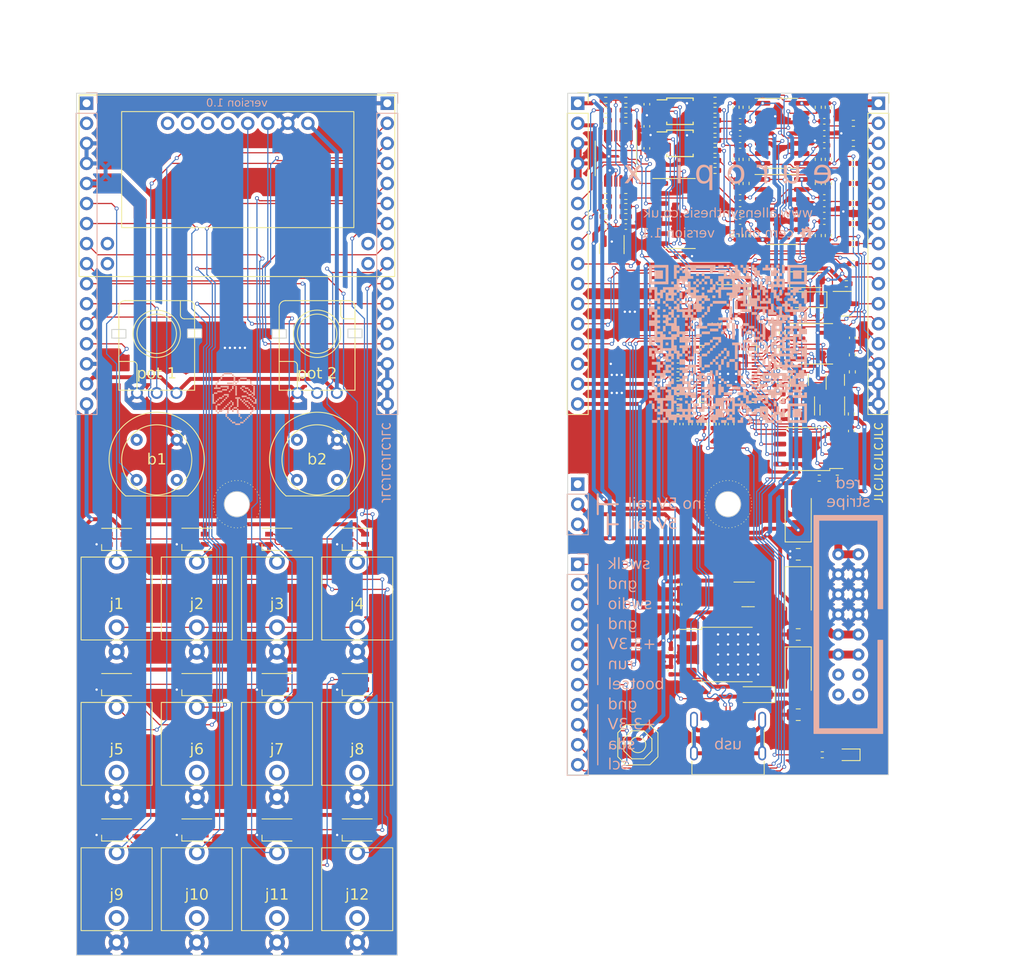
<source format=kicad_pcb>
(kicad_pcb (version 20221018) (generator pcbnew)
  (layers (0 "F.Cu" signal) (31 "B.Cu" signal) (34 "B.Paste" user) (35 "F.Paste" user) (36 "B.SilkS" user "B.Silkscreen") (37 "F.SilkS" user "F.Silkscreen") (38 "B.Mask" user) (39 "F.Mask" user) (44 "Edge.Cuts" user))
  (net 0 "")
  (net 1 "Earth")
  (net 2 "+5V")
  (net 3 "/XTAL_IN")
  (net 4 "/XTAL_OUT")
  (net 5 "+3.3V")
  (net 6 "Net-(U7D--)")
  (net 7 "Net-(U8D--)")
  (net 8 "/ADC_VDD")
  (net 9 "Net-(U7A--)")
  (net 10 "Net-(U8A--)")
  (net 11 "Net-(U7B--)")
  (net 12 "Net-(U8B--)")
  (net 13 "Net-(U7C--)")
  (net 14 "Net-(U8C--)")
  (net 15 "/NEOPIXEL_DATA_5V")
  (net 16 "/USB_DP")
  (net 18 "Net-(C19-Pad2)")
  (net 19 "Net-(C20-Pad2)")
  (net 21 "/DAC_1_RDY")
  (net 22 "/DAC_1_OUTA")
  (net 23 "/DAC_1_OUTB")
  (net 24 "/DAC_1_OUTC")
  (net 25 "/DAC_1_OUTD")
  (net 27 "/DAC_2_RDY")
  (net 28 "/DAC_2_OUTA")
  (net 29 "/DAC_2_OUTB")
  (net 30 "/DAC_2_OUTC")
  (net 31 "/DAC_2_OUTD")
  (net 32 "-12V")
  (net 33 "+12V")
  (net 34 "/USB_DN")
  (net 35 "Net-(C11-Pad2)")
  (net 36 "/NEOPIXEL_DATA_3V3")
  (net 37 "/QSPI_CS")
  (net 38 "/SWCLK")
  (net 39 "Net-(LED1-DOUT)")
  (net 40 "/SWDIO")
  (net 41 "Net-(LED2-DOUT)")
  (net 42 "Net-(LED3-DOUT)")
  (net 43 "Net-(LED4-DOUT)")
  (net 44 "Net-(LED5-DOUT)")
  (net 45 "Net-(LED6-DOUT)")
  (net 46 "/-10VREF")
  (net 47 "/INPUT_DETECT")
  (net 48 "/I2C0_SCL")
  (net 49 "/I2C0_SDA")
  (net 50 "/I2C1_SCL")
  (net 51 "/I2C1_SDA")
  (net 52 "/CV_INPUT_1_FRONT")
  (net 53 "/CV_INPUT_2_FRONT")
  (net 54 "/CV_INPUT_3_FRONT")
  (net 55 "/CV_INPUT_4_FRONT")
  (net 56 "Net-(U9A-+)")
  (net 57 "/CV_INPUT_1")
  (net 58 "Net-(U9B-+)")
  (net 59 "/CV_INPUT_2")
  (net 60 "Net-(U9C-+)")
  (net 61 "/CV_INPUT_3")
  (net 62 "Net-(U9D-+)")
  (net 63 "/CV_INPUT_4")
  (net 64 "Net-(LED8-DOUT)")
  (net 65 "Net-(LED10-DIN)")
  (net 66 "Net-(LED10-DOUT)")
  (net 68 "/I2C0_SDA_FRONT")
  (net 69 "/I2C0_SCL_FRONT")
  (net 70 "/+5V_FRONT")
  (net 71 "/+3.3V_FRONT")
  (net 72 "/CV_OUTPUT_1_FRONT")
  (net 73 "/CV_OUTPUT_5_FRONT")
  (net 74 "/CV_OUTPUT_2_FRONT")
  (net 75 "/CV_OUTPUT_6_FRONT")
  (net 76 "/CV_OUTPUT_3_FRONT")
  (net 77 "/CV_OUTPUT_7_FRONT")
  (net 78 "/CV_OUTPUT_4_FRONT")
  (net 79 "/CV_OUTPUT_8_FRONT")
  (net 80 "/BUTTON_1_FRONT")
  (net 81 "/BUTTON_2_FRONT")
  (net 82 "/KNOB_1_FRONT")
  (net 83 "/KNOB_2_FRONT")
  (net 86 "/NEOPIXEL_DATA_FRONT")
  (net 87 "/GND_FRONT")
  (net 88 "/INPUT_DETECT_FRONT")
  (net 89 "/CV_OUTPUT_1")
  (net 90 "/CV_OUTPUT_2")
  (net 91 "/CV_OUTPUT_3")
  (net 92 "/CV_OUTPUT_4")
  (net 93 "/CV_OUTPUT_5")
  (net 94 "/CV_OUTPUT_6")
  (net 95 "/CV_OUTPUT_7")
  (net 96 "/CV_OUTPUT_8")
  (net 97 "/BUTTON_1")
  (net 98 "/BUTTON_2")
  (net 99 "/KNOB_1")
  (net 100 "/KNOB_2")
  (net 103 "+1V1")
  (net 104 "/QSPI_SD3")
  (net 105 "Net-(C12-Pad2)")
  (net 106 "/QSPI_SCLK")
  (net 107 "/QSPI_SD0")
  (net 108 "Net-(C29-Pad2)")
  (net 109 "/QSPI_SD2")
  (net 110 "Net-(C32-Pad2)")
  (net 111 "Net-(D1-A)")
  (net 112 "Net-(D2-K)")
  (net 117 "Net-(LED2-DIN)")
  (net 118 "Net-(LED11-DIN)")
  (net 119 "Net-(U4-USB_DP)")
  (net 120 "Net-(U4-USB_DM)")
  (net 121 "/QSPI_SD1")
  (net 130 "/GPIO_25_LED")
  (net 133 "/+5V_EURO")
  (net 136 "/BOOTSEL")
  (net 137 "/RUN")
  (net 138 "/ADC_INPUT_1")
  (net 139 "/ADC_INPUT_3")
  (net 140 "/ADC_INPUT_4")
  (net 141 "/ADC_INPUT_2")
  (net 142 "Net-(C30-Pad2)")
  (net 143 "Net-(C33-Pad2)")
  (net 152 "/VBUS")
  (net 153 "/USB_DETECT")
  (net 155 "unconnected-(P1-SHIELD-PadS1)")
  (net 156 "/5VREG_INPUT")
  (net 157 "/ADC_ADVDD")
  (net 158 "/ADC_VREF")
  (net 159 "/USB_VDD")
  (net 163 "/DAC_1_OUTPUT_MODE")
  (net 164 "/DAC_2_OUTPUT_MODE")
  (net 165 "/DAC_1_OFFSET")
  (net 166 "/DAC_2_OFFSET")
  (net 167 "/+4.096VREF")
  (net 168 "/+2.048VREF")
  (net 169 "Net-(U1A--)")
  (net 170 "/DAC_1_OFFSET_INVERTED")
  (net 171 "Net-(U1B-+)")
  (net 172 "/DAC_2_OFFSET_INVERTED")
  (net 175 "/AGND_FRONT")
  (net 176 "Net-(D7-A)")
  (footprint "Package_TO_SOT_SMD:TO-252-2" (layer "F.Cu") (at 82.51 71.114)
    (fp_text reference "U11" hide)
    (fp_text value "L7805")
  )
  (footprint "LED_SMD:LED_SK6805_PLCC4_2.4x2.7mm_P1.3mm" (layer "F.Cu") (at 5.08 93.345)
    (fp_text reference "LED2" hide)
    (fp_text value "SK6805")
  )
  (footprint "Resistor_SMD:R_0402_1005Metric" (layer "F.Cu") (at 80.899 4.699 180)
    (fp_text reference "R13" hide)
    (fp_text value "100K")
  )
  (footprint "Package_TO_SOT_SMD:SOT-363_SC-70-6" (layer "F.Cu") (at 96.139 36.322 90)
    (fp_text reference "SW5" hide)
    (fp_text value "~")
  )
  (footprint "Capacitor_SMD:C_0402_1005Metric" (layer "F.Cu") (at 89.535 38.608 90)
    (fp_text reference "C3" hide)
    (fp_text value "1u")
  )
  (footprint "LED_SMD:LED_SK6805_PLCC4_2.4x2.7mm_P1.3mm" (layer "F.Cu") (at 5.08 74.93)
    (fp_text reference "LED1" hide)
    (fp_text value "SK6805")
  )
  (footprint "Diode_SMD:D_SMA" (layer "F.Cu") (at 91.44 53.34 90)
    (fp_text reference "D2" hide)
    (fp_text value "type=\"D\" model=\"DIODE\" lib=\"\"")
  )
  (footprint "Package_SO:SOIC-14_3.9x8.7mm_P1.27mm" (layer "F.Cu") (at 89.408 14.732)
    (fp_text reference "U8" hide)
    (fp_text value "TL074")
  )
  (footprint "Resistor_SMD:R_0402_1005Metric" (layer "F.Cu") (at 76.2 36.83)
    (fp_text reference "R59" hide)
    (fp_text value "10K")
  )
  (footprint "Eurorack:Thonkiconn Mono Jack" (layer "F.Cu") (at 35.56 101.6 90)
    (fp_text reference "J17" hide)
    (fp_text value "Thonkiconn_Mono_Jack")
  )
  (footprint "Diode_SMD:D_SOD-123" (layer "F.Cu") (at 92.71 23.622)
    (fp_text reference "D3" hide)
    (fp_text value "D")
  )
  (footprint "Resistor_SMD:R_0402_1005Metric" (layer "F.Cu") (at 79.502 41.91 90)
    (fp_text reference "R5" hide)
    (fp_text value "27R4")
  )
  (footprint "Resistor_SMD:R_0402_1005Metric" (layer "F.Cu") (at 95.25 1.778 90)
    (fp_text reference "R12" hide)
    (fp_text value "100K")
  )
  (footprint "Diode_SMD:D_SOD-123" (layer "F.Cu") (at 86.106 76.2 180)
    (fp_text reference "D6" hide)
    (fp_text value "D")
  )
  (footprint "Resistor_SMD:R_0402_1005Metric" (layer "F.Cu") (at 84.836 11.43 -90)
    (fp_text reference "R32" hide)
    (fp_text value "270K")
  )
  (footprint "Capacitor_SMD:C_0402_1005Metric" (layer "F.Cu") (at 78.359 41.91 -90)
    (fp_text reference "C13" hide)
    (fp_text value "2u2")
  )
  (footprint "Resistor_SMD:R_0402_1005Metric" (layer "F.Cu") (at 83.566 11.43 90)
    (fp_text reference "R29" hide)
    (fp_text value "100K")
  )
  (footprint "Resistor_SMD:R_0402_1005Metric" (layer "F.Cu") (at 83.566 8.382 -90)
    (fp_text reference "R41" hide)
    (fp_text value "100K")
  )
  (footprint "Package_SO:MSOP-10_3x3mm_P0.5mm" (layer "F.Cu") (at 76.454 6.35)
    (fp_text reference "DAC2" hide)
    (fp_text value "MCP4728")
  )
  (footprint "Resistor_SMD:R_0402_1005Metric" (layer "F.Cu") (at 76.2 35.687 180)
    (fp_text reference "R58" hide)
    (fp_text value "5K6")
  )
  (footprint "Resistor_SMD:R_0402_1005Metric" (layer "F.Cu") (at 96.393 48.768 180)
    (fp_text reference "R11" hide)
    (fp_text value "1K")
  )
  (footprint "Package_TO_SOT_SMD:SOT-23-3" (layer "F.Cu") (at 85.09 63.5)
    (fp_text reference "U5" hide)
    (fp_text value "~")
  )
  (footprint "Resistor_SMD:R_0402_1005Metric" (layer "F.Cu") (at 98.425 19.05 180)
    (fp_text reference "R48" hide)
    (fp_text value "1K")
  )
  (footprint "Capacitor_SMD:C_0402_1005Metric" (layer "F.Cu") (at 82.931 41.91 -90)
    (fp_text reference "C16" hide)
    (fp_text value "100n")
  )
  (footprint "Resistor_SMD:R_0402_1005Metric" (layer "F.Cu") (at 98.425 6.35 180)
    (fp_text reference "R33" hide)
    (fp_text value "1K")
  )
  (footprint "Eurorack:Thonkiconn Mono Jack" (layer "F.Cu") (at 25.4 101.6 90)
    (fp_text reference "J16" hide)
    (fp_text value "Thonkiconn_Mono_Jack")
  )
  (footprint "Package_SO:TSSOP-14_4.4x5mm_P0.65mm" (layer "F.Cu") (at 68.326 8.255 -90)
    (fp_text reference "U9" hide)
    (fp_text value "MCP6004")
  )
  (footprint "Connector_USB:USB_C_Receptacle_G-Switch_GT-USB-7010ASV" (layer "F.Cu") (at 82.55 82.55)
    (fp_text reference "P1" hide)
    (fp_text value "USB_C_Plug_USB2.0")
  )
  (footprint "Resistor_SMD:R_0402_1005Metric" (layer "F.Cu") (at 95.25 8.382 -90)
    (fp_text reference "R49" hide)
    (fp_text value "100K")
  )
  (footprint "Capacitor_SMD:C_0402_1005Metric" (layer "F.Cu") (at 94.742 14.732 180)
    (fp_text reference "C22" hide)
    (fp_text value "100n")
  )
  (footprint "Capacitor_SMD:C_0402_1005Metric" (layer "F.Cu") (at 72.263 6.985 -90)
    (fp_text reference "C27" hide)
    (fp_text value "100n")
  )
  (footprint "Eurorack:Thonkiconn Mono Jack" (layer "F.Cu") (at 25.4 83.185 90)
    (fp_text reference "J12" hide)
    (fp_text value "Thonkiconn_Mono_Jack")
  )
  (footprint "Resistor_SMD:R_0402_1005Metric" (layer "F.Cu") (at 93.98 11.43 -90)
    (fp_text reference "R17" hide)
    (fp_text value "270K")
  )
  (footprint "LED_SMD:LED_SK6805_PLCC4_2.4x2.7mm_P1.3mm" (layer "F.Cu") (at 25.4 56.515)
    (fp_text reference "LED10" hide)
    (fp_text value "SK6805")
  )
  (footprint "LED_SMD:LED_SK6805_PLCC4_2.4x2.7mm_P1.3mm" (layer "F.Cu") (at 15.24 74.93)
    (fp_text reference "LED3" hide)
    (fp_text value "SK6805")
  )
  (footprint "Resistor_SMD:R_0402_1005Metric" (layer "F.Cu") (at 80.899 8.509 180)
    (fp_text reference "R30" hide)
    (fp_text value "100K")
  )
  (footprint "Eurorack:Thonkiconn Mono Jack" (layer "F.Cu") (at 25.4 64.77 90)
    (fp_text reference "J4" hide)
    (fp_text value "Thonkiconn_Mono_Jack")
  )
  (footprint "Resistor_SMD:R_0402_1005Metric" (layer "F.Cu") (at 98.425 3.81 180)
    (fp_text reference "R18" hide)
    (fp_text value "1K")
  )
  (footprint "LED_SMD:LED_SK6805_PLCC4_2.4x2.7mm_P1.3mm" (layer "F.Cu") (at 5.08 56.53)
    (fp_text reference "LED9" hide)
    (fp_text value "SK6805")
  )
  (footprint "Capacitor_SMD:C_0402_1005Metric" (layer "F.Cu") (at 81.788 41.91 -90)
    (fp_text reference "C40" hide)
    (fp_text value "100n")
  )
  (footprint "Package_SO:SOIC-8_3.9x4.9mm_P1.27mm" (layer "F.Cu") (at 93.853 31.75)
    (fp_text reference "U1" hide)
    (fp_text value "MCP6002-xSN")
  )
  (footprint "Eurorack:Thonkiconn Mono Jack" (layer "F.Cu") (at 5.08 64.77 90)
    (fp_text reference "J3" hide)
    (fp_text value "Thonkiconn_Mono_Jack")
  )
  (footprint "Package_TO_SOT_SMD:SOT-23" (layer "F.Cu") (at 97.536 26.67)
    (fp_text reference "Q1" hide)
    (fp_text value "BSS138")
  )
  (footprint "Resistor_SMD:R_0402_1005Metric" (layer "F.Cu") (at 67.056 0.889 180)
    (fp_text reference "R37" hide)
    (fp_text value "100K")
  )
  (footprint "Capacitor_SMD:C_0402_1005Metric" (layer "F.Cu") (at 94.742 6.604 180)
    (fp_text reference "C32" hide)
    (fp_text value "100p")
  )
  (footprint "Capacitor_SMD:C_0402_1005Metric" (layer "F.Cu") (at 98.298 30.988 -90)
    (fp_text reference "C18" hide)
    (fp_text value "100n")
  )
  (footprint "Resistor_SMD:R_0402_1005Metric" (layer "F.Cu") (at 94.488 83.82)
    (fp_text reference "R62" hide)
    (fp_text value "200R")
  )
  (footprint "Resistor_SMD:R_0402_1005Metric" (layer "F.Cu") (at 67.056 2.159)
    (fp_text reference "R38" hide)
    (fp_text value "100K")
  )
  (footprint "Capacitor_SMD:C_0402_1005Metric" (layer "F.Cu") (at 75.311 73.152 90)
    (fp_text reference "C36" hide)
    (fp_text value "100n")
  )
  (footprint "Resistor_SMD:R_0402_1005Metric" (layer "F.Cu") (at 89.535 40.767 -90)
    (fp_text reference "R1" hide)
    (fp_text value "2K2")
  )
  (footprint "Resistor_SMD:R_0402_1005Metric" (layer "F.Cu") (at 69.596 13.081)
    (fp_text reference "R39" hide)
    (fp_text value "15K")
  )
  (footprint "Package_SO:SOIC-8_5.23x5.23mm_P1.27mm" (layer "F.Cu") (at 92.71 45.085 180)
    (fp_text reference "U6" hide)
    (fp_text value "~")
  )
  (footprint "Diode_SMD:D_SMA" (layer "F.Cu") (at 91.44 73.66 -90)
    (fp_text reference "D5" hide)
    (fp_text value "type=\"D\" model=\"DIODE\" lib=\"\"")
  )
  (footprint "Resistor_SMD:R_0402_1005Metric" (layer "F.Cu") (at 69.596 3.429)
    (fp_text reference "R25" hide)
    (fp_text value "15K")
  )
  (footprint "Resistor_SMD:R_0402_1005Metric" (layer "F.Cu") (at 83.566 18.034 -90)
    (fp_text reference "R43" hide)
    (fp_text value "100K")
  )
  (footprint "Capacitor_SMD:C_0402_1005Metric" (layer "F.Cu") (at 75.311 70.866 -90)
    (fp_text reference "C35" hide)
    (fp_text value "100n")
  )
  (footprint "Capacitor_SMD:C_0402_1005Metric" (layer "F.Cu") (at 94.742 5.08 180)
    (fp_text reference "C24" hide)
    (fp_text value "100n")
  )
  (footprint "Capacitor_SMD:C_0402_1005Metric" (layer "F.Cu") (at 94.742 13.208 180)
    (fp_text reference "C12" hide)
    (fp_text value "100p")
  )
  (footprint "Resistor_SMD:R_0402_1005Metric" (layer "F.Cu") (at 89.408 30.353 -90)
    (fp_text reference "R9" hide)
    (fp_text value "270K")
  )
  (footprint "Capacitor_SMD:C_0402_1005Metric" (layer "F.Cu") (at 84.074 16.256)
    (fp_text reference "C30" hide)
    (fp_text value "100p")
  )
  (footprint "LED_SMD:LED_SK6805_PLCC4_2.4x2.7mm_P1.3mm" (layer "F.Cu") (at 25.4 74.93)
    (fp_text reference "LED5" hide)
    (fp_text value "SK6805")
  )
  (footprint "Capacitor_SMD:C_0402_1005Metric" (layer "F.Cu") (at 80.899 29.21 90)
    (fp_text reference "C41" hide)
    (fp_text value "100n")
  )
  (footprint "Eurorack:TS-1187A-B-A-B" (layer "F.Cu") (at 71.12 82.55)
    (fp_text reference "SW3" hide)
    (fp_text value "~")
  )
  (footprint "Capacitor_SMD:C_0402_1005Metric" (layer "F.Cu") (at 84.074 14.732 180)
    (fp_text reference "C21" hide)
    (fp_text value "100n")
  )
  (footprint "Eurorack:Thonkiconn Mono Jack" (layer "F.Cu") (at 15.24 101.6 90)
    (fp_text reference "J15" hide)
    (fp_text value "Thonkiconn_Mono_Jack")
  )
  (footprint "Resistor_SMD:R_0402_1005Metric" (layer "F.Cu") (at 98.425 11.43 180)
    (fp_text reference "R56" hide)
    (fp_text value "1K")
  )
  (footprint "Resistor_SMD:R_0402_1005Metric" (layer "F.Cu") (at 93.98 8.382 90)
    (fp_text reference "R53" hide)
    (fp_text value "270K")
  )
  (footprint "Capacitor_SMD:C_0402_1005Metric" (layer "F.Cu") (at 76.336 64.77 90)
    (fp_text reference "C7" hide)
    (fp_text value "1u")
  )
  (footprint "Eurorack:Switch Tactile Momentary C&K" (layer "F.Cu") (at 7.62 48.990752)
    (fp_text reference "SW1" hide)
    (fp_text value "B1")
  )
  (footprint "Resistor_SMD:R_0402_1005Metric" (layer "F.Cu") (at 69.596 15.621 180)
    (fp_text reference "R35" hide)
    (fp_text value "100K")
  )
  (footprint "Resistor_SMD:R_0402_1005Metric" (layer "F.Cu") (at 89.408 32.512 -90)
    (fp_text reference "R8" hide)
    (fp_text value "270K")
  )
  (footprint "LED_SMD:LED_SK6805_PLCC4_2.4x2.7mm_P1.3mm" (layer "F.Cu") (at 35.56 93.345)
    (fp_text reference "LED8" hide)
    (fp_text value "SK6805")
  )
  (footprint "Capacitor_SMD:C_0402_1005Metric" (layer "F.Cu") (at 72.263 1.397 -90)
    (fp_text reference "C37" hide)
    (fp_text value "100n")
  )
  (footprint "Capacitor_SMD:C_0402_1005Metric" (layer "F.Cu") (at 72.263 4.191 -90)
    (fp_text reference "C38" hide)
    (fp_text value "100n")
  )
  (footprint "LED_SMD:LED_SK6805_PLCC4_2.4x2.7mm_P1.3mm" (layer "F.Cu") (at 15.24 93.345)
    (fp_text reference "LED4" hide)
    (fp_text value "SK6805")
  )
  (footprint "Capacitor_SMD:C_0402_1005Metric" (layer "F.Cu") (at 88.9 36.957)
    (fp_text reference "C14" hide)
    (fp_text value "100n")
  )
  (footprint "Package_TO_SOT_SMD:SOT-363_SC-70-6" (layer "F.Cu") (at 91.567 36.322 90)
    (fp_text reference "SW4" hide)
    (fp_text value "~")
  )
  (footprint "Resistor_SMD:R_0402_1005Metric" (layer "F.Cu") (at 93.98 1.778 -90)
    (fp_text reference "R16" hide)
    (fp_text value "270K")
  )
  (footprint "Resistor_SMD:R_0402_1005Metric" (layer "F.Cu") (at 98.425 13.97 180)
    (fp_text reference "R19" hide)
    (fp_text value "1K")
  )
  (footprint "Resistor_SMD:R_0402_1005Metric" (layer "F.Cu") (at 80.899 9.779 180)
    (fp_text reference "R15" hide)
    (fp_text value "100K")
  )
  (footprint "Capacitor_SMD:C_0402_1005Metric" (layer "F.Cu") (at 76.2 34.544 180)
    (fp_text reference "C5" hide)
    (fp_text value "100n")
  )
  (footprint "Eurorack:Thonkiconn Mono Jack" (layer "F.Cu") (at 35.56 83.185 90)
    (fp_text reference "J13" hide)
    (fp_text value "Thonkiconn_Mono_Jack")
  )
  (footprint "Package_TO_SOT_SMD:SOT-23" (layer "F.Cu") (at 95.758 40.132 -90)
    (fp_text reference "U2" hide)
    (fp_text value "LM4040DBZ-2.0")
  )
  (footprint "Resistor_SMD:R_0402_1005Metric" (layer "F.Cu") (at 98.298 33.147 -90)
    (fp_text reference "R61" hide)
    (fp_text value "270K")
  )
  (footprint "Resistor_SMD:R_0402_1005Metric" (layer "F.Cu") (at 76.2 39.116)
    (fp_text reference "R60" hide)
    (fp_text value "200R")
  )
  (footprint "Eurorack:Thonkiconn Mono Jack" (layer "F.Cu") (at 15.24 83.185 90)
    (fp_text reference "J7" hide)
    (fp_text value "Thonkiconn_Mono_Jack")
  )
  (footprint "Capacitor_SMD:C_0402_1005Metric" (layer "F.Cu") (at 98.171 42.799 -90)
    (fp_text reference "C2" hide)
    (fp_text value "1u")
  )
  (footprint "Capacitor_SMD:C_0402_1005Metric" (layer "F.Cu") (at 84.074 5.08 180)
    (fp_text reference "C23" hide)
    (fp_text value "100n")
  )
  (footprint "Capacitor_SMD:C_0805_2012Metric" (layer "F.Cu") (at 91.44 68.58 180)
    (fp_text reference "C25" hide)
    (fp_text value "10u")
  )
  (footprint "Resistor_SMD:R_0402_1005Metric" (layer "F.Cu") (at 93.98 18.032 90)
    (fp_text reference "R54" hide)
    (fp_text value "270K")
  )
  (footprint "Package_TO_SOT_SMD:SOT-23" (layer "F.Cu") (at 67.818 19.685 -90)
    (fp_text reference "U3" hide)
    (fp_text value "LM4040DBZ-10")
  )
  (footprint "Resistor_SMD:R_0402_1005Metric" (layer "F.Cu") (at 69.596 0.889)
    (fp_text reference "R20" hide)
    (fp_text value "100K")
  )
  (footprint "Resistor_SMD:R_0402_1005Metric" (layer "F.Cu") (at 98.171 40.64 -90)
    (fp_text reference "R2" hide)
    (fp_text value "2K2")
  )
  (footprint "Resistor_SMD:R_0402_1005Metric" (layer "F.Cu") (at 67.056 13.081 180)
    (fp_text reference "R26" hide)
    (fp_text value "15K")
  )
  (footprint "Capacitor_SMD:C_0402_1005Metric" (layer "F.Cu") (at 80.264 25.781 -90)
    (fp_text reference "C9" hide)
    (fp_text value "10p")
  )
  (footprint "Capacitor_SMD:C_0402_1005Metric" (layer "F.Cu") (at 83.185 23.368)
    (fp_text reference "C8" hide)
    (fp_text value "10p")
  )
  (footprint "Package_SO:SOIC-14_3.9x8.7mm_P1.27mm" (layer "F.Cu") (at 89.408 5.08)
    (fp_text reference "U7" hide)
    (fp_text value "TL074")
  )
  (footprint "Package_TO_SOT_SMD:SOT-23" (layer "F.Cu") (at 91.948 40.132 -90)
    (fp_text reference "U12" hide)
    (fp_text value "LM4040DBZ-4.1")
  )
  (footprint "Resistor_SMD:R_0402_1005Metric" (layer "F.Cu") (at 80.899 7.239 180)
    (fp_text reference "R44" hide)
    (fp_text value "100K")
  )
  (footprint "Capacitor_SMD:C_0805_2012Metric" (layer "F.Cu") (at 91.44 78.74 180)
    (fp_text reference "C28" hide)
    (fp_text value "10u")
  )
  (footprint "LED_SMD:LED_SK6805_PLCC4_2.4x2.7mm_P1.3mm" (layer "F.Cu") (at 35.56 74.93)
    (fp_text reference "LED7" hide)
    (fp_text value "SK6805")
  )
  (footprint "Connector_PinSocket_2.54mm:PinSocket_1x16_P2.54mm_Vertical" (layer "F.Cu") (at 101.6 1.27)
    (fp_text reference "J8" hide)
    (fp_text value "Conn_01x16_Pin")
  )
  (footprint "Eurorack:Potentiometer 9mm Vertical Linear Centred" (layer "F.Cu") (at 30.48 30.48)
    (fp_text reference "P3" hide)
    (fp_text value "Potentiometer_9mm_Vertical_Linear")
    (fp_rect (start -5.7 0.55) (end -3.9 -0.55) (stroke (width 0.12)) (fill none) (layer "Edge.Cuts"))
    (fp_rect (start 3.9 0.5) (end 5.7 -0.6) (stroke (width 0.12)) (fill none) (layer "Edge.Cuts"))
  )
  (footprint "Resistor_SMD:R_0402_1005Metric" (layer "F.Cu") (at 94.107 48.768)
    (fp_text reference "R10" hide)
    (fp_text value "10K")
  )
  (footprint "Resistor_SMD:R_0402_1005Metric" (layer "F.Cu") (at 98.425 21.59 180)
    (fp_text reference "R57" hide)
    (fp_text value "1K")
  )
  (footprint "Diode_SMD:D_SMA" (layer "F.Cu") (at 91.44 63.5 -90)
    (fp_text reference "D1" hide)
    (fp_text value "type=\"D\" model=\"DIODE\" lib=\"\"")
  )
  (footprint "Package_SO:MSOP-10_3x3mm_P0.5mm" (layer "F.Cu") (at 76.454 2.286)
    (fp_text reference "DAC1" hide)
    (fp_text value "MCP4728")
  )
  (footprint "Eurorack:Potentiometer 9mm Vertical Linear Centred" (layer "F.Cu") (at 10.16 30.48)
    (fp_text reference "P2" hide)
    (fp_text value "Potentiometer_9mm_Vertical_Linear")
    (fp_rect (start -5.7 0.55) (end -3.9 -0.55) (stroke (width 0.12)) (fill none) (layer "Edge.Cuts"))
    (fp_rect (start 3.9 0.5) (end 5.7 -0.6) (stroke (width 0.12)) (fill none) (layer "Edge.Cuts"))
  )
  (footprint "Eurorack:Enoki OLED SSD1306 128x64" (layer "F.Cu") (at 11.536 3.81)
    (fp_text reference "OLED1" hide)
    (fp_text value "~")
  )
  (footprint "Resistor_SMD:R_0402_1005Metric" (layer "F.Cu") (at 98.425 8.89 180)
    (fp_text reference "R47" hide)
    (fp_text value "1K")
  )
  (footprint "Capacitor_SMD:C_0402_1005Metric" (layer "F.Cu") (at 76.073 41.91 -90)
    (fp_text reference "C17" hide)
    (fp_text value "2u2")
  )
  (footprint "Resistor_SMD:R_0402_1005Metric" (layer "F.Cu") (at 84.836 18.034 90)
    (fp_text reference "R46" hide)
    (fp_text value "270K")
  )
  (footprint "Eurorack:Thonkiconn Mono Jack" (layer "F.Cu") (at 5.08 83.185 90)
    (fp_text reference "J6" hide)
    (fp_text value "Thonkiconn_Mono_Jack")
  )
  (footprint "Capacitor_SMD:C_0402_1005Metric" (layer "F.Cu") (at 77.216 41.91 -90)
    (fp_text reference "C15" hide)
    (fp_text value "2u2")
  )
  (footprint "Resistor_SMD:R_0402_1005Metric" (layer "F.Cu") (at 80.645 41.91 90)
    (fp_text reference "R4" hide)
    (fp_text value "27R4")
  )
  (footprint "Resistor_SMD:R_0402_1005Metric" (layer "F.Cu") (at 67.056 3.429 180)
    (fp_text reference "R40" hide)
    (fp_text value "15K")
  )
  (footprint "LED_SMD:LED_SK6805_PLCC4_2.4x2.7mm_P1.3mm" (layer "F.Cu") (at 15.24 56.515)
    (fp_text reference "LED11" hide)
    (fp_text value "SK6805")
  )
  (footprint "Resistor_SMD:R_0402_1005Metric" (layer "F.Cu") (at 95.25 11.43 90)
    (fp_text reference "R14" hide)
    (fp_text value "100K")
  )
  (footprint "Resistor_SMD:R_0402_1005Metric" (layer "F.Cu") (at 80.899 3.429 180)
    (fp_text reference "R28" hide)
    (fp_text value "100K")
  )
  (footprint "Capacitor_SMD:C_0402_1005Metric" (layer "F.Cu") (at 84.074 3.556)
    (fp_text reference "C19" hide)
    (fp_text value "100p")
  )
  (footprint "Capacitor_SMD:C_0402_1005Metric" (layer "F.Cu") (at 82.042 29.21 90)
    (fp_text reference "C6" hide)
    (fp_text value "100n")
  )
  (footprint "Resistor_SMD:R_0402_1005Metric" (layer "F.Cu") (at 76.2 40.259)
    (fp_text reference "R24" hide)
    (fp_text value "1R")
  )
  (footprint "Resistor_SMD:R_0402_1005Metric" (layer "F.Cu") (at 69.596 2.159 180)
    (fp_text reference "R21" hide)
    (fp_text value "100K")
  )
  (footprint "Resistor_SMD:R_0402_1005Metric" (layer "F.Cu") (at 83.566 1.778 90)
    (fp_text reference "R27" hide)
    (fp_text value "100K")
  )
  (footprint "Eurorack:Thonkiconn Mono Jack" (layer "F.Cu") (at 35.56 64.77 90)
    (fp_text reference "J9" hide)
    (fp_text value "Thonkiconn_Mono_Jack")
  )
  (footprint "LED_SMD:LED_SK6805_PLCC4_2.4x2.7mm_P1.3mm" (layer "F.Cu") (at 25.4 93.345)
    (fp_text reference "LED6" hide)
    (fp_text value "SK6805")
  )
  (footprint "Resistor_SMD:R_0402_1005Metric" (layer "F.Cu") (at 67.056 15.621)
    (fp_text reference "R22" hide)
    (fp_text value "100K")
  )
  (footprint "Resistor_SMD:R_0402_1005Metric" (layer "F.Cu") (at 80.899 2.159 180)
    (fp_text reference "R42" hide)
    (fp_text value "100K")
  )
  (footprint "Capacitor_SMD:C_0402_1005Metric" (layer "F.Cu") (at 69.596 16.891)
    (fp_text reference "C4" hide)
    (fp_text value "1u")
  )
  (footprint "Resistor_SMD:R_0402_1005Metric" (layer "F.Cu") (at 95.25 18.034 -90)
    (fp_text reference "R51" hide)
    (fp_text value "100K")
  )
  (footprint "LED_SMD:LED_0603_1608Metric" (layer "F.Cu") (at 97.79 83.82 180)
    (fp_text reference "D7" hide)
    (fp_text value "LED")
  )
  (footprint "Resistor_SMD:R_0402_1005Metric" (layer "F.Cu") (at 84.836 8.382 90)
    (fp_text reference "R45" hide)
    (fp_text value "270K")
  )
  (footprint "Capacitor_SMD:C_0402_1005Metric" (layer "F.Cu") (at 88.9 34.544)
    (fp_text reference "C39" hide)
    (fp_text value "100n")
  )
  (footprint "Resistor_SMD:R_0402_1005Metric" (layer "F.Cu") (at 94.361 28.194 180)
    (fp_text reference "R6" hide)
    (fp_text value "10K")
  )
  (footprint "Eurorack:Thonkiconn Mono Jack" (layer "F.Cu") (at 5.08 101.6 90)
    (fp_text reference "J14" hide)
    (fp_text value "Thonkiconn_Mono_Jack")
  )
  (footprint "Resistor_SMD:R_0402_1005Metric" (layer "F.Cu") (at 98.425 16.51 180)
    (fp_text reference "R34" hide)
    (fp_text value "1K")
  )
  (footprint "Resistor_SMD:R_0402_1005Metric" (layer "F.Cu") (at 69.596 14.351 180)
    (fp_text reference "R36" hide)
    (fp_text value "100K")
  )
  (footprint "Eurorack:Switch Tactile Momentary C&K" (layer "F.Cu") (at 27.94 48.990752)
    (fp_text reference "SW2" hide)
    (fp_text value "B2")
  )
  (footprint "Package_SO:SOIC-14_3.9x8.7mm_P1.27mm" (layer "F.Cu") (at 76.454 15.24)
    (fp_text reference "U10" hide)
    (fp_text value "MCP3428")
  )
  (footprint "Resistor_SMD:R_0402_1005Metric" (layer "F.Cu") (at 67.056 16.891 180)
    (fp_text reference "R3" hide)
    (fp_text value "2K2")
  )
  (footprint "Resistor_SMD:R_0402_1005Metric" (layer "F.Cu") (at 84.836 1.778 -90)
    (fp_text reference "R31" hide)
    (fp_text value "270K")
  )
  (footprint "Capacitor_SMD:C_0402_1005Metric" (layer "F.Cu") (at 84.074 13.208)
    (fp_text reference "C20" hide)
    (fp_text value "100p")
  )
  (footprint "Capacitor_SMD:C_0402_1005Metric" (layer "F.Cu") (at 76.336 62.23 -90)
    (fp_text reference "C10" hide)
    (fp_text value "1u")
  )
  (footprint "Capacitor_SMD:C_0402_1005Metric" (layer "F.Cu") (at 94.742 3.556 180)
    (fp_text reference "C11" hide)
    (fp_text value "100p")
  )
  (footprint "Capacitor_SMD:C_0402_1005Metric" (layer "F.Cu") (at 76.2 37.973 180)
    (fp_text reference "C1" hide)
    (fp_text value "100n")
  )
  (footprint "Crystal:Crystal_SMD_3225-4Pin_3.2x2.5mm" (layer "F.Cu") (at 83.185 25.908 180)
    (fp_text reference "Y1" hide)
    (fp_text value "Crystal_GND2")
  )
  (footprint "Resistor_SMD:R_0402_1005Metric" (layer "F.Cu") (at 80.899 0.889 180)
    (fp_text reference "R50" hide)
    (fp_text value "100K")
  )
  (footprint "Capacitor_SMD:C_0402_1005Metric" (layer "F.Cu") (at 94.742 16.256 180)
    (fp_text reference "C33" hide)
    (fp_text value "100p")
  )
  (footprint "Capacitor_SMD:C_0402_1005Metric" (layer "F.Cu") (at 76.454 20.701)
    (fp_text reference "C31" hide)
    (fp_text value "100n")
  )
  (footprint "Capacitor_SMD:C_0402_1005Metric" (layer "F.Cu") (at 84.074 6.604)
    (fp_text reference "C29" hide)
    (fp_text value "100p")
  )
  (footprint "Capacitor_SMD:C_0805_2012Metric" (layer "F.Cu") (at 91.44 58.42)
    (fp_text reference "C26" hide)
    (fp_text value "10u")
  )
  (footprint "Resistor_SMD:R_0402_1005Metric" (layer "F.Cu") (at 67.056 14.351)
    (fp_text reference "R23" hide)
    (fp_text value "100K")
  )
  (footprint "Eurorack:Thonkiconn Mono Jack" (layer "F.Cu") (at 15.24 64.77 90)
    (fp_text reference "J10" hide)
    (fp_text value "Thonkiconn_Mono_Jack")
  )
  (footprint "Connector_PinSocket_2.54mm:PinSocket_1x16_P2.54mm_Vertical" (layer "F.Cu") (at 63.5 1.27)
    (fp_text reference "J5" hide)
    (fp_text value "Conn_01x16_Pin")
  )
  (footprint "Resistor_SMD:R_0402_1005Metric" (layer "F.Cu") (at 98.298 35.306 -90)
    (fp_text reference "R55" hide)
    (fp_text value "270K")
  )
  (footprint "Package_DFN_QFN:QFN-56-1EP_7x7mm_P0.4mm_EP3.2x3.2mm" (layer "F.Cu") (at 82.55 35.56 180)
    (fp_text reference "U4" hide)
    (fp_text value "RP2040")
  )
  (footprint "Resistor_SMD:R_0402_1005Metric" (layer "F.Cu") (at 80.899 5.969 180)
    (fp_text reference "R52" hide)
    (fp_text value "100K")
  )
  (footprint "LED_SMD:LED_SK6805_PLCC4_2.4x2.7mm_P1.3mm" (layer "F.Cu") (at 35.56 56.515)
    (fp_text reference "LED12" hide)
    (fp_text value "SK6805")
  )
  (footprint "Diode_SMD:D_SOD-123" (layer "F.Cu") (at 92.71 26.162 180)
    (fp_text reference "D4" hide)
    (fp_text value "D")
  )
  (footprint "Resistor_SMD:R_0402_1005Metric" (layer "F.Cu") (at 97.536 24.13 180)
    (fp_text reference "R7" hide)
    (fp_text value "10K")
  )
  (footprint "Connector_PinHeader_2.54mm:PinHeader_1x03_P2.54mm_Vertical" (layer "B.Cu") (at 63.5 49.53 180)
    (fp_text reference "J18" hide)
    (fp_text value "Conn_01x03_Pin")
  )
  (footprint "LOGO" (layer "B.Cu") (at 82.55 31.75 180)
    (fp_text reference "G***" hide)
    (fp_text value "LOGO" hide)
  )
  (footprint "NetTie:NetTie-2_SMD_Pad0.5mm" (layer "B.Cu") (at 3.683 9.906 90)
    (fp_text reference "NT1" hide)
    (fp_text value "NetTie_2")
  )
  (footprint "Connector_PinHeader_2.54mm:PinHeader_1x16_P2.54mm_Vertical" (layer "B.Cu") (at 39.37 1.27 180)
    (fp_text reference "J2" hide)
    (fp_text value "Conn_01x16_Pin")
  )
  (footprint "Eurorack:Eurorack Power Header 16 Pin Unlabeled" (layer "B.Cu") (at 97.79 67.31 90)
    (fp_text reference "J11" hide)
    (fp_text value "Conn_02x08_Odd_Even")
  )
  (footprint "Connector_PinHeader_2.54mm:PinHeader_1x11_P2.54mm_Vertical" (layer "B.Cu") (at 63.5 59.69 180)
    (fp_text reference "J22" hide)
    (fp_text value "Conn_01x11_Pin")
  )
  (footprint "Connector_PinHeader_2.54mm:PinHeader_1x16_P2.54mm_Vertical" (layer "B.Cu") (at 1.27 1.27 180)
    (fp_text reference "J1" hide)
    (fp_text value "Conn_01x16_Pin")
  )
  (gr_poly (pts (xy 21.148146 37.892302) (xy 21.355844 37.892302) (xy 21.355844 37.684604) (xy 21.148146 37.684604)) (fill solid) (layer "B.SilkS"))
  (gr_poly (pts (xy 18.246989 38.721771) (xy 18.454687 38.721771) (xy 18.454687 38.514073) (xy 18.246989 38.514073)) (fill solid) (layer "B.SilkS"))
  (gr_poly (pts (xy 17.211146 38.721771) (xy 17.418844 38.721771) (xy 17.418844 38.514073) (xy 17.211146 38.514073)) (fill solid) (layer "B.SilkS"))
  (gr_poly (pts (xy 22.185312 37.064156) (xy 22.39301 37.064156) (xy 22.39301 36.856458) (xy 22.185312 36.856458)) (fill solid) (layer "B.SilkS"))
  (gr_poly (pts (xy 22.391687 38.1) (xy 22.599385 38.1) (xy 22.599385 37.892302) (xy 22.391687 37.892302)) (fill solid) (layer "B.SilkS"))
  (gr_poly (pts (xy 21.977614 37.892302) (xy 22.185312 37.892302) (xy 22.185312 37.684604) (xy 21.977614 37.684604)) (fill solid) (layer "B.SilkS"))
  (gr_poly (pts (xy 19.904604 36.442386) (xy 20.112302 36.442386) (xy 20.112302 36.234688) (xy 19.904604 36.234688)) (fill solid) (layer "B.SilkS"))
  (gr_poly (pts (xy 21.769916 39.965313) (xy 21.977614 39.965313) (xy 21.977614 39.757615) (xy 21.769916 39.757615)) (fill solid) (layer "B.SilkS"))
  (gr_poly (pts (xy 17.625218 39.135844) (xy 17.832917 39.135844) (xy 17.832917 38.928146) (xy 17.625218 38.928146)) (fill solid) (layer "B.SilkS"))
  (gr_poly (pts (xy 22.391687 38.721771) (xy 22.599385 38.721771) (xy 22.599385 38.514073) (xy 22.391687 38.514073)) (fill solid) (layer "B.SilkS"))
  (gr_poly (pts (xy 17.211146 39.135844) (xy 17.418844 39.135844) (xy 17.418844 38.928146) (xy 17.211146 38.928146)) (fill solid) (layer "B.SilkS"))
  (gr_poly (pts (xy 18.246989 39.343542) (xy 18.454687 39.343542) (xy 18.454687 39.135844) (xy 18.246989 39.135844)) (fill solid) (layer "B.SilkS"))
  (gr_poly (pts (xy 20.734073 38.929469) (xy 20.941771 38.929469) (xy 20.941771 38.721771) (xy 20.734073 38.721771)) (fill solid) (layer "B.SilkS"))
  (gr_poly (pts (xy 21.769916 38.721771) (xy 21.977614 38.721771) (xy 21.977614 38.514073) (xy 21.769916 38.514073)) (fill solid) (layer "B.SilkS"))
  (gr_poly (pts (xy 19.904604 36.02699) (xy 20.112302 36.02699) (xy 20.112302 35.819292) (xy 19.904604 35.819292)) (fill solid) (layer "B.SilkS"))
  (gr_poly (pts (xy 18.86876 35.612917) (xy 19.076458 35.612917) (xy 19.076458 35.405219) (xy 18.86876 35.405219)) (fill solid) (layer "B.SilkS"))
  (gr_poly (pts (xy 17.832917 37.892302) (xy 18.040615 37.892302) (xy 18.040615 37.684604) (xy 17.832917 37.684604)) (fill solid) (layer "B.SilkS"))
  (gr_poly (pts (xy 20.112302 37.270531) (xy 20.32 37.270531) (xy 20.32 37.062834) (xy 20.112302 37.062834)) (fill solid) (layer "B.SilkS"))
  (gr_poly (pts (xy 20.32 40.587084) (xy 20.527698 40.587084) (xy 20.527698 40.379385) (xy 20.32 40.379385)) (fill solid) (layer "B.SilkS"))
  (gr_poly (pts (xy 18.86876 37.685927) (xy 19.076458 37.685927) (xy 19.076458 37.478229) (xy 18.86876 37.478229)) (fill solid) (layer "B.SilkS"))
  (gr_poly (pts (xy 21.355844 41.416552) (xy 21.563541 41.416552) (xy 21.563541 41.208854) (xy 21.355844 41.208854)) (fill solid) (layer "B.SilkS"))
  (gr_poly (pts (xy 21.355844 38.514073) (xy 21.563541 38.514073) (xy 21.563541 38.306375) (xy 21.355844 38.306375)) (fill solid) (layer "B.SilkS"))
  (gr_poly (pts (xy 17.832917 38.929469) (xy 18.040615 38.929469) (xy 18.040615 38.721771) (xy 17.832917 38.721771)) (fill solid) (layer "B.SilkS"))
  (gr_poly (pts (xy 17.625218 37.270531) (xy 17.832917 37.270531) (xy 17.832917 37.062834) (xy 17.625218 37.062834)) (fill solid) (layer "B.SilkS"))
  (gr_poly (pts (xy 19.076458 40.587084) (xy 19.284156 40.587084) (xy 19.284156 40.379385) (xy 19.076458 40.379385)) (fill solid) (layer "B.SilkS"))
  (gr_poly (pts (xy 20.32 39.343542) (xy 20.527698 39.343542) (xy 20.527698 39.135844) (xy 20.32 39.135844)) (fill solid) (layer "B.SilkS"))
  (gr_poly (pts (xy 18.039291 36.442386) (xy 18.246989 36.442386) (xy 18.246989 36.234688) (xy 18.039291 36.234688)) (fill solid) (layer "B.SilkS"))
  (gr_poly (pts (xy 22.185312 38.1) (xy 22.39301 38.1) (xy 22.39301 37.892302) (xy 22.185312 37.892302)) (fill solid) (layer "B.SilkS"))
  (gr_poly (pts (xy 19.076458 36.856458) (xy 19.284156 36.856458) (xy 19.284156 36.648761) (xy 19.076458 36.648761)) (fill solid) (layer "B.SilkS"))
  (gr_poly (pts (xy 18.454687 40.173011) (xy 18.662385 40.173011) (xy 18.662385 39.965313) (xy 18.454687 39.965313)) (fill solid) (layer "B.SilkS"))
  (gr_line (start 68.58 54.61) (end 67.31 54.61) (stroke (width 0.25)) (layer "B.SilkS"))
  (gr_poly (pts (xy 18.246989 36.234688) (xy 18.454687 36.234688) (xy 18.454687 36.02699) (xy 18.246989 36.02699)) (fill solid) (layer "B.SilkS"))
  (gr_poly (pts (xy 21.148146 37.270531) (xy 21.355844 37.270531) (xy 21.355844 37.062834) (xy 21.148146 37.062834)) (fill solid) (layer "B.SilkS"))
  (gr_poly (pts (xy 19.076458 40.379385) (xy 19.284156 40.379385) (xy 19.284156 40.171687) (xy 19.076458 40.171687)) (fill solid) (layer "B.SilkS"))
  (gr_poly (pts (xy 17.625218 40.173011) (xy 17.832917 40.173011) (xy 17.832917 39.965313) (xy 17.625218 39.965313)) (fill solid) (layer "B.SilkS"))
  (gr_poly (pts (xy 19.282833 40.173011) (xy 19.490531 40.173011) (xy 19.490531 39.965313) (xy 19.282833 39.965313)) (fill solid) (layer "B.SilkS"))
  (gr_poly (pts (xy 18.039291 40.379385) (xy 18.246989 40.379385) (xy 18.246989 40.171687) (xy 18.039291 40.171687)) (fill solid) (layer "B.SilkS"))
  (gr_poly (pts (xy 17.211146 39.343542) (xy 17.418844 39.343542) (xy 17.418844 39.135844) (xy 17.211146 39.135844)) (fill solid) (layer "B.SilkS"))
  (gr_poly (pts (xy 20.32 39.135844) (xy 20.527698 39.135844) (xy 20.527698 38.928146) (xy 20.32 38.928146)) (fill solid) (layer "B.SilkS"))
  (gr_poly (pts (xy 18.86876 38.307698) (xy 19.076458 38.307698) (xy 19.076458 38.1) (xy 18.86876 38.1)) (fill solid) (layer "B.SilkS"))
  (gr_poly (pts (xy 17.211146 38.307698) (xy 17.418844 38.307698) (xy 17.418844 38.1) (xy 17.211146 38.1)) (fill solid) (layer "B.SilkS"))
  (gr_poly (pts (xy 19.076458 39.55124) (xy 19.284156 39.55124) (xy 19.284156 39.343542) (xy 19.076458 39.343542)) (fill solid) (layer "B.SilkS"))
  (gr_poly (pts (xy 17.625218 37.478229) (xy 17.832917 37.478229) (xy 17.832917 37.270531) (xy 17.625218 37.270531)) (fill solid) (layer "B.SilkS"))
  (gr_poly (pts (xy 21.563541 37.478229) (xy 21.771239 37.478229) (xy 21.771239 37.270531) (xy 21.563541 37.270531)) (fill solid) (layer "B.SilkS"))
  (gr_poly (pts (xy 21.977614 36.648761) (xy 22.185312 36.648761) (xy 22.185312 36.441063) (xy 21.977614 36.441063)) (fill solid) (layer "B.SilkS"))
  (gr_poly (pts (xy 19.076458 37.270531) (xy 19.284156 37.270531) (xy 19.284156 37.062834) (xy 19.076458 37.062834)) (fill solid) (layer "B.SilkS"))
  (gr_poly (pts (xy 19.698229 39.55124) (xy 19.905927 39.55124) (xy 19.905927 39.343542) (xy 19.698229 39.343542)) (fill solid) (layer "B.SilkS"))
  (gr_poly (pts (xy 21.977614 39.55124) (xy 22.185312 39.55124) (xy 22.185312 39.343542) (xy 21.977614 39.343542)) (fill solid) (layer "B.SilkS"))
  (gr_poly (pts (xy 20.32 36.648761) (xy 20.527698 36.648761) (xy 20.527698 36.441063) (xy 20.32 36.441063)) (fill solid) (layer "B.SilkS"))
  (gr_poly (pts (xy 21.563541 39.135844) (xy 21.771239 39.135844) (xy 21.771239 38.928146) (xy 21.563541 38.928146)) (fill solid) (layer "B.SilkS"))
  (gr_poly (pts (xy 18.86876 39.757615) (xy 19.076458 39.757615) (xy 19.076458 39.549917) (xy 18.86876 39.549917)) (fill solid) (layer "B.SilkS"))
  (gr_poly (pts (xy 22.391687 37.685927) (xy 22.599385 37.685927) (xy 22.599385 37.478229) (xy 22.391687 37.478229)) (fill solid) (layer "B.SilkS"))
  (gr_poly (pts (xy 18.246989 37.270531) (xy 18.454687 37.270531) (xy 18.454687 37.062834) (xy 18.246989 37.062834)) (fill solid) (layer "B.SilkS"))
  (gr_poly (pts (xy 19.076458 38.514073) (xy 19.284156 38.514073) (xy 19.284156 38.306375) (xy 19.076458 38.306375)) (fill solid) (layer "B.SilkS"))
  (gr_poly (pts (xy 20.112302 38.1) (xy 20.32 38.1) (xy 20.32 37.892302) (xy 20.112302 37.892302)) (fill solid) (layer "B.SilkS"))
  (gr_poly (pts (xy 19.904604 37.064156) (xy 20.112302 37.064156) (xy 20.112302 36.856458) (xy 19.904604 36.856458)) (fill solid) (layer "B.SilkS"))
  (gr_poly (pts (xy 20.32 40.379385) (xy 20.527698 40.379385) (xy 20.527698 40.171687) (xy 20.32 40.171687)) (fill solid) (layer "B.SilkS"))
  (gr_poly (pts (xy 17.625218 39.965313) (xy 17.832917 39.965313) (xy 17.832917 39.757615) (xy 17.625218 39.757615)) (fill solid) (layer "B.SilkS"))
  (gr_poly (pts (xy 19.698229 37.270531) (xy 19.905927 37.270531) (xy 19.905927 37.062834) (xy 19.698229 37.062834)) (fill solid) (layer "B.SilkS"))
  (gr_poly (pts (xy 17.625218 38.1) (xy 17.832917 38.1) (xy 17.832917 37.892302) (xy 17.625218 37.892302)) (fill solid) (layer "B.SilkS"))
  (gr_poly (pts (xy 19.076458 35.612917) (xy 19.284156 35.612917) (xy 19.284156 35.405219) (xy 19.076458 35.405219)) (fill solid) (layer "B.SilkS"))
  (gr_poly (pts (xy 17.41752 37.478229) (xy 17.625218 37.478229) (xy 17.625218 37.270531) (xy 17.41752 37.270531)) (fill solid) (layer "B.SilkS"))
  (gr_poly (pts (xy 17.41752 38.1) (xy 17.625218 38.1) (xy 17.625218 37.892302) (xy 17.41752 37.892302)) (fill solid) (layer "B.SilkS"))
  (gr_poly (pts (xy 18.246989 36.02699) (xy 18.454687 36.02699) (xy 18.454687 35.819292) (xy 18.246989 35.819292)) (fill solid) (layer "B.SilkS"))
  (gr_poly (pts (xy 21.148146 39.343542) (xy 21.355844 39.343542) (xy 21.355844 39.135844) (xy 21.148146 39.135844)) (fill solid) (layer "B.SilkS"))
  (gr_poly (pts (xy 18.661062 35.612917) (xy 18.86876 35.612917) (xy 18.86876 35.405219) (xy 18.661062 35.405219)) (fill solid) (layer "B.SilkS"))
  (gr_poly (pts (xy 18.039291 39.55124) (xy 18.246989 39.55124) (xy 18.246989 39.343542) (xy 18.039291 39.343542)) (fill solid) (layer "B.SilkS"))
  (gr_poly (pts (xy 18.661062 37.270531) (xy 18.86876 37.270531) (xy 18.86876 37.062834) (xy 18.661062 37.062834)) (fill solid) (layer "B.SilkS"))
  (gr_poly (pts (xy 20.32 38.929469) (xy 20.527698 38.929469) (xy 20.527698 38.721771) (xy 20.32 38.721771)) (fill solid) (layer "B.SilkS"))
  (gr_poly (pts (xy 21.769916 37.685927) (xy 21.977614 37.685927) (xy 21.977614 37.478229) (xy 21.769916 37.478229)) (fill solid) (layer "B.SilkS"))
  (gr_poly (pts (xy 19.698229 39.343542) (xy 19.905927 39.343542) (xy 19.905927 39.135844) (xy 19.698229 39.135844)) (fill solid) (layer "B.SilkS"))
  (gr_poly (pts (xy 22.391687 37.892302) (xy 22.599385 37.892302) (xy 22.599385 37.684604) (xy 22.391687 37.684604)) (fill solid) (layer "B.SilkS"))
  (gr_poly (pts (xy 18.454687 38.514073) (xy 18.662385 38.514073) (xy 18.662385 38.306375) (xy 18.454687 38.306375)) (fill solid) (layer "B.SilkS"))
  (gr_poly (pts (xy 20.32 39.55124) (xy 20.527698 39.55124) (xy 20.527698 39.343542) (xy 20.32 39.343542)) (fill solid) (layer "B.SilkS"))
  (gr_line (start 68.58 52.07) (end 66.04 52.07) (stroke (width 0.25)) (layer "B.SilkS"))
  (gr_poly (pts (xy 20.112302 37.478229) (xy 20.32 37.478229) (xy 20.32 37.270531) (xy 20.112302 37.270531)) (fill solid) (layer "B.SilkS"))
  (gr_poly (pts (xy 18.454687 37.685927) (xy 18.662385 37.685927) (xy 18.662385 37.478229) (xy 18.454687 37.478229)) (fill solid) (layer "B.SilkS"))
  (gr_line (start 66.04 59.69) (end 66.04 64.77) (stroke (width 0.15)) (layer "B.SilkS"))
  (gr_poly (pts (xy 21.977614 40.794782) (xy 22.185312 40.794782) (xy 22.185312 40.587084) (xy 21.977614 40.587084)) (fill solid) (layer "B.SilkS"))
  (gr_poly (pts (xy 21.563541 36.442386) (xy 21.771239 36.442386) (xy 21.771239 36.234688) (xy 21.563541 36.234688)) (fill solid) (layer "B.SilkS"))
  (gr_poly (pts (xy 17.832917 40.587084) (xy 18.040615 40.587084) (xy 18.040615 40.379385) (xy 17.832917 40.379385)) (fill solid) (layer "B.SilkS"))
  (gr_poly (pts (xy 19.282833 35.612917) (xy 19.490531 35.612917) (xy 19.490531 35.405219) (xy 19.282833 35.405219)) (fill solid) (layer "B.SilkS"))
  (gr_poly (pts (xy 17.211146 38.514073) (xy 17.418844 38.514073) (xy 17.418844 38.306375) (xy 17.211146 38.306375)) (fill solid) (layer "B.SilkS"))
  (gr_poly (pts (xy 21.563541 38.1) (xy 21.771239 38.1) (xy 21.771239 37.892302) (xy 21.563541 37.892302)) (fill solid) (layer "B.SilkS"))
  (gr_poly (pts (xy 20.112302 36.856458) (xy 20.32 36.856458) (xy 20.32 36.648761) (xy 20.112302 36.648761)) (fill solid) (layer "B.SilkS"))
  (gr_poly (pts (xy 18.039291 37.478229) (xy 18.246989 37.478229) (xy 18.246989 37.270531) (xy 18.039291 37.270531)) (fill solid) (layer "B.SilkS"))
  (gr_poly (pts (xy 17.625218 36.856458) (xy 17.832917 36.856458) (xy 17.832917 36.648761) (xy 17.625218 36.648761)) (fill solid) (layer "B.SilkS"))
  (gr_poly (pts (xy 20.32 42.038323) (xy 20.527698 42.038323) (xy 20.527698 41.830625) (xy 20.32 41.830625)) (fill solid) (layer "B.SilkS"))
  (gr_poly (pts (xy 20.941771 41.830625) (xy 21.149468 41.830625) (xy 21.149468 41.622927) (xy 20.941771 41.622927)) (fill solid) (layer "B.SilkS"))
  (gr_poly (pts (xy 22.391687 39.343542) (xy 22.599385 39.343542) (xy 22.599385 39.135844) (xy 22.391687 39.135844)) (fill solid) (layer "B.SilkS"))
  (gr_poly (pts (xy 18.86876 41.001156) (xy 19.076458 41.001156) (xy 19.076458 40.793458) (xy 18.86876 40.793458)) (fill solid) (layer "B.SilkS"))
  (gr_poly (pts (xy 91.985533 18.390619) (xy 91.822535 18.231184) (xy 91.938584 18.049357) (xy 91.874921 17.891941) (xy 91.661139 17.843551) (xy 91.657315 17.626632) (xy 91.880018 17.576472) (xy 91.949726 17.415523) (xy 91.827577 17.226782) (xy 91.991518 17.072097) (xy 92.17408 17.195361) (xy 92.328818 17.13347) (xy 92.378574 16.907668) (xy 92.600411 16.912547) (xy 92.643717 17.132274) (xy 92.797327 17.195467) (xy 92.989326 17.070561) (xy 93.14584 17.230614) (xy 93.026535 17.407028) (xy 93.087389 17.568424) (xy 93.310561 17.623804) (xy 93.306957 17.843701) (xy 93.097146 17.88708) (xy 93.030503 18.047319) (xy 93.144274 18.227235) (xy 92.990477 18.391632) (xy 92.814564 18.278183) (xy 92.731007 18.319571) (xy 92.579672 17.948919) (xy 92.641839 17.903433) (xy 92.685221 17.847724) (xy 92.71 17.78) (xy 92.712403 17.705841) (xy 92.693911 17.640468) (xy 92.658101 17.584566) (xy 92.593802 17.532732) (xy 92.530492 17.509605) (xy 92.466464 17.505668) (xy 92.415735 17.515283) (xy 92.355495 17.54427) (xy 92.310175 17.584566) (xy 92.279215 17.630409) (xy 92.257619 17.694421) (xy 92.255168 17.757847) (xy 92.2682 17.815086) (xy 92.29438 17.865798) (xy 92.326437 17.903433) (xy 92.359784 17.92958) (xy 92.392352 17.954832) (xy 92.242702 18.319033) (xy 92.148923 18.279113)) (stroke (width 0.02)) (fill solid) (layer "B.SilkS"))
  (gr_poly (pts (xy 20.941771 38.514073) (xy 21.149468 38.514073) (xy 21.149468 38.306375) (xy 20.941771 38.306375)) (fill solid) (layer "B.SilkS"))
  (gr_poly (pts (xy 21.355844 37.478229) (xy 21.563541 37.478229) (xy 21.563541 37.270531) (xy 21.355844 37.270531)) (fill solid) (layer "B.SilkS"))
  (gr_poly (pts (xy 19.282833 36.856458) (xy 19.490531 36.856458) (xy 19.490531 36.648761) (xy 19.282833 36.648761)) (fill solid) (layer "B.SilkS"))
  (gr_poly (pts (xy 17.625218 39.757615) (xy 17.832917 39.757615) (xy 17.832917 39.549917) (xy 17.625218 39.549917)) (fill solid) (layer "B.SilkS"))
  (gr_poly (pts (xy 20.734073 36.234688) (xy 20.941771 36.234688) (xy 20.941771 36.02699) (xy 20.734073 36.02699)) (fill solid) (layer "B.SilkS"))
  (gr_poly (pts (xy 20.112302 37.892302) (xy 20.32 37.892302) (xy 20.32 37.684604) (xy 20.112302 37.684604)) (fill solid) (layer "B.SilkS"))
  (gr_poly (pts (xy 19.282833 41.416552) (xy 19.490531 41.416552) (xy 19.490531 41.208854) (xy 19.282833 41.208854)) (fill solid) (layer "B.SilkS"))
  (gr_poly (pts (xy 17.832917 39.55124) (xy 18.040615 39.55124) (xy 18.040615 39.343542) (xy 17.832917 39.343542)) (fill solid) (layer "B.SilkS"))
  (gr_line (start 67.31 53.34) (end 67.31 55.88) (stroke (width 0.25)) (layer "B.SilkS"))
  (gr_poly (pts (xy 22.391687 38.307698) (xy 22.599385 38.307698) (xy 22.599385 38.1) (xy 22.391687 38.1)) (fill solid) (layer "B.SilkS"))
  (gr_poly (pts (xy 20.32 38.721771) (xy 20.527698 38.721771) (xy 20.527698 38.514073) (xy 20.32 38.514073)) (fill solid) (layer "B.SilkS"))
  (gr_poly (pts (xy 19.904604 39.965313) (xy 20.112302 39.965313) (xy 20.112302 39.757615) (xy 19.904604 39.757615)) (fill solid) (layer "B.SilkS"))
  (gr_poly (pts (xy 21.148146 38.514073) (xy 21.355844 38.514073) (xy 21.355844 38.306375) (xy 21.148146 38.306375)) (fill solid) (layer "B.SilkS"))
  (gr_poly (pts (xy 22.185312 39.135844) (xy 22.39301 39.135844) (xy 22.39301 38.928146) (xy 22.185312 38.928146)) (fill solid) (layer "B.SilkS"))
  (gr_poly (pts (xy 21.563541 41.208854) (xy 21.771239 41.208854) (xy 21.771239 41.001156) (xy 21.563541 41.001156)) (fill solid) (layer "B.SilkS"))
  (gr_poly (pts (xy 18.661062 39.965313) (xy 18.86876 39.965313) (xy 18.86876 39.757615) (xy 18.661062 39.757615)) (fill solid) (layer "B.SilkS"))
  (gr_poly (pts (xy 19.490531 41.622927) (xy 19.698229 41.622927) (xy 19.698229 41.415229) (xy 19.490531 41.415229)) (fill solid) (layer "B.SilkS"))
  (gr_poly (pts (xy 19.490531 37.685927) (xy 19.698229 37.685927) (xy 19.698229 37.478229) (xy 19.490531 37.478229)) (fill solid) (layer "B.SilkS"))
  (gr_poly (pts (xy 22.185312 40.379385) (xy 22.39301 40.379385) (xy 22.39301 40.171687) (xy 22.185312 40.171687)) (fill solid) (layer "B.SilkS"))
  (gr_poly (pts (xy 22.599385 39.343542) (xy 22.807083 39.343542) (xy 22.807083 39.135844) (xy 22.599385 39.135844)) (fill solid) (layer "B.SilkS"))
  (gr_poly (pts (xy 18.661062 38.307698) (xy 18.86876 38.307698) (xy 18.86876 38.1) (xy 18.661062 38.1)) (fill solid) (layer "B.SilkS"))
  (gr_poly (pts (xy 18.86876 40.794782) (xy 19.076458 40.794782) (xy 19.076458 40.587084) (xy 18.86876 40.587084)) (fill solid) (layer "B.SilkS"))
  (gr_poly (pts (xy 21.769916 38.307698) (xy 21.977614 38.307698) (xy 21.977614 38.1) (xy 21.769916 38.1)) (fill solid) (layer "B.SilkS"))
  (gr_poly (pts (xy 19.490531 39.757615) (xy 19.698229 39.757615) (xy 19.698229 39.549917) (xy 19.490531 39.549917)) (fill solid) (layer "B.SilkS"))
  (gr_poly (pts (xy 18.86876 38.721771) (xy 19.076458 38.721771) (xy 19.076458 38.514073) (xy 18.86876 38.514073)) (fill solid) (layer "B.SilkS"))
  (gr_poly (pts (xy 20.112302 38.721771) (xy 20.32 38.721771) (xy 20.32 38.514073) (xy 20.112302 38.514073)) (fill solid) (layer "B.SilkS"))
  (gr_poly (pts (xy 17.625218 37.064156) (xy 17.832917 37.064156) (xy 17.832917 36.856458) (xy 17.625218 36.856458)) (fill solid) (layer "B.SilkS"))
  (gr_poly (pts (xy 17.832917 36.648761) (xy 18.040615 36.648761) (xy 18.040615 36.441063) (xy 17.832917 36.441063)) (fill solid) (layer "B.SilkS"))
  (gr_poly (pts (xy 18.454687 35.820615) (xy 18.662385 35.820615) (xy 18.662385 35.612917) (xy 18.454687 35.612917)) (fill solid) (layer "B.SilkS"))
  (gr_poly (pts (xy 18.454687 37.270531) (xy 18.662385 37.270531) (xy 18.662385 37.062834) (xy 18.454687 37.062834)) (fill solid) (layer "B.SilkS"))
  (gr_poly (pts (xy 22.391687 37.270531) (xy 22.599385 37.270531) (xy 22.599385 37.062834) (xy 22.391687 37.062834)) (fill solid) (layer "B.SilkS"))
  (gr_poly (pts (xy 19.076458 41.208854) (xy 19.284156 41.208854) (xy 19.284156 41.001156) (xy 19.076458 41.001156)) (fill solid) (layer "B.SilkS"))
  (gr_poly (pts (xy 20.32 39.757615) (xy 20.527698 39.757615) (xy 20.527698 39.549917) (xy 20.32 39.549917)) (fill solid) (layer "B.SilkS"))
  (gr_line (start 66.04 50.8) (end 66.04 53.34) (stroke (width 0.25)) (layer "B.SilkS"))
  (gr_poly (pts (xy 20.734073 41.830625) (xy 20.941771 41.830625) (xy 20.941771 41.622927) (xy 20.734073 41.622927)) (fill solid) (layer "B.SilkS"))
  (gr_poly (pts (xy 21.769916 41.001156) (xy 21.977614 41.001156) (xy 21.977614 40.793458) (xy 21.769916 40.793458)) (fill solid) (layer "B.SilkS"))
  (gr_poly (pts (xy 20.112302 38.307698) (xy 20.32 38.307698) (xy 20.32 38.1) (xy 20.112302 38.1)) (fill solid) (layer "B.SilkS"))
  (gr_poly (pts (xy 20.526375 42.038323) (xy 20.734073 42.038323) (xy 20.734073 41.830625) (xy 20.526375 41.830625)) (fill solid) (layer "B.SilkS"))
  (gr_poly (pts (xy 22.391687 40.173011) (xy 22.599385 40.173011) (xy 22.599385 39.965313) (xy 22.391687 39.965313)) (fill solid) (layer "B.SilkS"))
  (gr_poly (pts (xy 19.282833 39.965313) (xy 19.490531 39.965313) (xy 19.490531 39.757615) (xy 19.282833 39.757615)) (fill solid) (layer "B.SilkS"))
  (gr_poly (pts (xy 18.661062 37.685927) (xy 18.86876 37.685927) (xy 18.86876 37.478229) (xy 18.661062 37.478229)) (fill solid) (layer "B.SilkS"))
  (gr_poly (pts (xy 19.698229 41.830625) (xy 19.905927 41.830625) (xy 19.905927 41.622927) (xy 19.698229 41.622927)) (fill solid) (layer "B.SilkS"))
  (gr_poly (pts (xy 22.185312 39.757615) (xy 22.39301 39.757615) (xy 22.39301 39.549917) (xy 22.185312 39.549917)) (fill solid) (layer "B.SilkS"))
  (gr_poly (pts (xy 20.941771 36.234688) (xy 21.149468 36.234688) (xy 21.149468 36.02699) (xy 20.941771 36.02699)) (fill solid) (layer "B.SilkS"))
  (gr_poly (pts (xy 22.391687 39.965313) (xy 22.599385 39.965313) (xy 22.599385 39.757615) (xy 22.391687 39.757615)) (fill solid) (layer "B.SilkS"))
  (gr_poly (pts (xy 21.977614 40.587084) (xy 22.185312 40.587084) (xy 22.185312 40.379385) (xy 21.977614 40.379385)) (fill solid) (layer "B.SilkS"))
  (gr_poly (pts (xy 18.454687 39.135844) (xy 18.662385 39.135844) (xy 18.662385 38.928146) (xy 18.454687 38.928146)) (fill solid) (layer "B.SilkS"))
  (gr_poly (pts (xy 19.698229 40.173011) (xy 19.905927 40.173011) (xy 19.905927 39.965313) (xy 19.698229 39.965313)) (fill solid) (layer "B.SilkS"))
  (gr_poly (pts (xy 17.832917 37.478229) (xy 18.040615 37.478229) (xy 18.040615 37.270531) (xy 17.832917 37.270531)) (fill solid) (layer "B.SilkS"))
  (gr_poly (pts (xy 17.625218 40.379385) (xy 17.832917 40.379385) (xy 17.832917 40.171687) (xy 17.625218 40.171687)) (fill solid) (layer "B.SilkS"))
  (gr_poly (pts (xy 20.112302 42.038323) (xy 20.32 42.038323) (xy 20.32 41.830625) (xy 20.112302 41.830625)) (fill solid) (layer "B.SilkS"))
  (gr_poly (pts (xy 18.246989 40.379385) (xy 18.454687 40.379385) (xy 18.454687 40.171687) (xy 18.246989 40.171687)) (fill solid) (layer "B.SilkS"))
  (gr_poly (pts (xy 19.490531 39.135844) (xy 19.698229 39.135844) (xy 19.698229 38.928146) (xy 19.490531 38.928146)) (fill solid) (layer "B.SilkS"))
  (gr_poly (pts (xy 19.698229 36.856458) (xy 19.905927 36.856458) (xy 19.905927 36.648761) (xy 19.698229 36.648761)) (fill solid) (layer "B.SilkS"))
  (gr_poly (pts (xy 21.977614 38.307698) (xy 22.185312 38.307698) (xy 22.185312 38.1) (xy 21.977614 38.1)) (fill solid) (layer "B.SilkS"))
  (gr_poly (pts (xy 18.246989 37.892302) (xy 18.454687 37.892302) (xy 18.454687 37.684604) (xy 18.246989 37.684604)) (fill solid) (layer "B.SilkS"))
  (gr_poly (pts (xy 18.86876 37.270531) (xy 19.076458 37.270531) (xy 19.076458 37.062834) (xy 18.86876 37.062834)) (fill solid) (layer "B.SilkS"))
  (gr_poly (pts (xy 22.599385 39.135844) (xy 22.807083 39.135844) (xy 22.807083 38.928146) (xy 22.599385 38.928146)) (fill solid) (layer "B.SilkS"))
  (gr_poly (pts (xy 20.941771 38.514073) (xy 21.149468 38.514073) (xy 21.149468 38.306375) (xy 20.941771 38.306375)) (fill solid) (layer "B.SilkS"))
  (gr_poly (pts (xy 22.391687 37.478229) (xy 22.599385 37.478229) (xy 22.599385 37.270531) (xy 22.391687 37.270531)) (fill solid) (layer "B.SilkS"))
  (gr_poly (pts (xy 19.698229 35.820615) (xy 19.905927 35.820615) (xy 19.905927 35.612917) (xy 19.698229 35.612917)) (fill solid) (layer "B.SilkS"))
  (gr_poly (pts (xy 19.282833 39.343542) (xy 19.490531 39.343542) (xy 19.490531 39.135844) (xy 19.282833 39.135844)) (fill solid) (layer "B.SilkS"))
  (gr_poly (pts (xy 21.563541 38.721771) (xy 21.771239 38.721771) (xy 21.771239 38.514073) (xy 21.563541 38.514073)) (fill solid) (layer "B.SilkS"))
  (gr_poly (pts (xy 19.698229 40.379385) (xy 19.905927 40.379385) (xy 19.905927 40.171687) (xy 19.698229 40.171687)) (fill solid) (layer "B.SilkS"))
  (gr_poly (pts (xy 20.526375 36.442386) (xy 20.734073 36.442386) (xy 20.734073 36.234688) (xy 20.526375 36.234688)) (fill solid) (layer "B.SilkS"))
  (gr_poly (pts (xy 20.734073 41.208854) (xy 20.941771 41.208854) (xy 20.941771 41.001156) (xy 20.734073 41.001156)) (fill solid) (layer "B.SilkS"))
  (gr_poly (pts (xy 21.977614 38.929469) (xy 22.185312 38.929469) (xy 22.185312 38.721771) (xy 21.977614 38.721771)) (fill solid) (layer "B.SilkS"))
  (gr_line (start 66.04 67.31) (end 66.04 74.93) (stroke (width 0.15)) (layer "B.SilkS"))
  (gr_poly (pts (xy 21.769916 36.442386) (xy 21.977614 36.442386) (xy 21.977614 36.234688) (xy 21.769916 36.234688)) (fill solid) (layer "B.SilkS"))
  (gr_poly (pts (xy 20.941771 39.135844) (xy 21.149468 39.135844) (xy 21.149468 38.928146) (xy 20.941771 38.928146)) (fill solid) (layer "B.SilkS"))
  (gr_poly (pts (xy 19.282833 37.892302) (xy 19.490531 37.892302) (xy 19.490531 37.684604) (xy 19.282833 37.684604)) (fill solid) (layer "B.SilkS"))
  (gr_poly (pts (xy 21.769916 39.343542) (xy 21.977614 39.343542) (xy 21.977614 39.135844) (xy 21.769916 39.135844)) (fill solid) (layer "B.SilkS"))
  (gr_poly (pts (xy 22.599385 38.929469) (xy 22.807083 38.929469) (xy 22.807083 38.721771) (xy 22.599385 38.721771)) (fill solid) (layer "B.SilkS"))
  (gr_poly (pts (xy 18.661062 38.929469) (xy 18.86876 38.929469) (xy 18.86876 38.721771) (xy 18.661062 38.721771)) (fill solid) (layer "B.SilkS"))
  (gr_poly (pts (xy 21.563541 39.757615) (xy 21.771239 39.757615) (xy 21.771239 39.549917) (xy 21.563541 39.549917)) (fill solid) (layer "B.SilkS"))
  (gr_poly (pts (xy 19.904604 36.648761) (xy 20.112302 36.648761) (xy 20.112302 36.441063) (xy 19.904604 36.441063)) (fill solid) (layer "B.SilkS"))
  (gr_poly (pts (xy 20.526375 38.721771) (xy 20.734073 38.721771) (xy 20.734073 38.514073) (xy 20.526375 38.514073)) (fill solid) (layer "B.SilkS"))
  (gr_poly (pts (xy 19.698229 37.478229) (xy 19.905927 37.478229) (xy 19.905927 37.270531) (xy 19.698229 37.270531)) (fill solid) (layer "B.SilkS"))
  (gr_poly (pts (xy 19.904604 36.234688) (xy 20.112302 36.234688) (xy 20.112302 36.02699) (xy 19.904604 36.02699)) (fill solid) (layer "B.SilkS"))
  (gr_poly (pts (xy 19.904604 41.830625) (xy 20.112302 41.830625) (xy 20.112302 41.622927) (xy 19.904604 41.622927)) (fill solid) (layer "B.SilkS"))
  (gr_poly (pts (xy 17.41752 39.343542) (xy 17.625218 39.343542) (xy 17.625218 39.135844) (xy 17.41752 39.135844)) (fill solid) (layer "B.SilkS"))
  (gr_poly (pts (xy 19.076458 37.478229) (xy 19.284156 37.478229) (xy 19.284156 37.270531) (xy 19.076458 37.270531)) (fill solid) (layer "B.SilkS"))
  (gr_poly (pts (xy 17.211146 38.929469) (xy 17.418844 38.929469) (xy 17.418844 38.721771) (xy 17.211146 38.721771)) (fill solid) (layer "B.SilkS"))
  (gr_poly (pts (xy 21.148146 36.234688) (xy 21.355844 36.234688) (xy 21.355844 36.02699) (xy 21.148146 36.02699)) (fill solid) (layer "B.SilkS"))
  (gr_poly (pts (xy 20.734073 37.478229) (xy 20.941771 37.478229) (xy 20.941771 37.270531) (xy 20.734073 37.270531)) (fill solid) (layer "B.SilkS"))
  (gr_poly (pts (xy 22.185312 38.514073) (xy 22.39301 38.514073) (xy 22.39301 38.306375) (xy 22.185312 38.306375)) (fill solid) (layer "B.SilkS"))
  (gr_poly (pts (xy 19.490531 36.856458) (xy 19.698229 36.856458) (xy 19.698229 36.648761) (xy 19.490531 36.648761)) (fill solid) (layer "B.SilkS"))
  (gr_poly (pts (xy 21.355844 39.135844) (xy 21.563541 39.135844) (xy 21.563541 38.928146) (xy 21.355844 38.928146)) (fill solid) (layer "B.SilkS"))
  (gr_poly (pts (xy 20.526375 40.794782) (xy 20.734073 40.794782) (xy 20.734073 40.587084) (xy 20.526375 40.587084)) (fill solid) (layer "B.SilkS"))
  (gr_poly (pts (xy 21.355844 37.892302) (xy 21.563541 37.892302) (xy 21.563541 37.684604) (xy 21.355844 37.684604)) (fill solid) (layer "B.SilkS"))
  (gr_poly (pts (xy 20.526375 41.001156) (xy 20.734073 41.001156) (xy 20.734073 40.793458) (xy 20.526375 40.793458)) (fill solid) (layer "B.SilkS"))
  (gr_poly (pts (xy 19.076458 38.307698) (xy 19.284156 38.307698) (xy 19.284156 38.1) (xy 19.076458 38.1)) (fill solid) (layer "B.SilkS"))
  (gr_poly (pts (xy 21.355844 36.234688) (xy 21.563541 36.234688) (xy 21.563541 36.02699) (xy 21.355844 36.02699)) (fill solid) (layer "B.SilkS"))
  (gr_poly (pts (xy 21.148146 38.929469) (xy 21.355844 38.929469) (xy 21.355844 38.721771) (xy 21.148146 38.721771)) (fill solid) (layer "B.SilkS"))
  (gr_line (start 66.04 77.47) (end 66.04 85.09) (stroke (width 0.15)) (layer "B.SilkS"))
  (gr_poly (pts (xy 18.039291 38.721771) (xy 18.246989 38.721771) (xy 18.246989 38.514073) (xy 18.039291 38.514073)) (fill solid) (layer "B.SilkS"))
  (gr_poly (pts (xy 20.32 40.173011) (xy 20.527698 40.173011) (xy 20.527698 39.965313) (xy 20.32 39.965313)) (fill solid) (layer "B.SilkS"))
  (gr_poly (pts (xy 21.977614 36.856458) (xy 22.185312 36.856458) (xy 22.185312 36.648761) (xy 21.977614 36.648761)) (fill solid) (layer "B.SilkS"))
  (gr_poly (pts (xy 20.941771 37.270531) (xy 21.149468 37.270531) (xy 21.149468 37.062834) (xy 20.941771 37.062834)) (fill solid) (layer "B.SilkS"))
  (gr_poly (pts (xy 20.112302 37.685927) (xy 20.32 37.685927) (xy 20.32 37.478229) (xy 20.112302 37.478229)) (fill solid) (layer "B.SilkS"))
  (gr_poly (pts (xy 18.039291 37.892302) (xy 18.246989 37.892302) (xy 18.246989 37.684604) (xy 18.039291 37.684604)) (fill solid) (layer "B.SilkS"))
  (gr_poly (pts (xy 21.355844 39.55124) (xy 21.563541 39.55124) (xy 21.563541 39.343542) (xy 21.355844 39.343542)) (fill solid) (layer "B.SilkS"))
  (gr_poly (pts (xy 20.112302 39.965313) (xy 20.32 39.965313) (xy 20.32 39.757615) (xy 20.112302 39.757615)) (fill solid) (layer "B.SilkS"))
  (gr_poly (pts (xy 19.490531 35.612917) (xy 19.698229 35.612917) (xy 19.698229 35.405219) (xy 19.490531 35.405219)) (fill solid) (layer "B.SilkS"))
  (gr_poly (pts (xy 20.941771 37.685927) (xy 21.149468 37.685927) (xy 21.149468 37.478229) (xy 20.941771 37.478229)) (fill solid) (layer "B.SilkS"))
  (gr_poly (pts (xy 21.148146 41.622927) (xy 21.355844 41.622927) (xy 21.355844 41.415229) (xy 21.148146 41.415229)) (fill solid) (layer "B.SilkS"))
  (gr_circle (center 82.55 52.07) (end 85.55 52.07) (stroke (width 0.1) (type dot)) (fill none) (layer "F.SilkS"))
  (gr_circle (center 20.32 52.07) (end 23.32 52.07) (stroke (width 0.1) (type dot)) (fill none) (layer "F.SilkS"))
  (gr_line (start 0 109.22) (end 0 0) (stroke (width 0.1)) (layer "Edge.Cuts"))
  (gr_circle (center 82.55 52.07) (end 84.15 52.07) (stroke (width 0.1)) (fill none) (layer "Edge.Cuts"))
  (gr_rect (start 62.23 0) (end 102.87 86.36) (stroke (width 0.1)) (fill none) (layer "Edge.Cuts"))
  (gr_circle (center 20.32 52.07) (end 21.92 52.07) (stroke (width 0.1)) (fill none) (layer "Edge.Cuts"))
  (gr_line (start 0 0) (end 40.64 0) (stroke (width 0.1)) (layer "Edge.Cuts"))
  (gr_line (start 40.64 109.22) (end 0 109.22) (stroke (width 0.1)) (layer "Edge.Cuts"))
  (gr_line (start 40.64 0) (end 40.64 109.22) (stroke (width 0.1)) (layer "Edge.Cuts"))
  (gr_text "run" (at 67.31 72.39) (layer "B.SilkS") (effects (font (size 1.4 1.4)) (justify right mirror)))
  (gr_text "JLCJLCJLCJLC" (at 38.608 52.07 -90) (layer "B.SilkS") (effects (font (size 1 1)) (justify left bottom mirror)))
  (gr_text "version 1.0" (at 20.32 1.27) (layer "B.SilkS") (effects (font (size 1 1) (thickness 0.25)) (justify mirror)))
  (gr_text "sda" (at 67.31 82.55) (layer "B.SilkS") (effects (font (size 1.4 1.4)) (justify right mirror)))
  (gr_text "www.allensynthesis.co.uk" (at 82.55 15.24) (layer "B.SilkS") (effects (font (size 1.2 1.2) (thickness 0.25)) (justify mirror)))
  (gr_text "5V rail" (at 69.85 54.61) (layer "B.SilkS") (effects (font (size 1.4 1.4)) (justify right mirror)))
  (gr_text "no 5V rail" (at 69.85 52.07) (layer "B.SilkS") (effects (font (size 1.4 1.4)) (justify right mirror)))
  (gr_text "bootsel" (at 67.31 74.93) (layer "B.SilkS") (effects (font (size 1.4 1.4)) (justify right mirror)))
  (gr_text "scl" (at 67.31 85.09) (layer "B.SilkS") (effects (font (size 1.4 1.4)) (justify right mirror)))
  (gr_text "version 1.1" (at 76.2 17.78) (layer "B.SilkS") (effects (font (size 1.2 1.2) (thickness 0.25)) (justify mirror)))
  (gr_text "red\nstripe" (at 97.79 50.6476) (layer "B.SilkS") (effects (font (size 1.4 1.4) (thickness 0.25)) (justify mirror)))
  (gr_text "swdio" (at 67.31 64.77) (layer "B.SilkS") (effects (font (size 1.4 1.4)) (justify right mirror)))
  (gr_text "swclk" (at 67.31 59.69) (layer "B.SilkS") (effects (font (size 1.4 1.4)) (justify right mirror)))
  (gr_text "e u r o p i   x" (at 82.55 10.16) (layer "B.SilkS") (effects (font (size 3 3) (thickness 0.25)) (justify mirror)))
  (gr_text "gnd" (at 67.31 67.31) (layer "B.SilkS") (effects (font (size 1.4 1.4)) (justify right mirror)))
  (gr_text "usb" (at 82.55 82.55) (layer "B.SilkS") (effects (font (size 1.4 1.4) (thickness 0.25)) (justify mirror)))
  (gr_text "gnd" (at 67.31 62.23) (layer "B.SilkS") (effects (font (size 1.4 1.4)) (justify right mirror)))
  (gr_text "cern ohl-s" (at 86.741 17.78) (layer "B.SilkS") (effects (font (size 1.2 1.2) (thickness 0.25)) (justify mirror)))
  (gr_text "+3.3V" (at 67.31 80.01) (layer "B.SilkS") (effects (font (size 1.4 1.4)) (justify right mirror)))
  (gr_text "gnd" (at 67.31 77.47) (layer "B.SilkS") (effects (font (size 1.4 1.4)) (justify right mirror)))
  (gr_text "+3.3V" (at 67.31 69.85) (layer "B.SilkS") (effects (font (size 1.4 1.4)) (justify right mirror)))
  (gr_text "JLCJLCJLCJLC" (at 102.235 52.07 90) (layer "F.SilkS") (effects (font (size 1 1)) (justify left bottom)))
  (gr_text "j2" (at 15.24 64.77) (layer "F.SilkS") (effects (font (size 1.4 1.4) (thickness 0.25))))
  (gr_text "j3" (at 25.4 64.77) (layer "F.SilkS") (effects (font (size 1.4 1.4) (thickness 0.25))))
  (gr_text "b2" (at 30.48 46.450752) (layer "F.SilkS") (effects (font (size 1.4 1.4) (thickness 0.25))))
  (gr_text "j9" (at 5.08 101.6) (layer "F.SilkS") (effects (font (size 1.4 1.4) (thickness 0.25))))
  (gr_text "j5" (at 5.08 83.185) (layer "F.SilkS") (effects (font (size 1.4 1.4) (thickness 0.25))))
  (gr_text "pot 1" (at 10.16 35.56) (layer "F.SilkS") (effects (font (size 1.4 1.4) (thickness 0.25))))
  (gr_text "b1" (at 10.16 46.450752) (layer "F.SilkS") (effects (font (size 1.4 1.4) (thickness 0.25))))
  (gr_text "j1" (at 5.08 64.77) (layer "F.SilkS") (effects (font (size 1.4 1.4) (thickness 0.25))))
  (gr_text "j11" (at 25.4 101.6) (layer "F.SilkS") (effects (font (size 1.4 1.4) (thickness 0.25))))
  (gr_text "j12" (at 35.56 101.6) (layer "F.SilkS") (effects (font (size 1.4 1.4) (thickness 0.25))))
  (gr_text "j10" (at 15.24 101.6) (layer "F.SilkS") (effects (font (size 1.4 1.4) (thickness 0.25))))
  (gr_text "j6" (at 15.24 83.185) (layer "F.SilkS") (effects (font (size 1.4 1.4) (thickness 0.25))))
  (gr_text "j7" (at 25.4 83.185) (layer "F.SilkS") (effects (font (size 1.4 1.4) (thickness 0.25))))
  (gr_text "j8" (at 35.56 83.185) (layer "F.SilkS") (effects (font (size 1.4 1.4) (thickness 0.25))))
  (gr_text "j4" (at 35.56 64.77) (layer "F.SilkS") (effects (font (size 1.4 1.4) (thickness 0.25))))
  (gr_text "pot 2" (at 30.48 35.56) (layer "F.SilkS") (effects (font (size 1.4 1.4) (thickness 0.25))))
  (segment (start 91.378 32.385) (end 91.378 32.385) (width 0.15) (layer "F.Cu") (net 1))
  (segment (start 95.222 14.732) (end 96.901 14.732) (width 0.5) (layer "F.Cu") (net 1))
  (segment (start 91.378 32.385) (end 91.313 32.385) (width 0.15) (layer "F.Cu") (net 1))
  (segment (start 96.139 37.272) (end 96.139 38.6255) (width 0.5) (layer "F.Cu") (net 1))
  (segment (start 67.564 9.779) (end 67.026 10.317) (width 0.15) (layer "F.Cu") (net 1))
  (segment (start 85.75 78.825) (end 85.75 78.08) (width 0.5) (layer "F.Cu") (net 1))
  (segment (start 91.883 3.81) (end 91.756164 3.683164) (width 0.5) (layer "F.Cu") (net 1))
  (segment (start 86.933 6.35) (end 87.923076 6.35) (width 0.5) (layer "F.Cu") (net 1))
  (segment (start 83.55 34.56) (end 82.55 35.56) (width 0.15) (layer "F.Cu") (net 1))
  (segment (start 92.81154 33.655) (end 94.751959 33.655) (width 0.15) (layer "F.Cu") (net 1))
  (segment (start 96.139 38.6255) (end 96.708 39.1945) (width 0.5) (layer "F.Cu") (net 1))
  (segment (start 68.768 18.7475) (end 67.8665 18.7475) (width 0.15) (layer "F.Cu") (net 1))
  (segment (start 91.883 13.462) (end 92.329 13.908) (width 0.5) (layer "F.Cu") (net 1))
  (segment (start 77.359 5.35) (end 77.343 5.334) (width 0.15) (layer "F.Cu") (net 1))
  (segment (start 88.9 3.683164) (end 88.9 3.302) (width 0.5) (layer "F.Cu") (net 1))
  (segment (start 88.536 33.691537) (end 88.101463 33.257) (width 0.15) (layer "F.Cu") (net 1))
  (segment (start 93.217547 6.35) (end 91.883 6.35) (width 0.5) (layer "F.Cu") (net 1))
  (segment (start 83.55 32.1225) (end 83.55 34.56) (width 0.15) (layer "F.Cu") (net 1))
  (segment (start 76.454 12.7) (end 77.724 11.43) (width 0.5) (layer "F.Cu") (net 1))
  (segment (start 89.38 34.544) (end 88.536 33.7) (width 0.15) (layer "F.Cu") (net 1))
  (segment (start 63.5 8.89) (end 64.389 8.001) (width 0.5) (layer "F.Cu") (net 1))
  (segment (start 86.423 15.492) (end 84.169614 15.492) (width 0.5) (layer "F.Cu") (net 1))
  (segment (start 96.021959 32.385) (end 96.328 32.385) (width 0.15) (layer "F.Cu") (net 1))
  (segment (start 72.263 1.877) (end 72.263 2.794) (width 0.15) (layer "F.Cu") (net 1))
  (segment (start 63.5 11.43) (end 63.5 8.89) (width 1) (layer "F.Cu") (net 1))
  (segment (start 64.389 8.001) (end 67.437 8.001) (width 0.5) (layer "F.Cu") (net 1))
  (segment (start 88.375819 6.802743) (end 90.352257 6.802743) (width 0.5) (layer "F.Cu") (net 1))
  (segment (start 76.073 42.39) (end 77.216 42.39) (width 0.15) (layer "F.Cu") (net 1))
  (segment (start 67.026 10.317) (end 67.026 11.1175) (width 0.15) (layer "F.Cu") (net 1))
  (segment (start 89.535 37.112) (end 89.535 38.128) (width 0.15) (layer "F.Cu") (net 1))
  (segment (start 69.626 11.1175) (end 69.626 9.809) (width 0.15) (layer "F.Cu") (net 1))
  (segment (start 84.169614 15.492) (end 83.594 14.916386) (width 0.5) (layer "F.Cu") (net 1))
  (segment (start 92.807197 33.659343) (end 92.81154 33.655) (width 0.15) (layer "F.Cu") (net 1))
  (segment (start 101.6 1.27) (end 100.33 1.27) (width 1) (layer "F.Cu") (net 1))
  (segment (start 78.654 5.35) (end 77.359 5.35) (width 0.15) (layer "F.Cu") (net 1))
  (segment (start 79.35 78.08) (end 78.74 77.47) (width 0.5) (layer "F.Cu") (net 1))
  (segment (start 89.38 36.957) (end 89.535 37.112) (width 0.15) (layer "F.Cu") (net 1))
  (segment (start 77.9175 20.701) (end 77.978 20.6405) (width 0.15) (layer "F.Cu") (net 1))
  (segment (start 83.594 14.916386) (end 83.594 14.732) (width 0.5) (layer "F.Cu") (net 1))
  (segment (start 77.724 11.43) (end 78.929 11.43) (width 0.5) (layer "F.Cu") (net 1))
  (segment (start 78.654 1.286) (end 77.359 1.286) (width 0.15) (layer "F.Cu") (net 1))
  (segment (start 91.313 32.385) (end 91.313 32.32) (width 0.15) (layer "F.Cu") (net 1))
  (segment (start 88.547 39.116) (end 89.535 38.128) (width 0.15) (layer "F.Cu") (net 1))
  (segment (start 89.665 36.672) (end 89.38 36.957) (width 0.15) (layer "F.Cu") (net 1))
  (segment (start 72.263 7.465) (end 72.263 8.382) (width 0.15) (layer "F.Cu") (net 1))
  (segment (start 92.329 13.908) (end 93.283 13.908) (width 0.5) (layer "F.Cu") (net 1))
  (segment (start 85.9875 34.96) (end 83.15 34.96) (width 0.15) (layer "F.Cu") (net 1))
  (segment (start 87.064652 33.76) (end 85.9875 33.76) (width 0.15) (layer "F.Cu") (net 1))
  (segment (start 68.768 18.7475) (end 68.768 18.199) (width 0.15) (layer "F.Cu") (net 1))
  (segment (start 77.359 1.286) (end 77.343 1.27) (width 0.15) (layer "F.Cu") (net 1))
  (segment (start 88.101463 33.257) (end 87.567652 33.257) (width 0.15) (layer "F.Cu") (net 1))
  (segment (start 94.751959 33.655) (end 96.021959 32.385) (width 0.15) (layer "F.Cu") (net 1))
  (segment (start 93.283 13.908) (end 93.472 14.097) (width 0.5) (layer "F.Cu") (net 1))
  (segment (start 87.923076 6.35) (end 88.375819 6.802743) (width 0.5) (layer "F.Cu") (net 1))
  (segment (start 73.979 12.7) (end 76.454 12.7) (width 0.5) (layer "F.Cu") (net 1))
  (segment (start 96.901 14.732) (end 97.155 14.986) (width 0.5) (layer "F.Cu") (net 1))
  (segment (start 72.263 4.671) (end 72.263 4.826) (width 0.15) (layer "F.Cu") (net 1))
  (segment (start 68.326 11.1175) (end 68.326 9.779) (width 0.15) (layer "F.Cu") (net 1))
  (segment (start 67.564 6.731) (end 67.026 6.193) (width 0.15) (layer "F.Cu") (net 1))
  (segment (start 72.263 4.826) (end 72.731622 5.294622) (width 0.15) (layer "F.Cu") (net 1))
  (segment (start 95.222 5.08) (end 96.901 5.08) (width 0.5) (layer "F.Cu") (net 1))
  (segment (start 67.8665 18.7475) (end 67.818 18.796) (width 0.15) (layer "F.Cu") (net 1))
  (segment (start 81.788 42.39) (end 82.931 42.39) (width 0.15) (layer "F.Cu") (net 1))
  (segment (start 88.9 3.683164) (end 87.059836 3.683164) (width 0.5) (layer "F.Cu") (net 1))
  (segment (start 87.059836 3.683164) (end 86.933 3.81) (width 0.5) (layer "F.Cu") (net 1))
  (segment (start 91.313 32.32) (end 91.395 32.402) (width 0.15) (layer "F.Cu") (net 1))
  (segment (start 67.026 6.193) (end 67.026 5.3925) (width 0.15) (layer "F.Cu") (net 1))
  (segment (start 63.5 34.29) (end 67.691 34.29) (width 0.5) (layer "F.Cu") (net 1))
  (segment (start 85.9875 34.16) (end 83.95 34.16) (width 0.15) (layer "F.Cu") (net 1))
  (segment (start 91.395 32.402) (end 96.311 32.402) (width 0.15) (layer "F.Cu") (net 1))
  (segment (start 91.567 37.272) (end 91.567 36.922) (width 0.15) (layer "F.Cu") (net 1))
  (segment (start 90.805 6.35) (end 91.883 6.35) (width 0.5) (layer "F.Cu") (net 1))
  (segment (start 86.933 16.002) (end 86.423 15.492) (width 0.5) (layer "F.Cu") (net 1))
  (segment (start 91.756164 3.683164) (end 88.9 3.683164) (width 0.5) (layer "F.Cu") (net 1))
  (segment (start 93.555446 6.012101) (end 93.217547 6.35) (width 0.5) (layer "F.Cu") (net 1))
  (segment (start 63.5 6.35) (end 63.5 8.89) (width 1) (layer "F.Cu") (net 1))
  (segment (start 91.567 36.922) (end 91.317 36.672) (width 0.15) (layer "F.Cu") (net 1))
  (segment (start 88.3245 13.5125) (end 88.274 13.462) (width 0.5) (layer "F.Cu") (net 1))
  (segment (start 91.317 36.672) (end 89.665 36.672) (width 0.15) (layer "F.Cu") (net 1))
  (segment (start 90.352257 6.802743) (end 90.805 6.35) (width 0.5) (layer "F.Cu") (net 1))
  (segment (start 92.807197 33.659343) (end 92.802854 33.655) (width 0.15) (layer "F.Cu") (net 1))
  (segment (start 85.75 78.08) (end 86.36 77.47) (width 0.5) (layer "F.Cu") (net 1))
  (segment (start 88.536 33.7) (end 88.536 33.691537) (width 0.15) (layer "F.Cu") (net 1))
  (segment (start 83.95 34.16) (end 82.55 35.56) (width 0.15) (layer "F.Cu") (net 1))
  (segment (start 81.661 24.765) (end 81.954 25.058) (width 0.15) (layer "F.Cu") (net 1))
  (segment (start 83.15 34.96) (end 82.55 35.56) (width 0.15) (layer "F.Cu") (net 1))
  (segment (start 87.567652 33.257) (end 87.064652 33.76) (width 0.15) (layer "F.Cu") (net 1))
  (segment (start 69.626 6.701) (end 69.596 6.731) (width 0.15) (layer "F.Cu") (net 1))
  (segment (start 98.778 31.468) (end 101.6 34.29) (width 0.15) (layer "F.Cu") (net 1))
  (segment (start 69.626 5.3925) (end 69.626 6.701) (width 0.15) (layer "F.Cu") (net 1))
  (segment (start 92.802854 33.655) (end 91.378 33.655) (width 0.15) (layer "F.Cu") (net 1))
  (segment (start 88.9 3.302) (end 88.519 2.921) (width 0.5) (layer "F.Cu") (net 1))
  (segment (start 96.311 32.402) (end 96.328 32.385) (width 0.15) (layer "F.Cu") (net 1))
  (segment (start 86.487 39.116) (end 88.547 39.116) (width 0.15) (layer "F.Cu") (net 1))
  (segment (start 68.768 18.199) (end 70.076 16.891) (width 0.15) (layer "F.Cu") (net 1))
  (segment (start 81.954 25.058) (end 82.085 25.058) (width 0.15) (layer "F.Cu") (net 1))
  (segment (start 69.626 9.809) (end 69.596 9.779) (width 0.15) (layer "F.Cu") (net 1))
  (segment (start 85.9875 33.76) (end 85.9875 34.16) (width 0.15) (layer "F.Cu") (net 1))
  (segment (start 83.594 5.08) (end 82.9165 5.08) (width 0.5) (layer "F.Cu") (net 1))
  (segment (start 88.274 13.462) (end 86.933 13.462) (width 0.5) (layer "F.Cu") (net 1))
  (segment (start 77.216 42.39) (end 78.359 42.39) (width 0.15) (layer "F.Cu") (net 1))
  (segment (start 76.934 20.701) (end 77.9175 20.701) (width 0.15) (layer "F.Cu") (net 1))
  (segment (start 98.298 31.468) (end 98.778 31.468) (width 0.15) (layer "F.Cu") (net 1))
  (via (at 93.472 14.097) (size 0.5) (drill 0.3) (layers "F.Cu" "B.Cu") (net 1))
  (via (at 88.519 2.921) (size 0.5) (drill 0.3) (layers "F.Cu" "B.Cu") (net 1))
  (via (at 72.731622 5.294622) (size 0.5) (drill 0.3) (layers "F.Cu" "B.Cu") (net 1))
  (via (at 90.424 58.039) (size 0.5) (drill 0.3) (layers "F.Cu" "B.Cu") (net 1))
  (via (at 67.564 6.731) (size 0.5) (drill 0.3) (layers "F.Cu" "B.Cu") (net 1))
  (via (at 86.36 72.384) (size 0.5) (drill 0.3) (layers "F.Cu" "B.Cu") (net 1))
  (via (at 82.55 69.844) (size 0.5) (drill 0.3) (layers "F.Cu" "B.Cu") (net 1))
  (via (at 70.104 27.686) (size 0.5) (drill 0.3) (layers "F.Cu" "B.Cu") (net 1))
  (via (at 81.28 68.574) (size 0.5) (drill 0.3) (layers "F.Cu" "B.Cu") (net 1))
  (via (at 83.82 73.654) (size 0.5) (drill 0.3) (layers "F.Cu" "B.Cu") (net 1))
  (via (at 81.28 72.384) (size 0.5) (drill 0.3) (layers "F.Cu" "B.Cu") (net 1))
  (via (at 82.55 35.56) (size 0.5) (drill 0.3) (layers "F.Cu" "B.Cu") (net 1))
  (via (at 83.82 72.384) (size 0.5) (drill 0.3) (layers "F.Cu" "B.Cu") (net 1))
  (via (at 97.155 14.986) (size 0.5) (drill 0.3) (layers "F.Cu" "B.Cu") (net 1))
  (via (at 67.691 34.29) (size 0.5) (drill 0.3) (layers "F.Cu" "B.Cu") (net 1))
  (via (at 86.36 71.114) (size 0.5) (drill 0.3) (layers "F.Cu" "B.Cu") (net 1))
  (via (at 82.55 71.114) (size 0.5) (drill 0.3) (layers "F.Cu" "B.Cu") (net 1))
  (via (at 67.818 18.796) (size 0.5) (drill 0.3) (layers "F.Cu" "B.Cu") (net 1))
  (via (at 83.82 69.844) (size 0.5) (drill 0.3) (layers "F.Cu" "B.Cu") (net 1))
  (via (at 90.424 58.801) (size 0.5) (drill 0.3) (layers "F.Cu" "B.Cu") (net 1))
  (via (at 69.469 27.686) (size 0.5) (drill 0.3) (layers "F.Cu" "B.Cu") (net 1))
  (via (at 86.36 69.844) (size 0.5) (drill 0.3) (layers "F.Cu" "B.Cu") (net 1))
  (via (at 83.566 36.576) (size 0.5) (drill 0.3) (layers "F.Cu" "B.Cu") (net 1))
  (via (at 72.263 2.794) (size 0.5) (drill 0.3) (layers "F.Cu" "B.Cu") (net 1))
  (via (at 81.28 71.114) (size 0.5) (drill 0.3) (layers "F.Cu" "B.Cu") (net 1))
  (via (at 67.818 35.687) (size 0.5) (drill 0.3) (layers "F.Cu" "B.Cu") (net 1))
  (via (at 96.901 5.08) (size 0.5) (drill 0.3) (layers "F.Cu" "B.Cu") (net 1))
  (via (at 93.555446 6.012101) (size 0.5) (drill 0.3) (layers "F.Cu" "B.Cu") (net 1))
  (via (at 69.088 37.973) (size 0.5) (drill 0.3) (layers "F.Cu" "B.Cu") (net 1))
  (via (at 77.343 5.334) (size 0.5) (drill 0.3) (layers "F.Cu" "B.Cu") (net 1))
  (via (at 86.36 73.654) (size 0.5) (drill 0.3) (layers "F.Cu" "B.Cu") (net 1))
  (via (at 67.818 37.973) (size 0.5) (drill 0.3) (layers "F.Cu" "B.Cu") (net 1))
  (via (at 91.313 32.385) (size 0.5) (drill 0.3) (layers "F.Cu" "B.Cu") (net 1))
  (via (at 85.09 71.114) (size 0.5) (drill 0.3) (layers "F.Cu" "B.Cu") (net 1))
  (via (at 92.075 39.116) (size 0.5) (drill 0.3) (layers "F.Cu" "B.Cu") (net 1))
  (via (at 67.437 8.001) (size 0.5) (drill 0.3) (layers "F.Cu" "B.Cu") (net 1))
  (via (at 81.534 35.56) (size 0.5) (drill 0.3) (layers "F.Cu" "B.Cu") (net 1))
  (via (at 81.534 36.576) (size 0.5) (drill 0.3) (layers "F.Cu" "B.Cu") (net 1))
  (via (at 69.088 35.687) (size 0.5) (drill 0.3) (layers "F.Cu" "B.Cu") (net 1))
  (via (at 82.55 72.384) (size 0.5) (drill 0.3) (layers "F.Cu" "B.Cu") (net 1))
  (via (at 81.28 69.844) (size 0.5) (drill 0.3) (layers "F.Cu" "B.Cu") (net 1))
  (via (at 92.807197 33.659343) (size 0.5) (drill 0.3) (layers "F.Cu" "B.Cu") (net 1))
  (via (at 85.09 72.384) (size 0.5) (drill 0.3) (layers "F.Cu" "B.Cu") (net 1))
  (via (at 69.596 6.731) (size 0.5) (drill 0.3) (layers "F.Cu" "B.Cu") (net 1))
  (via (at 83.82 68.574) (size 0.5) (drill 0.3) (layers "F.Cu" "B.Cu") (net 1))
  (via (at 81.28 73.654) (size 0.5) (drill 0.3) (layers "F.Cu" "B.Cu") (net 1))
  (via (at 83.82 71.114) (size 0.5) (drill 0.3) (layers "F.Cu" "B.Cu") (net 1))
  (via (at 82.55 36.576) (size 0.5) (drill 0.3) (layers "F.Cu" "B.Cu") (net 1))
  (via (at 70.739 27.686) (size 0.5) (drill 0.3) (layers "F.Cu" "B.Cu") (net 1))
  (via (at 68.453 37.973) (size 0.5) (drill 0.3) (layers "F.Cu" "B.Cu") (net 1))
  (via (at 86.487 39.116) (size 0.5) (drill 0.3) (layers "F.Cu" "B.Cu") (net 1))
  (via (at 69.596 9.779) (size 0.5) (drill 0.3) (layers "F.Cu" "B.Cu") (net 1))
  (via (at 72.263 8.382) (size 0.5) (drill 0.3) (layers "F.Cu" "B.Cu") (net 1))
  (via (at 82.55 73.654) (size 0.5) (drill 0.3) (layers "F.Cu" "B.Cu") (net 1))
  (via (at 82.55 68.574) (size 0.5) (drill 0.3) (layers "F.Cu" "B.Cu") (net 1))
  (via (at 82.9165 5.08) (size 0.5) (drill 0.3) (layers "F.Cu" "B.Cu") (net 1))
  (via (at 85.09 73.654) (size 0.5) (drill 0.3) (layers "F.Cu" "B.Cu") (net 1))
  (via (at 83.566 35.56) (size 0.5) (drill 0.3) (layers "F.Cu" "B.Cu") (net 1))
  (via (at 68.326 9.779) (size 0.5) (drill 0.3) (layers "F.Cu" "B.Cu") (net 1))
  (via (at 77.978 20.6405) (size 0.5) (drill 0.3) (layers "F.Cu" "B.Cu") (net 1))
  (via (at 77.343 1.27) (size 0.5) (drill 0.3) (layers "F.Cu" "B.Cu") (net 1))
  (via (at 67.564 9.779) (size 0.5) (drill 0.3) (layers "F.Cu" "B.Cu") (net 1))
  (via (at 85.09 68.574) (size 0.5) (drill 0.3) (layers "F.Cu" "B.Cu") (net 1))
  (via (at 91.186 25.908) (size 0.5) (drill 0.3) (layers "F.Cu" "B.Cu") (net 1))
  (via (at 88.3245 13.5125) (size 0.5) (drill 0.3) (layers "F.Cu" "B.Cu") (net 1))
  (via (at 86.36 68.574) (size 0.5) (drill 0.3) (layers "F.Cu" "B.Cu") (net 1))
  (via (at 68.453 35.687) (size 0.5) (drill 0.3) (layers "F.Cu" "B.Cu") (net 1))
  (via (at 85.09 69.844) (size 0.5) (drill 0.3) (layers "F.Cu" "B.Cu") (net 1))
  (segment (start 82.9165 5.08) (end 83.693 5.08) (width 0.5) (layer "B.Cu") (net 1))
  (segment (start 96.328 29.845) (end 96.472 29.989) (width 0.5) (layer "F.Cu") (net 2))
  (segment (start 79.629 66.669) (end 78.74 65.78) (width 0.5) (layer "F.Cu") (net 2))
  (segment (start 85.604693 21.717) (end 72.311 21.717) (width 0.5) (layer "F.Cu") (net 2))
  (segment (start 90.9 76.2) (end 85.979 76.2) (width 0.5) (layer "F.Cu") (net 2))
  (segment (start 91.57 34.544) (end 93.915 34.544) (width 0.5) (layer "F.Cu") (net 2))
  (segment (start 84.133528 65.78) (end 86.2275 63.686028) (width 0.5) (layer "F.Cu") (net 2))
  (segment (start 94.869 30.353) (end 95.377 29.845) (width 0.5) (layer "F.Cu") (net 2))
  (segment (start 97.026 24.13) (end 97.026 23.882512) (width 0.5) (layer "F.Cu") (net 2))
  (segment (start 71.374 65.151) (end 76.237 65.151) (width 0.5) (layer "F.Cu") (net 2))
  (segment (start 93.915 30.353) (end 94.869 30.353) (width 0.5) (layer "F.Cu") (net 2))
  (segment (start 91.44 75.66) (end 90.9 76.2) (width 0.5) (layer "F.Cu") (net 2))
  (segment (start 77.47 73.394) (end 78.371 74.295) (width 0.5) (layer "F.Cu") (net 2))
  (segment (start 91.567 35.372) (end 91.567 34.547) (width 0.5) (layer "F.Cu") (net 2))
  (segment (start 84.960594 75.15) (end 83.951406 75.15) (width 0.5) (layer "F.Cu") (net 2))
  (segment (start 92.39 78.74) (end 92.39 76.61) (width 1) (layer "F.Cu") (net 2))
  (segment (start 86.2275 63.686028) (end 86.2275 63.5) (width 0.5) (layer "F.Cu") (net 2))
  (segment (start 95.345975 22.202487) (end 89.303513 22.202487) (width 0.5) (layer "F.Cu") (net 2))
  (segment (start 97.026 23.882512) (end 95.345975 22.202487) (width 0.5) (layer "F.Cu") (net 2))
  (segment (start 85.979 76.2) (end 85.356 75.577) (width 0.5) (layer "F.Cu") (net 2))
  (segment (start 83.951406 75.15) (end 83.917406 75.184) (width 0.5) (layer "F.Cu") (net 2))
  (segment (start 89.303513 22.202487) (end 88.929801 21.828775) (width 0.5) (layer "F.Cu") (net 2))
  (segment (start 92.39 76.61) (end 91.44 75.66) (width 1) (layer "F.Cu") (net 2))
  (segment (start 95.377 29.845) (end 96.328 29.845) (width 0.5) (layer "F.Cu") (net 2))
  (segment (start 91.567 34.547) (end 91.57 34.544) (width 0.5) (layer "F.Cu") (net 2))
  (segment (start 80.518 75.184) (end 79.629 74.295) (width 0.5) (layer "F.Cu") (net 2))
  (segment (start 63.5 39.37) (end 71.374 39.37) (width 0.5) (layer "F.Cu") (net 2))
  (segment (start 78.74 65.78) (end 76.866 65.78) (width 0.5) (layer "F.Cu") (net 2))
  (segment (start 83.917406 75.184) (end 80.518 75.184) (width 0.5) (layer "F.Cu") (net 2))
  (segment (start 85.356 75.545406) (end 84.960594 75.15) (width 0.5) (layer "F.Cu") (net 2))
  (segment (start 97.779 29.989) (end 98.298 30.508) (width 0.5) (layer "F.Cu") (net 2))
  (segment (start 79.629 74.295) (end 79.629 66.669) (width 0.5) (layer "F.Cu") (net 2))
  (segment (start 76.866 65.78) (end 76.336 65.25) (width 0.5) (layer "F.Cu") (net 2))
  (segment (start 88.929801 21.828775) (end 85.716468 21.828775) (width 0.5) (layer "F.Cu") (net 2))
  (segment (start 96.472 29.989) (end 97.779 29.989) (width 0.5) (layer "F.Cu") (net 2))
  (segment (start 77.232 73.632) (end 75.311 73.632) (width 0.5) (layer "F.Cu") (net 2))
  (segment (start 78.74 65.78) (end 84.133528 65.78) (width 0.5) (layer "F.Cu") (net 2))
  (segment (start 85.716468 21.828775) (end 85.604693 21.717) (width 0.5) (layer "F.Cu") (net 2))
  (segment (start 78.371 74.295) (end 79.629 74.295) (width 0.5) (layer "F.Cu") (net 2))
  (segment (start 76.237 65.151) (end 76.336 65.25) (width 0.5) (layer "F.Cu") (net 2))
  (segment (start 96.139 36.147) (end 96.139 35.372) (width 0.5) (layer "F.Cu") (net 2))
  (segment (start 72.311 21.717) (end 72.1195 21.9085) (width 0.5) (layer "F.Cu") (net 2))
  (segment (start 93.98 36.068) (end 94.059 36.147) (width 0.5) (layer "F.Cu") (net 2))
  (segment (start 85.356 75.577) (end 85.356 75.545406) (width 0.5) (layer "F.Cu") (net 2))
  (segment (start 94.059 36.147) (end 96.139 36.147) (width 0.5) (layer "F.Cu") (net 2))
  (segment (start 77.47 73.394) (end 77.232 73.632) (width 0.5) (layer "F.Cu") (net 2))
  (via (at 93.915 30.353) (size 0.5) (drill 0.3) (layers "F.Cu" "B.Cu") (net 2))
  (via (at 71.374 39.37) (size 0.5) (drill 0.3) (layers "F.Cu" "B.Cu") (net 2))
  (via (at 93.915 34.544) (size 0.5) (drill 0.3) (layers "F.Cu" "B.Cu") (net 2))
  (via (at 93.98 36.068) (size 0.5) (drill 0.3) (layers "F.Cu" "B.Cu") (net 2))
  (via (at 95.345975 22.202487) (size 0.5) (drill 0.3) (layers "F.Cu" "B.Cu") (net 2))
  (via (at 71.374 65.151) (size 0.5) (drill 0.3) (layers "F.Cu" "B.Cu") (net 2))
  (via (at 72.1195 21.9085) (size 0.5) (drill 0.3) (layers "F.Cu" "B.Cu") (net 2))
  (segment (start 72.1195 21.9085) (end 72.1195 38.6245) (width 0.5) (layer "B.Cu") (net 2))
  (segment (start 93.915 30.353) (end 93.915 34.544) (width 0.5) (layer "B.Cu") (net 2))
  (segment (start 71.374 39.37) (end 71.374 65.151) (width 0.5) (layer "B.Cu") (net 2))
  (segment (start 93.915 23.633462) (end 95.345975 22.202487) (width 0.5) (layer "B.Cu") (net 2))
  (segment (start 93.915 30.353) (end 93.915 23.633462) (width 0.5) (layer "B.Cu") (net 2))
  (segment (start 93.915 36.003) (end 93.98 36.068) (width 0.5) (layer "B.Cu") (net 2))
  (segment (start 93.915 34.544) (end 93.915 36.003) (width 0.5) (layer "B.Cu") (net 2))
  (segment (start 72.1195 38.6245) (end 71.374 39.37) (width 0.5) (layer "B.Cu") (net 2))
  (segment (start 83.693 29.083) (end 83.693 31.082381) (width 0.15) (layer "F.Cu") (net 3))
  (segment (start 84.285 23.988) (end 83.665 23.368) (width 0.15) (layer "F.Cu") (net 3))
  (segment (start 84.285 25.058) (end 84.285 23.988) (width 0.15) (layer "F.Cu") (net 3))
  (segment (start 83.15 31.625381) (end 83.15 32.1225) (width 0.15) (layer "F.Cu") (net 3))
  (segment (start 83.693 31.082381) (end 83.15 31.625381) (width 0.15) (layer "F.Cu") (net 3))
  (via (at 84.285 25.058) (size 0.5) (drill 0.3) (layers "F.Cu" "B.Cu") (net 3))
  (via (at 83.693 29.083) (size 0.5) (drill 0.3) (layers "F.Cu" "B.Cu") (net 3))
  (segment (start 83.2245 28.6145) (end 83.2245 26.1185) (width 0.15) (layer "B.Cu") (net 3))
  (segment (start 83.693 29.083) (end 83.2245 28.6145) (width 0.15) (layer "B.Cu") (net 3))
  (segment (start 83.2245 26.1185) (end 84.285 25.058) (width 0.15) (layer "B.Cu") (net 3))
  (segment (start 82.75 30.395126) (end 82.75 32.1225) (width 0.15) (layer "F.Cu") (net 4))
  (segment (start 80.761 26.758) (end 80.264 26.261) (width 0.15) (layer "F.Cu") (net 4))
  (segment (start 82.423 27.6305) (end 82.423 27.096) (width 0.15) (layer "F.Cu") (net 4))
  (segment (start 82.423 27.096) (end 82.085 26.758) (width 0.15) (layer "F.Cu") (net 4))
  (segment (start 82.085 26.758) (end 80.761 26.758) (width 0.15) (layer "F.Cu") (net 4))
  (segment (start 82.787859 30.357267) (end 82.75 30.395126) (width 0.15) (layer "F.Cu") (net 4))
  (via (at 82.423 27.6305) (size 0.5) (drill 0.3) (layers "F.Cu" "B.Cu") (net 4))
  (via (at 82.787859 30.357267) (size 0.5) (drill 0.3) (layers "F.Cu" "B.Cu") (net 4))
  (segment (start 82.423 27.6305) (end 82.423 29.992408) (width 0.15) (layer "B.Cu") (net 4))
  (segment (start 82.423 29.992408) (end 82.787859 30.357267) (width 0.15) (layer "B.Cu") (net 4))
  (segment (start 88.899888 35.197695) (end 88.899888 35.023888) (width 0.15) (layer "F.Cu") (net 5))
  (segment (start 74.254 1.286) (end 72.632 1.286) (width 0.15) (layer "F.Cu") (net 5))
  (segment (start 90.528517 24.025483) (end 90.932 23.622) (width 0.15) (layer "F.Cu") (net 5))
  (segment (start 87.779483 24.025483) (end 90.528517 24.025483) (width 0.15) (layer "F.Cu") (net 5))
  (segment (start 82.4 40.818) (end 81.788 41.43) (width 0.15) (layer "F.Cu") (net 5))
  (segment (start 63.5 36.83) (end 73.406 36.83) (width 0.5) (layer "F.Cu") (net 5))
  (segment (start 80.009619 38.16) (end 79.609619 38.16) (width 0.15) (layer "F.Cu") (net 5))
  (segment (start 71.755 20.701) (end 71.628 20.574) (width 0.15) (layer "F.Cu") (net 5))
  (segment (start 73.418 5.35) (end 72.263 6.505) (width 0.15) (layer "F.Cu") (net 5))
  (segment (start 79.74 34.56) (end 79.1125 34.56) (width 0.15) (layer "F.Cu") (net 5))
  (segment (start 73.902 5.35) (end 72.263 3.711) (width 0.15) (layer "F.Cu") (net 5))
  (segment (start 89.11 46.99) (end 91.819 46.99) (width 0.5) (layer "F.Cu") (net 5))
  (segment (start 87.884 34.008) (end 88.42 34.544) (width 0.15) (layer "F.Cu") (net 5))
  (segment (start 84.922381 37.592) (end 83.566 37.592) (width 0.15) (layer "F.Cu") (net 5))
  (segment (start 74.254 5.35) (end 73.902 5.35) (width 0.15) (layer "F.Cu") (net 5))
  (segment (start 71.5175 8.0945) (end 71.5175 7.2615) (width 0.15) (layer "F.Cu") (net 5))
  (segment (start 75.530886 33.2105) (end 76.68 34.359614) (width 0.5) (layer "F.Cu") (net 5))
  (segment (start 93.851 28.194) (end 92.964 28.194) (width 0.15) (layer "F.Cu") (net 5))
  (segment (start 71.374 81.788) (end 65.278 81.788) (width 0.5) (layer "F.Cu") (net 5))
  (segment (start 68.326 6.203463) (end 69.378537 7.256) (width 0.15) (layer "F.Cu") (net 5))
  (segment (start 76.68 34.544) (end 79.0965 34.544) (width 0.15) (layer "F.Cu") (net 5))
  (segment (start 82.35 30.646025) (end 82.042 30.338025) (width 0.15) (layer "F.Cu") (net 5))
  (segment (start 88.854731 37.391731) (end 88.42 36.957) (width 0.15) (layer "F.Cu") (net 5))
  (segment (start 78.1565 39.116) (end 79.1125 38.16) (width 0.15) (layer "F.Cu") (net 5))
  (segment (start 82.35 32.619619) (end 81.695619 33.274) (width 0.15) (layer "F.Cu") (net 5))
  (segment (start 88.827188 37.692812) (end 88.36 38.16) (width 0.15) (layer "F.Cu") (net 5))
  (segment (start 85.9875 34.56) (end 88.404 34.56) (width 0.15) (layer "F.Cu") (net 5))
  (segment (start 81.026 33.274) (end 79.74 34.56) (width 0.15) (layer "F.Cu") (net 5))
  (segment (start 76.68 34.359614) (end 76.68 34.544) (width 0.5) (layer "F.Cu") (net 5))
  (segment (start 83.1525 61.75) (end 83.9525 62.55) (width 0.5) (layer "F.Cu") (net 5))
  (segment (start 77.47 40.386) (end 77.47 41.176) (width 0.15) (layer "F.Cu") (net 5))
  (segment (start 95.775 23.373974) (end 95.775 24.8965) (width 0.15) (layer "F.Cu") (net 5))
  (segment (start 76.68 37.973) (end 77.061 38.354) (width 0.15) (layer "F.Cu") (net 5))
  (segment (start 88.899888 35.023888) (end 88.42 34.544) (width 0.15) (layer "F.Cu") (net 5))
  (segment (start 77.978 39.878) (end 77.47 40.386) (width 0.15) (layer "F.Cu") (net 5))
  (segment (start 80.35 38.9975) (end 80.35 39.805224) (width 0.15) (layer "F.Cu") (net 5))
  (segment (start 92.964 23.749) (end 91.187 23.749) (width 0.15) (layer "F.Cu") (net 5))
  (segment (start 72.632 1.286) (end 72.263 0.917) (width 0.15) (layer "F.Cu") (net 5))
  (segment (start 79.609619 38.16) (end 79.1125 38.16) (width 0.15) (layer "F.Cu") (net 5))
  (segment (start 91.819 46.99) (end 93.597 48.768) (width 0.5) (layer "F.Cu") (net 5))
  (segment (start 74.254 5.35) (end 73.418 5.35) (width 0.15) (layer "F.Cu") (net 5))
  (segment (start 80.264 37.592) (end 80.177619 37.592) (width 0.15) (layer "F.Cu") (net 5))
  (segment (start 73.979 17.78) (end 71.628 17.78) (width 0.15) (layer "F.Cu") (net 5))
  (segment (start 92.964 23.749) (end 92.964 23.710893) (width 0.15) (layer "F.Cu") (net 5))
  (segment (start 69.378537 7.256) (end 71.512 7.256) (width 0.15) (layer "F.Cu") (net 5))
  (segment (start 71.678 3.126) (end 72.263 3.711) (width 0.15) (layer "F.Cu") (net 5))
  (segment (start 68.326 5.3925) (end 68.326 6.203463) (width 0.15) (layer "F.Cu") (net 5))
  (segment (start 90.932 23.622) (end 91.06 23.622) (width 0.15) (layer "F.Cu") (net 5))
  (segment (start 85.490381 38.16) (end 84.922381 37.592) (width 0.15) (layer "F.Cu") (net 5))
  (segment (start 71.5175 7.2615) (end 71.512 7.256) (width 0.15) (layer "F.Cu") (net 5))
  (segment (start 76.336 61.75) (end 83.1525 61.75) (width 0.5) (layer "F.Cu") (net 5))
  (segment (start 82.35 32.1225) (end 82.35 32.619619) (width 0.15) (layer "F.Cu") (net 5))
  (segment (start 81.9745 41.2435) (end 81.9745 40.326094) (width 0.15) (layer "F.Cu") (net 5))
  (segment (start 80.35 39.805224) (end 80.277224 39.878) (width 0.15) (layer "F.Cu") (net 5))
  (segment (start 79.0965 34.544) (end 79.1125 34.56) (width 0.15) (layer "F.Cu") (net 5))
  (segment (start 93.947406 22.727487) (end 95.128513 22.727487) (width 0.15) (layer "F.Cu") (net 5))
  (segment (start 87.604 35.36) (end 88.42 34.544) (width 0.15) (layer "F.Cu") (net 5))
  (segment (start 82.35 32.1225) (end 82.35 30.646025) (width 0.15) (layer "F.Cu") (net 5))
  (segment (start 81.788 41.43) (end 81.9745 41.2435) (width 0.15) (layer "F.Cu") (net 5))
  (segment (start 83.566 37.592) (end 80.264 37.592) (width 0.15) (layer "F.Cu") (net 5))
  (segment (start 82.35 39.494619) (end 82.4 39.544619) (width 0.15) (layer "F.Cu") (net 5))
  (segment (start 80.35 38.500381) (end 80.009619 38.16) (width 0.15) (layer "F.Cu") (net 5))
  (segment (start 76.71 39.116) (end 78.1565 39.116) (width 0.15) (layer "F.Cu") (net 5))
  (segment (start 80.645 37.211) (end 80.645 35.465) (width 0.15) (layer "F.Cu") (net 5))
  (segment (start 88.854731 37.692812) (end 88.854731 37.391731) (width 0.15) (layer "F.Cu") (net 5))
  (segment (start 81.695619 33.274) (end 81.026 33.274) (width 0.15) (layer "F.Cu") (net 5))
  (segment (start 88.854731 37.692812) (end 88.827188 37.692812) (width 0.15) (layer "F.Cu") (net 5))
  (segment (start 77.47 41.176) (end 77.216 41.43) (width 0.15) (layer "F.Cu") (net 5))
  (segment (start 82.042 30.338025) (end 82.042 29.69) (width 0.15) (layer "F.Cu") (net 5))
  (segment (start 63.5 69.85) (end 73.849497 69.85) (width 0.5) (layer "F.Cu") (net 5))
  (segment (start 88.404 34.56) (end 88.42 34.544) (width 0.15) (layer "F.Cu") (net 5))
  (segment (start 80.264 37.592) (end 80.645 37.211) (width 0.15) (layer "F.Cu") (net 5))
  (segment (start 82.35 38.9975) (end 82.35 39.494619) (width 0.15) (layer "F.Cu") (net 5))
  (segment (start 88.36 38.16) (end 85.9875 38.16) (width 0.15) (layer "F.Cu") (net 5))
  (segment (start 80.277224 39.878) (end 77.978 39.878) (width 0.15) (layer "F.Cu") (net 5))
  (segment (start 75.974 20.701) (end 71.755 20.701) (width 0.15) (layer "F.Cu") (net 5))
  (segment (start 74.422 61.849) (end 76.237 61.849) (width 0.5) (layer "F.Cu") (net 5))
  (segment (start 85.9875 38.16) (end 85.490381 38.16) (width 0.15) (layer "F.Cu") (net 5))
  (segment (start 80.35 38.9975) (end 80.35 38.500381) (width 0.15) (layer "F.Cu") (net 5))
  (segment (start 87.884 33.782) (end 87.884 34.008) (width 0.15) (layer "F.Cu") (net 5))
  (segment (start 71.628 81.534) (end 71.374 81.788) (width 0.5) (layer "F.Cu") (net 5))
  (segment (start 71.678 1.502) (end 71.678 3.126) (width 0.15) (layer "F.Cu") (net 5))
  (segment (start 65.278 81.788) (end 63.5 80.01) (width 0.5) (layer "F.Cu") (net 5))
  (segment (start 76.237 61.849) (end 76.336 61.75) (width 0.5) (layer "F.Cu") (net 5))
  (segment (start 74.1045 33.2105) (end 75.530886 33.2105) (width 0.5) (layer "F.Cu") (net 5))
  (segment (start 91.187 23.749) (end 91.06 23.622) (width 0.15) (layer "F.Cu") (net 5))
  (segment (start 73.849497 69.85) (end 74.357497 69.342) (width 0.5) (layer "F.Cu") (net 5))
  (segment (start 80.645 35.465) (end 79.74 34.56) (width 0.15) (layer "F.Cu") (net 5))
  (segment (start 71.512 7.256) (end 72.263 6.505) (width 0.15) (layer "F.Cu") (net 5))
  (segment (start 80.177619 37.592) (end 79.609619 38.16) (width 0.15) (layer "F.Cu") (net 5))
  (segment (start 82.4 39.544619) (end 82.4 40.818) (width 0.15) (layer "F.Cu") (net 5))
  (segment (start 95.128513 22.727487) (end 95.775 23.373974) (width 0.15) (layer "F.Cu") (net 5))
  (segment (start 83.3755 37.7825) (end 83.566 37.592) (width 0.15) (layer "F.Cu") (net 5))
  (segment (start 95.775 24.8965) (end 96.5985 25.72) (width 0.15) (layer "F.Cu") (net 5))
  (segment (start 92.964 23.710893) (end 93.947406 22.727487) (width 0.15) (layer "F.Cu") (net 5))
  (segment (start 77.061 38.354) (end 78.9185 38.354) (width 0.15) (layer "F.Cu") (net 5))
  (segment (start 72.263 0.917) (end 71.678 1.502) (width 0.15) (layer "F.Cu") (net 5))
  (segment (start 78.9185 38.354) (end 79.1125 38.16) (width 0.15) (layer "F.Cu") (net 5))
  (segment (start 85.9875 35.36) (end 87.604 35.36) (width 0.15) (layer "F.Cu") (net 5))
  (via (at 81.9745 40.326094) (size 0.5) (drill 0.3) (layers "F.Cu" "B.Cu") (net 5))
  (via (at 71.5175 8.0945) (size 0.5) (drill 0.3) (layers "F.Cu" "B.Cu") (net 5))
  (via (at 71.628 17.78) (size 0.5) (drill 0.3) (layers "F.Cu" "B.Cu") (net 5))
  (via (at 83.3755 37.7825) (size 0.5) (drill 0.3) (layers "F.Cu" "B.Cu") (net 5))
  (via (at 88.854731 37.692812) (size 0.5) (drill 0.3) (layers "F.Cu" "B.Cu") (net 5))
  (via (at 87.779483 24.025483) (size 0.5) (drill 0.3) (layers "F.Cu" "B.Cu") (net 5))
  (via (at 73.406 36.83) (size 0.5) (drill 0.3) (layers "F.Cu" "B.Cu") (net 5))
  (via (at 92.964 28.194) (size 0.5) (drill 0.3) (layers "F.Cu" "B.Cu") (net 5))
  (via (at 74.357497 69.342) (size 0.5) (drill 0.3) (layers "F.Cu" "B.Cu") (net 5))
  (via (at 92.964 23.749) (size 0.5) (drill 0.3) (layers "F.Cu" "B.Cu") (net 5))
  (via (at 87.884 33.782) (size 0.5) (drill 0.3) (layers "F.Cu" "B.Cu") (net 5))
  (via (at 74.1045 33.2105) (size 0.5) (drill 0.3) (layers "F.Cu" "B.Cu") (net 5))
  (via (at 71.628 20.574) (size 0.5) (drill 0.3) (layers "F.Cu" "B.Cu") (net 5))
  (via (at 88.899888 35.197695) (size 0.5) (drill 0.3) (layers "F.Cu" "B.Cu") (net 5))
  (via (at 71.628 81.534) (size 0.5) (drill 0.3) (layers "F.Cu" "B.Cu") (net 5))
  (via (at 74.422 61.849) (size 0.5) (drill 0.3) (layers "F.Cu" "B.Cu") (net 5))
  (via (at 89.11 46.99) (size 0.5) (drill 0.3) (layers "F.Cu" "B.Cu") (net 5))
  (segment (start 74.357497 61.913503) (end 74.422 61.849) (width 0.5) (layer "B.Cu") (net 5))
  (segment (start 88.392 38.155543) (end 88.392 38.875026) (width 0.15) (layer "B.Cu") (net 5))
  (segment (start 71.5175 9.2875) (end 71.5175 8.0945) (width 0.15) (layer "B.Cu") (net 5))
  (segment (start 88.392 38.875026) (end 88.838 39.321026) (width 0.15) (layer "B.Cu") (net 5))
  (segment (start 87.503 24.301966) (end 87.503 29.083) (width 0.15) (layer "B.Cu") (net 5))
  (segment (start 74.1045 33.2105) (end 73.722 33.593) (width 0.5) (layer "B.Cu") (net 5))
  (segment (start 74.1045 33.2105) (end 72.644 31.75) (width 0.15) (layer "B.Cu") (net 5))
  (segment (start 87.779483 24.025483) (end 87.503 24.301966) (width 0.15) (layer "B.Cu") (net 5))
  (segment (start 71.645 11.647463) (end 71.645 9.415) (width 0.15) (layer "B.Cu") (net 5))
  (segment (start 74.357497 78.804503) (end 71.628 81.534) (width 0.5) (layer "B.Cu") (net 5))
  (segment (start 73.722 33.593) (end 73.722 36.514) (width 0.5) (layer "B.Cu") (net 5))
  (segment (start 87.046 29.54) (end 87.046 31.183037) (width 0.15) (layer "B.Cu") (net 5))
  (segment (start 88.838 39.321026) (end 88.838 46.718) (width 0.15) (layer "B.Cu") (net 5))
  (segment (start 81.9745 39.1835) (end 81.9745 40.326094) (width 0.15) (layer "B.Cu") (net 5))
  (segment (start 92.964 28.194) (end 92.964 23.749) (width 0.15) (layer "B.Cu") (net 5))
  (segment (start 83.3755 37.7825) (end 81.9745 39.1835) (width 0.15) (layer "B.Cu") (net 5))
  (segment (start 88.854731 35.242852) (end 88.899888 35.197695) (width 0.15) (layer "B.Cu") (net 5))
  (segment (start 73.406 36.83) (end 73.7535 37.1775) (width 0.5) (layer "B.Cu") (net 5))
  (segment (start 87.503 29.083) (end 87.046 29.54) (width 0.15) (layer "B.Cu") (net 5))
  (segment (start 74.357497 69.342) (end 74.357497 61.913503) (width 0.5) (layer "B.Cu") (net 5))
  (segment (start 72.644 21.59) (end 71.628 20.574) (width 0.15) (layer "B.Cu") (net 5))
  (segment (start 87.503 31.640037) (end 87.503 33.401) (width 0.15) (layer "B.Cu") (net 5))
  (segment (start 73.7535 54.0065) (end 74.611 54.864) (width 0.5) (layer "B.Cu") (net 5))
  (segment (start 87.046 31.183037) (end 87.503 31.640037) (width 0.15) (layer "B.Cu") (net 5))
  (segment (start 87.503 33.401) (end 87.884 33.782) (width 0.15) (layer "B.Cu") (net 5))
  (segment (start 71.611 17.763) (end 71.611 11.681463) (width 0.15) (layer "B.Cu") (net 5))
  (segment (start 88.838 46.718) (end 89.11 46.99) (width 0.15) (layer "B.Cu") (net 5))
  (segment (start 74.357497 69.342) (end 74.357497 78.804503) (width 0.5) (layer "B.Cu") (net 5))
  (segment (start 71.628 20.574) (end 71.628 17.78) (width 0.15) (layer "B.Cu") (net 5))
  (segment (start 74.611 61.66) (end 74.422 61.849) (width 0.5) (layer "B.Cu") (net 5))
  (segment (start 71.628 17.78) (end 71.611 17.763) (width 0.15) (layer "B.Cu") (net 5))
  (segment (start 72.644 31.75) (end 72.644 21.59) (width 0.15) (layer "B.Cu") (net 5))
  (segment (start 88.854731 37.692812) (end 88.854731 35.242852) (width 0.15) (layer "B.Cu") (net 5))
  (segment (start 71.611 11.681463) (end 71.645 11.647463) (width 0.15) (layer "B.Cu") (net 5))
  (segment (start 88.854731 37.692812) (end 88.392 38.155543) (width 0.15) (layer "B.Cu") (net 5))
  (segment (start 71.645 9.415) (end 71.5175 9.2875) (width 0.15) (layer "B.Cu") (net 5))
  (segment (start 73.722 36.514) (end 73.406 36.83) (width 0.5) (layer "B.Cu") (net 5))
  (segment (start 74.611 54.864) (end 74.611 61.66) (width 0.5) (layer "B.Cu") (net 5))
  (segment (start 73.7535 37.1775) (end 73.7535 54.0065) (width 0.5) (layer "B.Cu") (net 5))
  (segment (start 95.25 2.288) (end 95.25 3.528) (width 0.15) (layer "F.Cu") (net 6))
  (segment (start 93.98 2.288) (end 93.728 2.54) (width 0.15) (layer "F.Cu") (net 6))
  (segment (start 95.25 3.528) (end 95.222 3.556) (width 0.15) (layer "F.Cu") (net 6))
  (segment (start 81.663 4.445) (end 81.409 4.699) (width 0.15) (layer "F.Cu") (net 6))
  (segment (start 90.424 2.54) (end 90.17 2.286) (width 0.15) (layer "F.Cu") (net 6))
  (segment (start 90.107664 4.445) (end 81.663 4.445) (width 0.15) (layer "F.Cu") (net 6))
  (segment (start 90.1695 4.383164) (end 90.107664 4.445) (width 0.15) (layer "F.Cu") (net 6))
  (segment (start 91.883 2.54) (end 90.424 2.54) (width 0.15) (layer "F.Cu") (net 6))
  (segment (start 93.98 2.288) (end 95.25 2.288) (width 0.15) (layer "F.Cu") (net 6))
  (segment (start 93.728 2.54) (end 91.883 2.54) (width 0.15) (layer "F.Cu") (net 6))
  (via (at 90.1695 4.383164) (size 0.5) (drill 0.3) (layers "F.Cu" "B.Cu") (net 6))
  (via (at 90.17 2.286) (size 0.5) (drill 0.3) (layers "F.Cu" "B.Cu") (net 6))
  (segment (start 90.17 2.286) (end 90.17 4.382664) (width 0.15) (layer "B.Cu") (net 6))
  (segment (start 90.17 4.382664) (end 90.1695 4.383164) (width 0.15) (layer "B.Cu") (net 6))
  (segment (start 90.17 12.192) (end 91.883 12.192) (width 0.15) (layer "F.Cu") (net 7))
  (segment (start 95.25 11.94) (end 95.25 13.18) (width 0.15) (layer "F.Cu") (net 7))
  (segment (start 93.98 11.94) (end 93.728 12.192) (width 0.15) (layer "F.Cu") (net 7))
  (segment (start 88.8495 13.5125) (end 90.17 12.192) (width 0.15) (layer "F.Cu") (net 7))
  (segment (start 93.98 11.94) (end 95.25 11.94) (width 0.15) (layer "F.Cu") (net 7))
  (segment (start 81.409 11.919899) (end 83.526101 14.037) (width 0.15) (layer "F.Cu") (net 7))
  (segment (start 95.25 13.18) (end 95.222 13.208) (width 0.15) (layer "F.Cu") (net 7))
  (segment (start 88.8495 13.729963) (end 88.8495 13.5125) (width 0.15) (layer "F.Cu") (net 7))
  (segment (start 93.728 12.192) (end 91.883 12.192) (width 0.15) (layer "F.Cu") (net 7))
  (segment (start 81.409 9.779) (end 81.409 11.919899) (width 0.15) (layer "F.Cu") (net 7))
  (segment (start 83.526101 14.037) (end 88.542463 14.037) (width 0.15) (layer "F.Cu") (net 7))
  (segment (start 88.542463 14.037) (end 88.8495 13.729963) (width 0.15) (layer "F.Cu") (net 7))
  (segment (start 81.536 3.556) (end 81.409 3.429) (width 0.15) (layer "F.Cu") (net 9))
  (segment (start 83.594 3.556) (end 81.536 3.556) (width 0.15) (layer "F.Cu") (net 9))
  (segment (start 86.681 2.288) (end 86.933 2.54) (width 0.15) (layer "F.Cu") (net 9))
  (segment (start 83.566 2.288) (end 84.836 2.288) (width 0.15) (layer "F.Cu") (net 9))
  (segment (start 84.836 2.288) (end 86.681 2.288) (width 0.15) (layer "F.Cu") (net 9))
  (segment (start 83.594 3.556) (end 83.594 2.316) (width 0.15) (layer "F.Cu") (net 9))
  (segment (start 83.594 2.316) (end 83.566 2.288) (width 0.15) (layer "F.Cu") (net 9))
  (segment (start 84.836 11.94) (end 83.566 11.94) (width 0.15) (layer "F.Cu") (net 10))
  (segment (start 84.836 11.94) (end 86.681 11.94) (width 0.15) (layer "F.Cu") (net 10))
  (segment (start 86.681 11.94) (end 86.933 12.192) (width 0.15) (layer "F.Cu") (net 10))
  (segment (start 82.054828 9.154828) (end 82.054828 10.428828) (width 0.15) (layer "F.Cu") (net 10))
  (segment (start 83.566 13.18) (end 83.594 13.208) (width 0.15) (layer "F.Cu") (net 10))
  (segment (start 83.566 11.94) (end 83.566 13.18) (width 0.15) (layer "F.Cu") (net 10))
  (segment (start 81.409 8.509) (end 82.054828 9.154828) (width 0.15) (layer "F.Cu") (net 10))
  (segment (start 82.054828 10.428828) (end 83.566 11.94) (width 0.15) (layer "F.Cu") (net 10))
  (segment (start 84.836 7.872) (end 86.681 7.872) (width 0.15) (layer "F.Cu") (net 11))
  (segment (start 81.917016 6.604) (end 83.594 6.604) (width 0.15) (layer "F.Cu") (net 11))
  (segment (start 83.566 6.632) (end 83.594 6.604) (width 0.15) (layer "F.Cu") (net 11))
  (segment (start 86.681 7.872) (end 86.933 7.62) (width 0.15) (layer "F.Cu") (net 11))
  (segment (start 82.042 2.159) (end 81.409 2.159) (width 0.15) (layer "F.Cu") (net 11))
  (segment (start 84.836 7.872) (end 83.566 7.872) (width 0.15) (layer "F.Cu") (net 11))
  (segment (start 83.566 7.872) (end 83.566 6.632) (width 0.15) (layer "F.Cu") (net 11))
  (via (at 82.042 2.159) (size 0.5) (drill 0.3) (layers "F.Cu" "B.Cu") (net 11))
  (via (at 81.917016 6.604) (size 0.5) (drill 0.3) (layers "F.Cu" "B.Cu") (net 11))
  (segment (start 82.042 6.479016) (end 82.042 2.159) (width 0.15) (layer "B.Cu") (net 11))
  (segment (start 81.917016 6.604) (end 82.042 6.479016) (width 0.15) (layer "B.Cu") (net 11))
  (segment (start 82.423 16.256) (end 83.594 16.256) (width 0.15) (layer "F.Cu") (net 12))
  (segment (start 83.594 17.496) (end 83.566 17.524) (width 0.15) (layer "F.Cu") (net 12))
  (segment (start 83.594 16.256) (end 83.594 17.496) (width 0.15) (layer "F.Cu") (net 12))
  (segment (start 82.042 15.875) (end 82.423 16.256) (width 0.15) (layer "F.Cu") (net 12))
  (segment (start 83.566 17.524) (end 84.836 17.524) (width 0.15) (layer "F.Cu") (net 12))
  (segment (start 82.042 7.303503) (end 81.977497 7.239) (width 0.15) (layer "F.Cu") (net 12))
  (segment (start 81.977497 7.239) (end 81.409 7.239) (width 0.15) (layer "F.Cu") (net 12))
  (segment (start 84.836 17.524) (end 86.681 17.524) (width 0.15) (layer "F.Cu") (net 12))
  (segment (start 86.681 17.524) (end 86.933 17.272) (width 0.15) (layer "F.Cu") (net 12))
  (via (at 82.042 15.875) (size 0.5) (drill 0.3) (layers "F.Cu" "B.Cu") (net 12))
  (via (at 82.042 7.303503) (size 0.5) (drill 0.3) (layers "F.Cu" "B.Cu") (net 12))
  (segment (start 82.042 15.875) (end 82.042 7.303503) (width 0.15) (layer "B.Cu") (net 12))
  (segment (start 95.222 6.604) (end 95.222 7.844) (width 0.15) (layer "F.Cu") (net 13))
  (segment (start 92.135 7.872) (end 91.883 7.62) (width 0.15) (layer "F.Cu") (net 13))
  (segment (start 89.770128 8.046628) (end 90.196756 7.62) (width 0.15) (layer "F.Cu") (net 13))
  (segment (start 82.044 0.254) (end 81.409 0.889) (width 0.15) (layer "F.Cu") (net 13))
  (segment (start 95.222 7.844) (end 95.25 7.872) (width 0.15) (layer "F.Cu") (net 13))
  (segment (start 95.25 7.872) (end 93.98 7.872) (width 0.15) (layer "F.Cu") (net 13))
  (segment (start 89.662 0.254) (end 82.044 0.254) (width 0.15) (layer "F.Cu") (net 13))
  (segment (start 89.916 0.508) (end 89.662 0.254) (width 0.15) (layer "F.Cu") (net 13))
  (segment (start 90.196756 7.62) (end 91.883 7.62) (width 0.15) (layer "F.Cu") (net 13))
  (segment (start 93.98 7.872) (end 92.135 7.872) (width 0.15) (layer "F.Cu") (net 13))
  (via (at 89.770128 8.046628) (size 0.5) (drill 0.3) (layers "F.Cu" "B.Cu") (net 13))
  (via (at 89.916 0.508) (size 0.5) (drill 0.3) (layers "F.Cu" "B.Cu") (net 13))
  (segment (start 90.153 5.865962) (end 89.645 5.357962) (width 0.15) (layer "B.Cu") (net 13))
  (segment (start 89.770128 8.046628) (end 90.153 7.663756) (width 0.15) (layer "B.Cu") (net 13))
  (segment (start 89.645 0.779) (end 89.916 0.508) (width 0.15) (layer "B.Cu") (net 13))
  (segment (start 90.153 7.663756) (end 90.153 5.865962) (width 0.15) (layer "B.Cu") (net 13))
  (segment (start 89.645 5.357962) (end 89.645 0.779) (width 0.15) (layer "B.Cu") (net 13))
  (segment (start 89.423568 6.044125) (end 89.354693 6.113) (width 0.15) (layer "F.Cu") (net 14))
  (segment (start 92.133 17.522) (end 91.883 17.272) (width 0.15) (layer "F.Cu") (net 14))
  (segment (start 95.25 16.284) (end 95.222 16.256) (width 0.15) (layer "F.Cu") (net 14))
  (segment (start 89.354693 6.113) (end 88.428538 6.113) (width 0.15) (layer "F.Cu") (net 14))
  (segment (start 95.25 17.524) (end 95.25 16.284) (width 0.15) (layer "F.Cu") (net 14))
  (segment (start 93.98 17.522) (end 92.133 17.522) (width 0.15) (layer "F.Cu") (net 14))
  (segment (start 89.916 17.272) (end 91.883 17.272) (width 0.15) (layer "F.Cu") (net 14))
  (segment (start 93.98 17.522) (end 95.248 17.522) (width 0.15) (layer "F.Cu") (net 14))
  (segment (start 88.428538 6.113) (end 88.090538 5.775) (width 0.15) (layer "F.Cu") (net 14))
  (segment (start 81.603 5.775) (end 81.409 5.969) (width 0.15) (layer "F.Cu") (net 14))
  (segment (start 95.248 17.522) (end 95.25 17.524) (width 0.15) (layer "F.Cu") (net 14))
  (segment (start 88.090538 5.775) (end 81.603 5.775) (width 0.15) (layer "F.Cu") (net 14))
  (via (at 89.916 17.272) (size 0.5) (drill 0.3) (layers "F.Cu" "B.Cu") (net 14))
  (via (at 89.423568 6.044125) (size 0.5) (drill 0.3) (layers "F.Cu" "B.Cu") (net 14))
  (segment (start 89.423568 6.044125) (end 88.9455 6.522193) (width 0.15) (layer "B.Cu") (net 14))
  (segment (start 88.9455 11.139463) (end 89.549 11.742963) (width 0.15) (layer "B.Cu") (net 14))
  (segment (start 89.549 11.742963) (end 89.549 14.115564) (width 0.15) (layer "B.Cu") (net 14))
  (segment (start 89.154 16.51) (end 89.916 17.272) (width 0.15) (layer "B.Cu") (net 14))
  (segment (start 88.9455 6.522193) (end 88.9455 11.139463) (width 0.15) (layer "B.Cu") (net 14))
  (segment (start 89.549 14.115564) (end 89.154 14.510564) (width 0.15) (layer "B.Cu") (net 14))
  (segment (start 89.154 14.510564) (end 89.154 16.51) (width 0.15) (layer "B.Cu") (net 14))
  (segment (start 98.046 26.2425) (end 98.4735 26.67) (width 0.15) (layer "F.Cu") (net 15))
  (segment (start 98.046 24.13) (end 98.046 26.2425) (width 0.15) (layer "F.Cu") (net 15))
  (segment (start 98.4735 26.67) (end 101.6 26.67) (width 0.15) (layer "F.Cu") (net 15))
  (segment (start 82.3 78.825) (end 82.3 77.601) (width 0.15) (layer "F.Cu") (net 16))
  (segment (start 80.645 42.906463) (end 80.645 42.42) (width 0.15) (layer "F.Cu") (net 16))
  (segment (start 78.5965 43.959856) (end 79.591607 43.959856) (width 0.15) (layer "F.Cu") (net 16))
  (segment (start 79.591607 43.959856) (end 80.645 42.906463) (width 0.15) (layer "F.Cu") (net 16))
  (segment (start 82.3 77.601) (end 82.169 77.47) (width 0.15) (layer "F.Cu") (net 16))
  (via (at 78.5965 43.959856) (size 0.5) (drill 0.3) (layers "F.Cu" "B.Cu") (net 16))
  (via (at 82.169 77.47) (size 0.5) (drill 0.3) (layers "F.Cu" "B.Cu") (net 16))
  (segment (start 80.30447 75.775734) (end 80.021627 76.058576) (width 0.15) (layer "B.Cu") (net 16))
  (segment (start 79.756 65.151) (end 77.851 67.056) (width 0.15) (layer "B.Cu") (net 16))
  (segment (start 79.756 61.327975) (end 79.756 65.151) (width 0.15) (layer "B.Cu") (net 16))
  (segment (start 80.445892 76.482842) (end 80.728734 76.199999) (width 0.15) (layer "B.Cu") (net 16))
  (segment (start 77.851 72.898) (end 80.30447 75.35147) (width 0.15) (layer "B.Cu") (net 16))
  (segment (start 81.153 76.2) (end 82.169 77.216) (width 0.15) (layer "B.Cu") (net 16))
  (segment (start 77.851 67.056) (end 77.851 72.898) (width 0.15) (layer "B.Cu") (net 16))
  (segment (start 80.021627 76.058576) (end 80.021627 76.058577) (width 0.15) (layer "B.Cu") (net 16))
  (segment (start 80.728734 76.199999) (end 80.728735 76.199999) (width 0.15) (layer "B.Cu") (net 16))
  (segment (start 82.169 77.216) (end 82.169 77.47) (width 0.15) (layer "B.Cu") (net 16))
  (segment (start 78.613 60.184975) (end 79.756 61.327975) (width 0.15) (layer "B.Cu") (net 16))
  (segment (start 78.613 43.976356) (end 78.613 60.184975) (width 0.15) (layer "B.Cu") (net 16))
  (segment (start 78.5965 43.959856) (end 78.613 43.976356) (width 0.15) (layer "B.Cu") (net 16))
  (arc (start 80.021627 76.058577) (mid 79.933758 76.270709) (end 80.021628 76.482842) (width 0.15) (layer "B.Cu") (net 16))
  (arc (start 80.30447 75.35147) (mid 80.392338 75.563602) (end 80.30447 75.775734) (width 0.15) (layer "B.Cu") (net 16))
  (arc (start 80.021628 76.482842) (mid 80.23376 76.57071) (end 80.445892 76.482842) (width 0.15) (layer "B.Cu") (net 16))
  (arc (start 80.728735 76.199999) (mid 80.940867 76.11213) (end 81.153 76.2) (width 0.15) (layer "B.Cu") (net 16))
  (segment (start 92.873541 5.6655) (end 93.078041 5.461) (width 0.15) (layer "F.Cu") (net 18))
  (segment (start 97.23 5.665) (end 97.915 6.35) (width 0.15) (layer "F.Cu") (net 18))
  (segment (start 89.582012 5.461) (end 89.748037 5.461) (width 0.15) (layer "F.Cu") (net 18))
  (segment (start 89.748037 5.461) (end 89.952537 5.6655) (width 0.15) (layer "F.Cu") (net 18))
  (segment (start 93.078041 5.461) (end 93.746101 5.461) (width 0.15) (layer "F.Cu") (net 18))
  (segment (start 84.836 1.268) (end 86.931 1.268) (width 0.15) (layer "F.Cu") (net 18))
  (segment (start 84.554 3.556) (end 85.344 3.556) (width 0.15) (layer "F.Cu") (net 18))
  (segment (start 93.950101 5.665) (end 97.23 5.665) (width 0.15) (layer "F.Cu") (net 18))
  (segment (start 93.746101 5.461) (end 93.950101 5.665) (width 0.15) (layer "F.Cu") (net 18))
  (segment (start 86.931 1.268) (end 86.933 1.27) (width 0.15) (layer "F.Cu") (net 18))
  (segment (start 89.952537 5.6655) (end 92.873541 5.6655) (width 0.15) (layer "F.Cu") (net 18))
  (segment (start 89.1205 4.999488) (end 89.582012 5.461) (width 0.15) (layer "F.Cu") (net 18))
  (via (at 86.933 1.27) (size 0.5) (drill 0.3) (layers "F.Cu" "B.Cu") (net 18))
  (via (at 89.1205 4.999488) (size 0.5) (drill 0.3) (layers "F.Cu" "B.Cu") (net 18))
  (via (at 85.344 3.556) (size 0.5) (drill 0.3) (layers "F.Cu" "B.Cu") (net 18))
  (segment (start 85.344 3.556) (end 85.344 2.859) (width 0.15) (layer "B.Cu") (net 18))
  (segment (start 89.295 4.824988) (end 89.295 2.046) (width 0.15) (layer "B.Cu") (net 18))
  (segment (start 89.1205 4.999488) (end 89.295 4.824988) (width 0.15) (layer "B.Cu") (net 18))
  (segment (start 88.519 1.27) (end 86.933 1.27) (width 0.15) (layer "B.Cu") (net 18))
  (segment (start 85.344 2.859) (end 86.933 1.27) (width 0.15) (layer "B.Cu") (net 18))
  (segment (start 89.295 2.046) (end 88.519 1.27) (width 0.15) (layer "B.Cu") (net 18))
  (segment (start 96.899 15.494) (end 97.915 16.51) (width 0.15) (layer "F.Cu") (net 19))
  (segment (start 89.6785 14.74666) (end 90.23884 15.307) (width 0.15) (layer "F.Cu") (net 19))
  (segment (start 89.7245 10.974978) (end 89.671522 10.922) (width 0.15) (layer "F.Cu") (net 19))
  (segment (start 84.836 10.92) (end 87.501 10.92) (width 0.15) (layer "F.Cu") (net 19))
  (segment (start 87.501 10.92) (end 87.503 10.922) (width 0.15) (layer "F.Cu") (net 19))
  (segment (start 92.964 15.494) (end 96.899 15.494) (width 0.15) (layer "F.Cu") (net 19))
  (segment (start 89.671522 10.922) (end 87.503 10.922) (width 0.15) (layer "F.Cu") (net 19))
  (segment (start 92.777 15.307) (end 92.964 15.494) (width 0.15) (layer "F.Cu") (net 19))
  (segment (start 90.23884 15.307) (end 92.777 15.307) (width 0.15) (layer "F.Cu") (net 19))
  (segment (start 84.554 13.208) (end 85.344 13.208) (width 0.15) (layer "F.Cu") (net 19))
  (via (at 89.7245 10.974978) (size 0.5) (drill 0.3) (layers "F.Cu" "B.Cu") (net 19))
  (via (at 85.344 13.208) (size 0.5) (drill 0.3) (layers "F.Cu" "B.Cu") (net 19))
  (via (at 89.6785 14.74666) (size 0.5) (drill 0.3) (layers "F.Cu" "B.Cu") (net 19))
  (via (at 87.503 10.922) (size 0.5) (drill 0.3) (layers "F.Cu" "B.Cu") (net 19))
  (segment (start 89.645 14.71316) (end 89.6785 14.74666) (width 0.15) (layer "B.Cu") (net 19))
  (segment (start 89.899 14.260538) (end 89.645 14.514538) (width 0.15) (layer "B.Cu") (net 19))
  (segment (start 85.344 13.208) (end 87.503 11.049) (width 0.15) (layer "B.Cu") (net 19))
  (segment (start 89.7245 10.974978) (end 89.899 11.149478) (width 0.15) (layer "B.Cu") (net 19))
  (segment (start 87.503 11.049) (end 87.503 10.922) (width 0.15) (layer "B.Cu") (net 19))
  (segment (start 89.645 14.514538) (end 89.645 14.71316) (width 0.15) (layer "B.Cu") (net 19))
  (segment (start 89.899 11.149478) (end 89.899 14.260538) (width 0.15) (layer "B.Cu") (net 19))
  (segment (start 78.976 3.286) (end 80.389 4.699) (width 0.15) (layer "F.Cu") (net 22))
  (segment (start 78.654 3.286) (end 78.976 3.286) (width 0.15) (layer "F.Cu") (net 22))
  (segment (start 79.746 2.786) (end 80.389 3.429) (width 0.15) (layer "F.Cu") (net 23))
  (segment (start 78.654 2.786) (end 79.746 2.786) (width 0.15) (layer "F.Cu") (net 23))
  (segment (start 78.654 2.286) (end 80.262 2.286) (width 0.15) (layer "F.Cu") (net 24))
  (segment (start 80.262 2.286) (end 80.389 2.159) (width 0.15) (layer "F.Cu") (net 24))
  (segment (start 79.554 1.786) (end 80.389 0.951) (width 0.15) (layer "F.Cu") (net 25))
  (segment (start 78.654 1.786) (end 79.554 1.786) (width 0.15) (layer "F.Cu") (net 25))
  (segment (start 80.389 0.951) (end 80.389 0.889) (width 0.15) (layer "F.Cu") (net 25))
  (segment (start 78.654 7.35) (end 78.654 8.044) (width 0.15) (layer "F.Cu") (net 28))
  (segment (start 78.654 8.044) (end 80.389 9.779) (width 0.15) (layer "F.Cu") (net 28))
  (segment (start 79.844 7.964) (end 80.389 8.509) (width 0.15) (layer "F.Cu") (net 29))
  (segment (start 79.554 6.85) (end 79.844 7.14) (width 0.15) (layer "F.Cu") (net 29))
  (segment (start 78.654 6.85) (end 79.554 6.85) (width 0.15) (layer "F.Cu") (net 29))
  (segment (start 79.844 7.14) (end 79.844 7.964) (width 0.15) (layer "F.Cu") (net 29))
  (segment (start 78.654 6.35) (end 79.554 6.35) (width 0.15) (layer "F.Cu") (net 30))
  (segment (start 80.389 7.185) (end 80.389 7.239) (width 0.15) (layer "F.Cu") (net 30))
  (segment (start 79.554 6.35) (end 80.389 7.185) (width 0.15) (layer "F.Cu") (net 30))
  (segment (start 78.654 5.85) (end 80.27 5.85) (width 0.15) (layer "F.Cu") (net 31))
  (segment (start 80.27 5.85) (end 80.389 5.969) (width 0.15) (layer "F.Cu") (net 31))
  (segment (start 91.883 5.08) (end 94.262 5.08) (width 0.15) (layer "F.Cu") (net 32))
  (segment (start 90.2305 5.08) (end 90.17 5.1405) (width 0.5) (layer "F.Cu") (net 32))
  (segment (start 92.39 58.42) (end 92.39 56.29) (width 1) (layer "F.Cu") (net 32))
  (segment (start 65.532 19.05) (end 65.597 18.985) (width 0.5) (layer "F.Cu") (net 32))
  (segment (start 78.994 55.688) (end 86.70505 55.688) (width 0.5) (layer "F.Cu") (net 32))
  (segment (start 65.597 17.84) (end 66.546 16.891) (width 0.5) (layer "F.Cu") (net 32))
  (segment (start 91.883 5.08) (end 90.2305 5.08) (width 0.5) (layer "F.Cu") (net 32))
  (segment (start 65.786 4.064) (end 63.754 4.064) (width 0.5) (layer "F.Cu") (net 32))
  (segment (start 91.28 55.18) (end 91.44 55.34) (width 0.5) (layer "F.Cu") (net 32))
  (segment (start 92.39 56.29) (end 91.44 55.34) (width 1) (layer "F.Cu") (net 32))
  (segment (start 75.946 52.64) (end 78.994 55.688) (width 0.5) (layer "F.Cu") (net 32))
  (segment (start 86.70505 55.688) (end 87.21305 55.18) (width 0.5) (layer "F.Cu") (net 32))
  (segment (start 63.754 4.064) (end 63.5 3.81) (width 0.5) (layer "F.Cu") (net 32))
  (segment (start 91.883 14.732) (end 94.262 14.732) (width 0.15) (layer "F.Cu") (net 32))
  (segment (start 87.21305 55.18) (end 91.28 55.18) (width 0.5) (layer "F.Cu") (net 32))
  (segment (start 90.678 14.732) (end 91.883 14.732) (width 0.5) (layer "F.Cu") (net 32))
  (segment (start 65.597 18.985) (end 65.597 17.84) (width 0.5) (layer "F.Cu") (net 32))
  (segment (start 68.007 52.64) (end 75.946 52.64) (width 0.5) (layer "F.Cu") (net 32))
  (segment (start 90.424 14.478) (end 90.678 14.732) (width 0.5) (layer "F.Cu") (net 32))
  (segment (start 66.802 51.435) (end 68.007 52.64) (width 0.5) (layer "F.Cu") (net 32))
  (via (at 90.17 5.1405) (size 0.5) (drill 0.3) (layers "F.Cu" "B.Cu") (net 32))
  (via (at 90.424 14.478) (size 0.5) (drill 0.3) (layers "F.Cu" "B.Cu") (net 32))
  (via (at 65.786 4.064) (size 0.5) (drill 0.3) (layers "F.Cu" "B.Cu") (net 32))
  (via (at 91.44 55.34) (size 0.5) (drill 0.3) (layers "F.Cu" "B.Cu") (net 32))
  (via (at 65.532 19.05) (size 0.5) (drill 0.3) (layers "F.Cu" "B.Cu") (net 32))
  (via (at 66.802 51.435) (size 0.5) (drill 0.3) (layers "F.Cu" "B.Cu") (net 32))
  (segment (start 89.3295 18.796) (end 89.3295 25.1915) (width 0.5) (layer "B.Cu") (net 32))
  (segment (start 90.616 17.56195) (end 89.38195 18.796) (width 0.5) (layer "B.Cu") (net 32))
  (segment (start 90.424 14.478) (end 90.424 10.668) (width 0.5) (layer "B.Cu") (net 32))
  (segment (start 65.532 19.05) (end 65.850713 18.731287) (width 0.5) (layer "B.Cu") (net 32))
  (segment (start 89.585121 9.899868) (end 89.585121 9.221585) (width 0.5) (layer "B.Cu") (net 32))
  (segment (start 89.916 49.53) (end 89.916 53.816) (width 0.5) (layer "B.Cu") (net 32))
  (segment (start 65.532 19.05) (end 65.532 50.165) (width 0.5) (layer "B.Cu") (net 32))
  (segment (start 90.108 27.85032) (end 90.108 33.87305) (width 0.5) (layer "B.Cu") (net 32))
  (segment (start 90.616 14.67) (end 90.616 17.56195) (width 0.5) (layer "B.Cu") (net 32))
  (segment (start 88.838 25.683) (end 88.838 26.580319) (width 0.5) (layer "B.Cu") (net 32))
  (segment (start 65.6595 4.1905) (end 65.786 4.064) (width 0.5) (layer "B.Cu") (net 32))
  (segment (start 90.678 8.128706) (end 90.678 5.6485) (width 0.5) (layer "B.Cu") (net 32))
  (segment (start 65.532 50.165) (end 66.802 51.435) (width 0.5) (layer "B.Cu") (net 32))
  (segment (start 90.424 10.668) (end 90.065418 10.309418) (width 0.5) (layer "B.Cu") (net 32))
  (segment (start 65.850713 18.731287) (end 65.850713 15.157175) (width 0.5) (layer "B.Cu") (net 32))
  (segment (start 89.3295 25.1915) (end 88.838 25.683) (width 0.5) (layer "B.Cu") (net 32))
  (segment (start 89.916 53.816) (end 91.44 55.34) (width 0.5) (layer "B.Cu") (net 32))
  (segment (start 90.678 5.6485) (end 90.17 5.1405) (width 0.5) (layer "B.Cu") (net 32))
  (segment (start 90.424 14.478) (end 90.616 14.67) (width 0.5) (layer "B.Cu") (net 32))
  (segment (start 90.108 33.87305) (end 91.186 34.95105) (width 0.5) (layer "B.Cu") (net 32))
  (segment (start 90.065418 10.309418) (end 89.994671 10.309418) (width 0.5) (layer "B.Cu") (net 32))
  (segment (start 89.585121 9.221585) (end 90.678 8.128706) (width 0.5) (layer "B.Cu") (net 32))
  (segment (start 88.838 26.580319) (end 90.108 27.85032) (width 0.5) (layer "B.Cu") (net 32))
  (segment (start 89.994671 10.309418) (end 89.585121 9.899868) (width 0.5) (layer "B.Cu") (net 32))
  (segment (start 89.38195 18.796) (end 89.3295 18.796) (width 0.5) (layer "B.Cu") (net 32))
  (segment (start 91.186 34.95105) (end 91.186 48.26) (width 0.5) (layer "B.Cu") (net 32))
  (segment (start 65.6595 14.965962) (end 65.6595 4.1905) (width 0.5) (layer "B.Cu") (net 32))
  (segment (start 91.186 48.26) (end 89.916 49.53) (width 0.5) (layer "B.Cu") (net 32))
  (segment (start 65.850713 15.157175) (end 65.6595 14.965962) (width 0.5) (layer "B.Cu") (net 32))
  (segment (start 93.472 50.419) (end 92.456 49.403) (width 0.5) (layer "F.Cu") (net 33))
  (segment (start 90.486 41.275) (end 90.484 41.277) (width 0.5) (layer "F.Cu") (net 33))
  (segment (start 88.4585 14.732) (end 86.933 14.732) (width 0.5) (layer "F.Cu") (net 33))
  (segment (start 65.278 56.388) (end 67.564 56.388) (width 0.5) (layer "F.Cu") (net 33))
  (segment (start 65.278 1.27) (end 65.532 1.016) (width 0.5) (layer "F.Cu") (net 33))
  (segment (start 92.39 68.58) (end 92.39 66.45) (width 1) (layer "F.Cu") (net 33))
  (segment (start 89.3265 49.403) (end 89.216 49.2925) (width 0.5) (layer "F.Cu") (net 33))
  (segment (start 87.503 55.88) (end 89.154 57.531) (width 0.5) (layer "F.Cu") (net 33))
  (segment (start 86.933 14.732) (end 84.554 14.732) (width 0.5) (layer "F.Cu") (net 33))
  (segment (start 86.995 56.388) (end 87.503 55.88) (width 0.5) (layer "F.Cu") (net 33))
  (segment (start 67.564 56.388) (end 86.995 56.388) (width 0.5) (layer "F.Cu") (net 33))
  (segment (start 90.484 41.277) (end 89.535 41.277) (width 0.5) (layer "F.Cu") (net 33))
  (segment (start 88.4555 5.3975) (end 88.138 5.08) (width 0.5) (layer "F.Cu") (net 33))
  (segment (start 89.154 57.531) (end 89.154 63.214) (width 0.5) (layer "F.Cu") (net 33))
  (segment (start 99.949 50.419) (end 93.472 50.419) (width 0.5) (layer "F.Cu") (net 33))
  (segment (start 63.5 54.61) (end 65.278 56.388) (width 0.5) (layer "F.Cu") (net 33))
  (segment (start 92.39 66.45) (end 91.44 65.5) (width 1) (layer "F.Cu") (net 33))
  (segment (start 98.171 41.15) (end 98.90895 41.15) (width 0.5) (layer "F.Cu") (net 33))
  (segment (start 88.629 14.5615) (end 88.4585 14.732) (width 0.5) (layer "F.Cu") (net 33))
  (segment (start 98.90895 41.15) (end 99.822 42.06305) (width 0.5) (layer "F.Cu") (net 33))
  (segment (start 63.5 1.27) (end 65.278 1.27) (width 0.5) (layer "F.Cu") (net 33))
  (segment (start 89.154 63.214) (end 91.44 65.5) (width 0.5) (layer "F.Cu") (net 33))
  (segment (start 86.933 5.08) (end 84.554 5.08) (width 0.5) (layer "F.Cu") (net 33))
  (segment (start 92.456 49.403) (end 89.3265 49.403) (width 0.5) (layer "F.Cu") (net 33))
  (segment (start 88.138 5.08) (end 86.933 5.08) (width 0.5) (layer "F.Cu") (net 33))
  (segment (start 99.822 42.06305) (end 99.822 42.291) (width 0.5) (layer "F.Cu") (net 33))
  (via (at 87.503 55.88) (size 0.5) (drill 0.3) (layers "F.Cu" "B.Cu") (net 33))
  (via (at 67.564 56.388) (size 0.5) (drill 0.3) (layers "F.Cu" "B.Cu") (net 33))
  (via (at 90.486 41.275) (size 0.5) (drill 0.3) (layers "F.Cu" "B.Cu") (net 33))
  (via (at 99.822 42.291) (size 0.5) (drill 0.3) (layers "F.Cu" "B.Cu") (net 33))
  (via (at 88.629 14.5615) (size 0.5) (drill 0.3) (layers "F.Cu" "B.Cu") (net 33))
  (via (at 65.532 1.016) (size 0.5) (drill 0.3) (layers "F.Cu" "B.Cu") (net 33))
  (via (at 88.4555 5.3975) (size 0.5) (drill 0.3) (layers "F.Cu" "B.Cu") (net 33))
  (via (at 99.949 50.419) (size 0.5) (drill 0.3) (layers "F.Cu" "B.Cu") (net 33))
  (via (at 89.216 49.2925) (size 0.5) (drill 0.3) (layers "F.Cu" "B.Cu") (net 33))
  (segment (start 88.629 14.5615) (end 88.629 14.293102) (width 0.5) (layer "B.Cu") (net 33))
  (segment (start 89.216 49.24005) (end 89.216 49.608025) (width 0.5) (layer "B.Cu") (net 33))
  (segment (start 66.61 50.25305) (end 67.564 51.20705) (width 0.5) (layer "B.Cu") (net 33))
  (segment (start 65.532 1.016) (end 66.486 1.97) (width 0.5) (layer "B.Cu") (net 33))
  (segment (start 89.024 11.960425) (end 88.4205 11.356925) (width 0.5) (layer "B.Cu") (net 33))
  (segment (start 88.4205 11.356925) (end 88.4205 5.4325) (width 0.5) (layer "B.Cu") (net 33))
  (segment (start 89.216 49.608025) (end 87.884 50.940025) (width 0.5) (layer "B.Cu") (net 33))
  (segment (start 67.564 51.20705) (end 67.564 56.388) (width 0.5) (layer "B.Cu") (net 33))
  (segment (start 88.138 26.870269) (end 89.408 28.140269) (width 0.5) (layer "B.Cu") (net 33))
  (segment (start 88.138 25.39305) (end 88.138 26.870269) (width 0.5) (layer "B.Cu") (net 33))
  (segment (start 66.486 4.35395) (end 66.3595 4.48045) (width 0.5) (layer "B.Cu") (net 33))
  (segment (start 88.6295 24.90155) (end 88.138 25.39305) (width 0.5) (layer "B.Cu") (net 33))
  (segment (start 88.6295 14.562) (end 88.6295 24.90155) (width 0.5) (layer "B.Cu") (net 33))
  (segment (start 89.408 34.163) (end 90.486 35.241) (width 0.5) (layer "B.Cu") (net 33))
  (segment (start 99.822 50.292) (end 99.949 50.419) (width 0.5) (layer "B.Cu") (net 33))
  (segment (start 90.486 35.241) (end 90.486 41.275) (width 0.5) (layer "B.Cu") (net 33))
  (segment (start 90.486 47.97005) (end 89.216 49.24005) (width 0.5) (layer "B.Cu") (net 33))
  (segment (start 66.486 1.97) (end 66.486 4.35395) (width 0.5) (layer "B.Cu") (net 33))
  (segment (start 66.3595 4.48045) (end 66.3595 14.676012) (width 0.5) (layer "B.Cu") (net 33))
  (segment (start 66.3595 14.676012) (end 66.61 14.926512) (width 0.5) (layer "B.Cu") (net 33))
  (segment (start 89.408 28.140269) (end 89.408 34.163) (width 0.5) (layer "B.Cu") (net 33))
  (segment (start 87.884 55.499) (end 87.503 55.88) (width 0.5) (layer "B.Cu") (net 33))
  (segment (start 87.884 50.940025) (end 87.884 55.499) (width 0.5) (layer "B.Cu") (net 33))
  (segment (start 66.61 14.926512) (end 66.61 50.25305) (width 0.5) (layer "B.Cu") (net 33))
  (segment (start 88.629 14.293102) (end 89.024 13.898102) (width 0.5) (layer "B.Cu") (net 33))
  (segment (start 90.486 41.275) (end 90.486 47.97005) (width 0.5) (layer "B.Cu") (net 33))
  (segment (start 88.629 14.5615) (end 88.6295 14.562) (width 0.5) (layer "B.Cu") (net 33))
  (segment (start 99.822 42.291) (end 99.822 50.292) (width 0.5) (layer "B.Cu") (net 33))
  (segment (start 88.4205 5.4325) (end 88.4555 5.3975) (width 0.5) (layer "B.Cu") (net 33))
  (segment (start 89.024 13.898102) (end 89.024 11.960425) (width 0.5) (layer "B.Cu") (net 33))
  (segment (start 82.8 78.825) (end 82.8 77.601) (width 0.15) (layer "F.Cu") (net 34))
  (segment (start 82.8 77.601) (end 82.931 77.47) (width 0.15) (layer "F.Cu") (net 34))
  (segment (start 79.502 43.307) (end 79.502 42.42) (width 0.15) (layer "F.Cu") (net 34))
  (via (at 79.502 43.307) (size 0.5) (drill 0.3) (layers "F.Cu" "B.Cu") (net 34))
  (via (at 82.931 77.47) (size 0.5) (drill 0.3) (layers "F.Cu" "B.Cu") (net 34))
  (segment (start 82.29228 76.42004) (end 82.575122 76.137199) (width 0.15) (layer "B.Cu") (net 34))
  (segment (start 82.999385 76.561464) (end 82.999386 76.561463) (width 0.15) (layer "B.Cu") (net 34))
  (segment (start 81.868014 76.42004) (end 81.868015 76.420041) (width 0.15) (layer "B.Cu") (net 34))
  (segment (start 80.106 65.295974) (end 78.74 66.661974) (width 0.15) (layer "B.Cu") (net 34))
  (segment (start 78.963 44.335819) (end 78.963 60.04) (width 0.15) (layer "B.Cu") (net 34))
  (segment (start 79.502 43.796819) (end 78.963 44.335819) (width 0.15) (layer "B.Cu") (net 34))
  (segment (start 82.716542 77.268568) (end 82.917974 77.47) (width 0.15) (layer "B.Cu") (net 34))
  (segment (start 78.74 73.292026) (end 81.019487 75.571513) (width 0.15) (layer "B.Cu") (net 34))
  (segment (start 82.999386 76.561463) (end 82.716542 76.844304) (width 0.15) (layer "B.Cu") (net 34))
  (segment (start 82.917974 77.47) (end 82.931 77.47) (width 0.15) (layer "B.Cu") (net 34))
  (segment (start 78.74 66.661974) (end 78.74 73.292026) (width 0.15) (layer "B.Cu") (net 34))
  (segment (start 78.963 60.04) (end 80.106 61.183) (width 0.15) (layer "B.Cu") (net 34))
  (segment (start 81.443752 75.571512) (end 81.726594 75.288671) (width 0.15) (layer "B.Cu") (net 34))
  (segment (start 79.502 43.307) (end 79.502 43.796819) (width 0.15) (layer "B.Cu") (net 34))
  (segment (start 80.106 61.183) (end 80.106 65.295974) (width 0.15) (layer "B.Cu") (net 34))
  (segment (start 82.150857 75.712936) (end 81.868014 75.995776) (width 0.15) (layer "B.Cu") (net 34))
  (arc (start 82.575122 76.137199) (mid 82.787254 76.049331) (end 82.999386 76.137199) (width 0.15) (layer "B.Cu") (net 34))
  (arc (start 82.150858 75.288671) (mid 82.238725 75.500803) (end 82.150857 75.712936) (width 0.15) (layer "B.Cu") (net 34))
  (arc (start 81.019487 75.571513) (mid 81.231621 75.659382) (end 81.443752 75.571512) (width 0.15) (layer "B.Cu") (net 34))
  (arc (start 81.726594 75.288671) (mid 81.938726 75.200803) (end 82.150858 75.288671) (width 0.15) (layer "B.Cu") (net 34))
  (arc (start 81.868014 75.995776) (mid 81.780146 76.207908) (end 81.868014 76.42004) (width 0.15) (layer "B.Cu") (net 34))
  (arc (start 82.999386 76.137199) (mid 83.087253 76.349331) (end 82.999385 76.561464) (width 0.15) (layer "B.Cu") (net 34))
  (arc (start 81.868015 76.420041) (mid 82.080149 76.50791) (end 82.29228 76.42004) (width 0.15) (layer "B.Cu") (net 34))
  (arc (start 82.716542 76.844304) (mid 82.628674 77.056436) (end 82.716542 77.268568) (width 0.15) (layer "B.Cu") (net 34))
  (segment (start 97.584 4.141) (end 94.847 4.141) (width 0.15) (layer "F.Cu") (net 35))
  (segment (start 94.262 3.556) (end 93.472 3.556) (width 0.15) (layer "F.Cu") (net 35))
  (segment (start 97.915 3.81) (end 97.584 4.141) (width 0.15) (layer "F.Cu") (net 35))
  (segment (start 94.847 4.141) (end 94.262 3.556) (width 0.15) (layer "F.Cu") (net 35))
  (segment (start 91.885 1.268) (end 91.883 1.27) (width 0.15) (layer "F.Cu") (net 35))
  (segment (start 93.98 1.268) (end 91.885 1.268) (width 0.15) (layer "F.Cu") (net 35))
  (via (at 91.883 1.27) (size 0.5) (drill 0.3) (layers "F.Cu" "B.Cu") (net 35))
  (via (at 93.472 3.556) (size 0.5) (drill 0.3) (layers "F.Cu" "B.Cu") (net 35))
  (segment (start 93.472 2.859) (end 91.883 1.27) (width 0.15) (layer "B.Cu") (net 35))
  (segment (start 93.472 3.556) (end 93.472 2.859) (width 0.15) (layer "B.Cu") (net 35))
  (segment (start 94.276 28.789) (end 94.871 28.194) (width 0.15) (layer "F.Cu") (net 36))
  (segment (start 87.247347 28.789) (end 94.276 28.789) (width 0.15) (layer "F.Cu") (net 36))
  (segment (start 94.871 28.194) (end 96.0245 28.194) (width 0.15) (layer "F.Cu") (net 36))
  (segment (start 86.906347 28.448) (end 87.247347 28.789) (width 0.15) (layer "F.Cu") (net 36))
  (segment (start 96.0245 28.194) (end 96.5985 27.62) (width 0.15) (layer "F.Cu") (net 36))
  (segment (start 86.8705 32.1225) (end 85.15 32.1225) (width 0.15) (layer "F.Cu") (net 36))
  (via (at 86.906347 28.448) (size 0.5) (drill 0.3) (layers "F.Cu" "B.Cu") (net 36))
  (via (at 86.8705 32.1225) (size 0.5) (drill 0.3) (layers "F.Cu" "B.Cu") (net 36))
  (segment (start 86.8705 32.1225) (end 86.696 31.948) (width 0.15) (layer "B.Cu") (net 36))
  (segment (start 86.696 31.948) (end 86.696 28.658347) (width 0.15) (layer "B.Cu") (net 36))
  (segment (start 86.696 28.658347) (end 86.906347 28.448) (width 0.15) (layer "B.Cu") (net 36))
  (segment (start 94.617 48.768) (end 94.617 47.627) (width 0.15) (layer "F.Cu") (net 37))
  (segment (start 93.16325 42.226) (end 90.546989 42.226) (width 0.15) (layer "F.Cu") (net 37))
  (segment (start 96.31 46.99) (end 96.903 47.583) (width 0.15) (layer "F.Cu") (net 37))
  (segment (start 86.705937 39.7485) (end 85.8495 39.7485) (width 0.15) (layer "F.Cu") (net 37))
  (segment (start 94.617 47.627) (end 93.853 46.863) (width 0.15) (layer "F.Cu") (net 37))
  (segment (start 93.33775 42.0515) (end 93.16325 42.226) (width 0.15) (layer "F.Cu") (net 37))
  (segment (start 88.862437 41.905) (end 86.705937 39.7485) (width 0.15) (layer "F.Cu") (net 37))
  (segment (start 90.225989 41.905) (end 88.862437 41.905) (width 0.15) (layer "F.Cu") (net 37))
  (segment (start 96.903 47.583) (end 96.903 48.768) (width 0.15) (layer "F.Cu") (net 37))
  (segment (start 96.183 46.863) (end 96.31 46.99) (width 0.15) (layer "F.Cu") (net 37))
  (segment (start 85.15 39.049) (end 85.15 38.9975) (width 0.15) (layer "F.Cu") (net 37))
  (segment (start 93.853 46.863) (end 96.183 46.863) (width 0.15) (layer "F.Cu") (net 37))
  (segment (start 90.546989 42.226) (end 90.225989 41.905) (width 0.15) (layer "F.Cu") (net 37))
  (segment (start 85.8495 39.7485) (end 85.15 39.049) (width 0.15) (layer "F.Cu") (net 37))
  (via (at 93.853 46.863) (size 0.5) (drill 0.3) (layers "F.Cu" "B.Cu") (net 37))
  (via (at 93.33775 42.0515) (size 0.5) (drill 0.3) (layers "F.Cu" "B.Cu") (net 37))
  (segment (start 93.33775 42.0515) (end 93.567733 42.281483) (width 0.15) (layer "B.Cu") (net 37))
  (segment (start 93.760628 46.770628) (end 93.853 46.863) (width 0.15) (layer "B.Cu") (net 37))
  (segment (start 93.567733 42.281483) (end 93.567733 42.528939) (width 0.15) (layer "B.Cu") (net 37))
  (segment (start 93.760628 42.721834) (end 93.760628 46.770628) (width 0.15) (layer "B.Cu") (net 37))
  (segment (start 93.567733 42.528939) (end 93.760628 42.721834) (width 0.15) (layer "B.Cu") (net 37))
  (segment (start 81.55 31.435432) (end 80.824569 30.71) (width 0.15) (layer "F.Cu") (net 38))
  (segment (start 69.404497 31.70704) (end 69.404497 31.75) (width 0.15) (layer "F.Cu") (net 38))
  (segment (start 81.55 32.1225) (end 81.55 31.435432) (width 0.15) (layer "F.Cu") (net 38))
  (segment (start 80.824569 30.71) (end 78.74 30.71) (width 0.15) (layer "F.Cu") (net 38))
  (segment (start 69.975 59.69) (end 63.5 59.69) (width 0.15) (layer "F.Cu") (net 38))
  (segment (start 78.74 30.71) (end 70.401537 30.71) (width 0.15) (layer "F.Cu") (net 38))
  (segment (start 70.401537 30.71) (end 69.404497 31.70704) (width 0.15) (layer "F.Cu") (net 38))
  (via (at 69.404497 31.75) (size 0.5) (drill 0.3) (layers "F.Cu" "B.Cu") (net 38))
  (via (at 69.975 59.69) (size 0.5) (drill 0.3) (layers "F.Cu" "B.Cu") (net 38))
  (segment (start 69.404497 31.75) (end 69.404497 31.79296) (width 0.15) (layer "B.Cu") (net 38))
  (segment (start 70.1495 59.5155) (end 69.975 59.69) (width 0.15) (layer "B.Cu") (net 38))
  (segment (start 69.404497 31.79296) (end 70.1495 32.537963) (width 0.15) (layer "B.Cu") (net 38))
  (segment (start 70.1495 33.528) (end 70.1495 58.928) (width 0.15) (layer "B.Cu") (net 38))
  (segment (start 70.1495 58.928) (end 70.1495 59.5155) (width 0.15) (layer "B.Cu") (net 38))
  (segment (start 70.1495 32.537963) (end 70.1495 33.528) (width 0.15) (layer "B.Cu") (net 38))
  (segment (start 4.69 74.89) (end 14.9 74.89) (width 0.15) (layer "F.Cu") (net 39))
  (segment (start 15.015 75.34) (end 15.255 75.58) (width 0.15) (layer "F.Cu") (net 39))
  (segment (start 15.015 75.005) (end 15.015 75.34) (width 0.15) (layer "F.Cu") (net 39))
  (segment (start 15.255 75.58) (end 16.24 75.58) (width 0.15) (layer "F.Cu") (net 39))
  (segment (start 14.9 74.89) (end 15.015 75.005) (width 0.15) (layer "F.Cu") (net 39))
  (segment (start 4.08 74.28) (end 4.69 74.89) (width 0.15) (layer "F.Cu") (net 39))
  (segment (start 79.502 31.06) (end 78.486 31.06) (width 0.15) (layer "F.Cu") (net 40))
  (segment (start 78.486 31.06) (end 70.794 31.06) (width 0.15) (layer "F.Cu") (net 40))
  (segment (start 81.15 32.1225) (end 81.15 31.530406) (width 0.15) (layer "F.Cu") (net 40))
  (segment (start 80.679594 31.06) (end 79.502 31.06) (width 0.15) (layer "F.Cu") (net 40))
  (segment (start 70.794 31.06) (end 70.104 31.75) (width 0.15) (layer "F.Cu") (net 40))
  (segment (start 70.325 64.7313) (end 70.2863 64.77) (width 0.15) (layer "F.Cu") (net 40))
  (segment (start 81.15 31.530406) (end 80.679594 31.06) (width 0.15) (layer "F.Cu") (net 40))
  (segment (start 70.2863 64.77) (end 63.5 64.77) (width 0.15) (layer "F.Cu") (net 40))
  (via (at 70.325 64.7313) (size 0.5) (drill 0.3) (layers "F.Cu" "B.Cu") (net 40))
  (via (at 70.104 31.75) (size 0.5) (drill 0.3) (layers "F.Cu" "B.Cu") (net 40))
  (segment (start 70.4995 63.754) (end 70.4995 64.516) (width 0.15) (layer "B.Cu") (net 40))
  (segment (start 70.4995 32.1455) (end 70.4995 33.02) (width 0.15) (layer "B.Cu") (net 40))
  (segment (start 70.4995 64.5568) (end 70.325 64.7313) (width 0.15) (layer "B.Cu") (net 40))
  (segment (start 70.4995 64.516) (end 70.4995 64.5568) (width 0.15) (layer "B.Cu") (net 40))
  (segment (start 70.104 31.75) (end 70.4995 32.1455) (width 0.15) (layer "B.Cu") (net 40))
  (segment (start 70.4995 33.02) (end 70.4995 63.754) (width 0.15) (layer "B.Cu") (net 40))
  (segment (start 15.50125 93.995) (end 16.24 93.995) (width 0.15) (layer "F.Cu") (net 41))
  (segment (start 14.81125 93.305) (end 15.50125 93.995) (width 0.15) (layer "F.Cu") (net 41))
  (segment (start 4.69 93.305) (end 14.81125 93.305) (width 0.15) (layer "F.Cu") (net 41))
  (segment (start 4.08 92.695) (end 4.69 93.305) (width 0.15) (layer "F.Cu") (net 41))
  (segment (start 25.175 75.005) (end 25.175 75.355) (width 0.15) (layer "F.Cu") (net 42))
  (segment (start 14.89 74.28) (end 15.5 74.89) (width 0.15) (layer "F.Cu") (net 42))
  (segment (start 15.5 74.89) (end 25.06 74.89) (width 0.15) (layer "F.Cu") (net 42))
  (segment (start 25.06 74.89) (end 25.175 75.005) (width 0.15) (layer "F.Cu") (net 42))
  (segment (start 25.175 75.355) (end 25.4 75.58) (width 0.15) (layer "F.Cu") (net 42))
  (segment (start 14.24 74.28) (end 14.89 74.28) (width 0.15) (layer "F.Cu") (net 42))
  (segment (start 25.4 75.58) (end 26.4 75.58) (width 0.15) (layer "F.Cu") (net 42))
  (segment (start 25.725 93.995) (end 26.4 93.995) (width 0.15) (layer "F.Cu") (net 43))
  (segment (start 25.035 93.305) (end 25.725 93.995) (width 0.15) (layer "F.Cu") (net 43))
  (segment (start 15.5 93.305) (end 25.035 93.305) (width 0.15) (layer "F.Cu") (net 43))
  (segment (start 14.24 92.695) (end 14.89 92.695) (width 0.15) (layer "F.Cu") (net 43))
  (segment (start 14.89 92.695) (end 15.5 93.305) (width 0.15) (layer "F.Cu") (net 43))
  (segment (start 24.4 74.28) (end 25.05 74.28) (width 0.15) (layer "F.Cu") (net 44))
  (segment (start 25.05 74.28) (end 25.66 74.89) (width 0.15) (layer "F.Cu") (net 44))
  (segment (start 35.87 74.89) (end 36.56 75.58) (width 0.15) (layer "F.Cu") (net 44))
  (segment (start 25.66 74.89) (end 35.87 74.89) (width 0.15) (layer "F.Cu") (net 44))
  (segment (start 35.13125 93.305) (end 35.82125 93.995) (width 0.15) (layer "F.Cu") (net 45))
  (segment (start 35.82125 93.995) (end 36.56 93.995) (width 0.15) (layer "F.Cu") (net 45))
  (segment (start 25.05 92.695) (end 25.66 93.305) (width 0.15) (layer "F.Cu") (net 45))
  (segment (start 25.66 93.305) (end 35.13125 93.305) (width 0.15) (layer "F.Cu") (net 45))
  (segment (start 24.4 92.695) (end 25.05 92.695) (width 0.15) (layer "F.Cu") (net 45))
  (segment (start 66.868 18.7475) (end 66.868 17.589) (width 0.15) (layer "F.Cu") (net 46))
  (segment (start 66.546 15.871) (end 67.566 16.891) (width 0.15) (layer "F.Cu") (net 46))
  (segment (start 66.868 17.589) (end 67.566 16.891) (width 0.15) (layer "F.Cu") (net 46))
  (segment (start 68.326 0.889) (end 67.566 0.889) (width 0.15) (layer "F.Cu") (net 46))
  (segment (start 67.566 16.891) (end 68.326 16.891) (width 0.15) (layer "F.Cu") (net 46))
  (segment (start 66.546 15.621) (end 66.546 15.871) (width 0.15) (layer "F.Cu") (net 46))
  (segment (start 68.326 16.891) (end 69.116 16.891) (width 0.15) (layer "F.Cu") (net 46))
  (segment (start 69.116 16.891) (end 69.116 16.611) (width 0.15) (layer "F.Cu") (net 46))
  (segment (start 68.326 16.256) (end 68.326 16.891) (width 0.15) (layer "F.Cu") (net 46))
  (segment (start 69.086 0.889) (end 68.326 0.889) (width 0.15) (layer "F.Cu") (net 46))
  (segment (start 68.326 0.889) (end 68.326 1.524) (width 0.15) (layer "F.Cu") (net 46))
  (segment (start 69.116 16.611) (end 70.106 15.621) (width 0.15) (layer "F.Cu") (net 46))
  (via (at 68.326 16.256) (size 0.5) (drill 0.3) (layers "F.Cu" "B.Cu") (net 46))
  (via (at 68.326 1.524) (size 0.5) (drill 0.3) (layers "F.Cu" "B.Cu") (net 46))
  (segment (start 68.326 8.89) (end 68.834 9.398) (width 0.15) (layer "B.Cu") (net 46))
  (segment (start 68.326 1.524) (end 68.326 8.89) (width 0.15) (layer "B.Cu") (net 46))
  (segment (start 68.326 10.668) (end 68.326 16.256) (width 0.15) (layer "B.Cu") (net 46))
  (segment (start 68.834 9.398) (end 68.851 9.415) (width 0.15) (layer "B.Cu") (net 46))
  (segment (start 68.851 10.143) (end 68.326 10.668) (width 0.15) (layer "B.Cu") (net 46))
  (segment (start 68.851 9.415) (end 68.851 10.143) (width 0.15) (layer "B.Cu") (net 46))
  (segment (start 97.0115 22.86) (end 97.4315 23.28) (width 0.15) (layer "F.Cu") (net 47))
  (segment (start 94.36 23.622) (end 95.25 23.622) (width 0.25) (layer "F.Cu") (net 47))
  (segment (start 91.260537 21.391) (end 90.951537 21.082) (width 0.15) (layer "F.Cu") (net 47))
  (segment (start 97.0115 22.4625) (end 95.919 21.37) (width 0.15) (layer "F.Cu") (net 47))
  (segment (start 92.124463 21.178) (end 91.911463 21.391) (width 0.15) (layer "F.Cu") (net 47))
  (segment (start 97.4315 23.28) (end 100.75 23.28) (width 0.15) (layer "F.Cu") (net 47))
  (segment (start 90.951537 21.082) (end 86.053193 21.082) (width 0.15) (layer "F.Cu") (net 47))
  (segment (start 85.3435 30.7975) (end 84.75 31.391) (width 0.15) (layer "F.Cu") (net 47))
  (segment (start 84.75 31.391) (end 84.75 32.1225) (width 0.15) (layer "F.Cu") (net 47))
  (segment (start 91.911463 21.391) (end 91.260537 21.391) (width 0.15) (layer "F.Cu") (net 47))
  (segment (start 95.919 21.37) (end 94.635575 21.37) (width 0.15) (layer "F.Cu") (net 47))
  (segment (start 94.635575 21.37) (end 94.443575 21.178) (width 0.15) (layer "F.Cu") (net 47))
  (segment (start 100.75 23.28) (end 101.6 24.13) (width 0.15) (layer "F.Cu") (net 47))
  (segment (start 94.36 26.162) (end 94.36 23.622) (width 0.25) (layer "F.Cu") (net 47))
  (segment (start 94.443575 21.178) (end 92.124463 21.178) (width 0.15) (layer "F.Cu") (net 47))
  (segment (start 97.0115 22.86) (end 97.0115 22.4625) (width 0.15) (layer "F.Cu") (net 47))
  (segment (start 86.053193 21.082) (end 86.006418 21.128775) (width 0.15) (layer "F.Cu") (net 47))
  (via (at 95.25 23.622) (size 0.5) (drill 0.3) (layers "F.Cu" "B.Cu") (net 47))
  (via (at 85.3435 30.7975) (size 0.5) (drill 0.3) (layers "F.Cu" "B.Cu") (net 47))
  (via (at 97.0115 22.86) (size 0.5) (drill 0.3) (layers "F.Cu" "B.Cu") (net 47))
  (via (at 86.006418 21.128775) (size 0.5) (drill 0.3) (layers "F.Cu" "B.Cu") (net 47))
  (segment (start 85.529294 30.611706) (end 85.529294 21.605899) (width 0.15) (layer "B.Cu") (net 47))
  (segment (start 85.529294 21.605899) (end 86.006418 21.128775) (width 0.15) (layer "B.Cu") (net 47))
  (segment (start 96.2495 23.622) (end 95.25 23.622) (width 0.25) (layer "B.Cu") (net 47))
  (segment (start 97.0115 22.86) (end 96.2495 23.622) (width 0.25) (layer "B.Cu") (net 47))
  (segment (start 85.3435 30.7975) (end 85.529294 30.611706) (width 0.15) (layer "B.Cu") (net 47))
  (segment (start 85.852 19.9915) (end 94.742 19.9915) (width 0.15) (layer "F.Cu") (net 48))
  (segment (start 87.864463 36.322) (end 91.8855 36.322) (width 0.15) (layer "F.Cu") (net 48))
  (segment (start 86.909037 37.36) (end 87.080608 37.188429) (width 0.15) (layer "F.Cu") (net 48))
  (segment (start 76.446 1.786) (end 76.454 1.778) (width 0.15) (layer "F.Cu") (net 48))
  (segment (start 85.852 20.046463) (end 85.852 19.9915) (width 0.15) (layer "F.Cu") (net 48))
  (segment (start 74.254 1.786) (end 76.446 1.786) (width 0.15) (layer "F.Cu") (net 48))
  (segment (start 87.396635 36.682365) (end 87.613 36.466) (width 0.15) (layer "F.Cu") (net 48))
  (segment (start 78.929 19.05) (end 80.47 20.591) (width 0.15) (layer "F.Cu") (net 48))
  (segment (start 97.354041 27.037) (end 98.003041 27.686) (width 0.15) (layer "F.Cu") (net 48))
  (segment (start 98.003041 27.686) (end 99.822 27.686) (width 0.15) (layer "F.Cu") (net 48))
  (segment (start 94.742 19.9915) (end 95.0705 20.32) (width 0.15) (layer "F.Cu") (net 48))
  (segment (start 87.089098 37.188429) (end 87.396635 36.880892) (width 0.15) (layer "F.Cu") (net 48))
  (segment (start 95.0705 20.32) (end 99.822 20.32) (width 0.15) (layer "F.Cu") (net 48))
  (segment (start 92.851 27.037) (end 97.354041 27.037) (width 0.15) (layer "F.Cu") (net 48))
  (segment (start 87.720463 36.466) (end 87.864463 36.322) (width 0.15) (layer "F.Cu") (net 48))
  (segment (start 91.948 27.94) (end 92.851 27.037) (width 0.15) (layer "F.Cu") (net 48))
  (segment (start 87.613 36.466) (end 87.720463 36.466) (width 0.15) (layer "F.Cu") (net 48))
  (segment (start 85.307463 20.591) (end 85.852 20.046463) (width 0.15) (layer "F.Cu") (net 48))
  (segment (start 76.454 19.05) (end 78.929 19.05) (width 0.15) (layer "F.Cu") (net 48))
  (segment (start 87.396635 36.880892) (end 87.396635 36.682365) (width 0.15) (layer "F.Cu") (net 48))
  (segment (start 87.080608 37.188429) (end 87.089098 37.188429) (width 0.15) (layer "F.Cu") (net 48))
  (segment (start 80.47 20.591) (end 85.307463 20.591) (width 0.15) (layer "F.Cu") (net 48))
  (segment (start 85.9875 37.36) (end 86.909037 37.36) (width 0.15) (layer "F.Cu") (net 48))
  (via (at 91.8855 36.322) (size 0.5) (drill 0.3) (layers "F.Cu" "B.Cu") (net 48))
  (via (at 99.822 27.686) (size 0.5) (drill 0.3) (layers "F.Cu" "B.Cu") (net 48))
  (via (at 76.454 1.778) (size 0.5) (drill 0.3) (layers "F.Cu" "B.Cu") (net 48))
  (via (at 91.948 27.94) (size 0.5) (drill 0.3) (layers "F.Cu" "B.Cu") (net 48))
  (via (at 99.822 20.32) (size 0.5) (drill 0.3) (layers "F.Cu" "B.Cu") (net 48))
  (via (at 76.454 19.05) (size 0.5) (drill 0.3) (layers "F.Cu" "B.Cu") (net 48))
  (segment (start 99.822 20.32) (end 99.822 27.686) (width 0.15) (layer "B.Cu") (net 48))
  (segment (start 99.822 27.686) (end 99.822 29.972) (width 0.15) (layer "B.Cu") (net 48))
  (segment (start 99.822 29.972) (end 101.6 31.75) (width 0.15) (layer "B.Cu") (net 48))
  (segment (start 91.8855 28.0025) (end 91.8855 36.322) (width 0.15) (layer "B.Cu") (net 48))
  (segment (start 91.948 27.94) (end 91.8855 28.0025) (width 0.15) (layer "B.Cu") (net 48))
  (segment (start 76.454 1.778) (end 76.454 19.05) (width 0.15) (layer "B.Cu") (net 48))
  (segment (start 94.925525 20.67) (end 96.012 20.67) (width 0.15) (layer "F.Cu") (net 49))
  (segment (start 75.692 19.05) (end 73.979 19.05) (width 0.15) (layer "F.Cu") (net 49))
  (segment (start 100.711 28.321) (end 101.6 29.21) (width 0.15) (layer "F.Cu") (net 49))
  (segment (start 80.325025 20.941) (end 85.452437 20.941) (width 0.15) (layer "F.Cu") (net 49))
  (segment (start 91.694 20.3415) (end 93.4505 20.3415) (width 0.15) (layer "F.Cu") (net 49))
  (segment (start 86.051937 20.3415) (end 91.694 20.3415) (width 0.15) (layer "F.Cu") (net 49))
  (segment (start 96.5995 20.67) (end 96.774 20.8445) (width 0.15) (layer "F.Cu") (net 49))
  (segment (start 87.741306 37.366416) (end 87.347722 37.76) (width 0.15) (layer "F.Cu") (net 49))
  (segment (start 97.536 28.575) (end 97.322 28.789) (width 0.15) (layer "F.Cu") (net 49))
  (segment (start 94.838 29.114) (end 94.813 29.139) (width 0.15) (layer "F.Cu") (net 49))
  (segment (start 97.79 28.321) (end 100.711 28.321) (width 0.15) (layer "F.Cu") (net 49))
  (segment (start 88.1855 29.139) (end 88.011 29.3135) (width 0.15) (layer "F.Cu") (net 49))
  (segment (start 93.4505 20.3415) (end 93.726 20.3415) (width 0.15) (layer "F.Cu") (net 49))
  (segment (start 74.254 2.286) (end 75.811846 2.286) (width 0.15) (layer "F.Cu") (net 49))
  (segment (start 96.012 20.67) (end 96.5995 20.67) (width 0.15) (layer "F.Cu") (net 49))
  (segment (start 87.347722 37.76) (end 85.9875 37.76) (width 0.15) (layer "F.Cu") (net 49))
  (segment (start 94.597026 20.3415) (end 94.925525 20.67) (width 0.15) (layer "F.Cu") (net 49))
  (segment (start 79.500026 20.116) (end 80.325025 20.941) (width 0.15) (layer "F.Cu") (net 49))
  (segment (start 94.813 29.139) (end 88.1855 29.139) (width 0.15) (layer "F.Cu") (net 49))
  (segment (start 75.811846 2.286) (end 75.9295 2.403654) (width 0.15) (layer "F.Cu") (net 49))
  (segment (start 85.452437 20.941) (end 85.657463 20.735974) (width 0.15) (layer "F.Cu") (net 49))
  (segment (start 95.163 28.789) (end 94.838 29.114) (width 0.15) (layer "F.Cu") (net 49))
  (segment (start 97.322 28.789) (end 95.163 28.789) (width 0.15) (layer "F.Cu") (net 49))
  (segment (start 93.726 20.3415) (end 94.597026 20.3415) (width 0.15) (layer "F.Cu") (net 49))
  (segment (start 85.657463 20.735974) (end 86.051937 20.3415) (width 0.15) (layer "F.Cu") (net 49))
  (segment (start 73.979 19.05) (end 75.045 20.116) (width 0.15) (layer "F.Cu") (net 49))
  (segment (start 75.045 20.116) (end 79.500026 20.116) (width 0.15) (layer "F.Cu") (net 49))
  (segment (start 97.536 28.575) (end 97.79 28.321) (width 0.15) (layer "F.Cu") (net 49))
  (via (at 87.741306 37.366416) (size 0.5) (drill 0.3) (layers "F.Cu" "B.Cu") (net 49))
  (via (at 75.692 19.05) (size 0.5) (drill 0.3) (layers "F.Cu" "B.Cu") (net 49))
  (via (at 97.536 28.575) (size 0.5) (drill 0.3) (layers "F.Cu" "B.Cu") (net 49))
  (via (at 75.9295 2.403654) (size 0.5) (drill 0.3) (layers "F.Cu" "B.Cu") (net 49))
  (via (at 88.011 29.3135) (size 0.5) (drill 0.3) (layers "F.Cu" "B.Cu") (net 49))
  (via (at 96.774 20.8445) (size 0.5) (drill 0.3) (layers "F.Cu" "B.Cu") (net 49))
  (segment (start 76.104 18.034) (end 76.104 18.638) (width 0.15) (layer "B.Cu") (net 49))
  (segment (start 76.104 18.638) (end 75.692 19.05) (width 0.15) (layer "B.Cu") (net 49))
  (segment (start 88.374888 34.980232) (end 88.536 34.81912) (width 0.15) (layer "B.Cu") (net 49))
  (segment (start 88.451202 36.65652) (end 88.451202 35.491472) (width 0.15) (layer "B.Cu") (net 49))
  (segment (start 88.451202 35.491472) (end 88.374888 35.415158) (width 0.15) (layer "B.Cu") (net 49))
  (segment (start 88.374888 35.415158) (end 88.374888 34.980232) (width 0.15) (layer "B.Cu") (net 49))
  (segment (start 88.536 33.437537) (end 87.994 32.895537) (width 0.15) (layer "B.Cu") (net 49))
  (segment (start 97.536 28.575) (end 98.597 27.514) (width 0.15) (layer "B.Cu") (net 49))
  (segment (start 98.772 22.064) (end 97.5525 20.8445) (width 0.15) (layer "B.Cu") (net 49))
  (segment (start 76.104 17.684) (end 76.104 18.034) (width 0.15) (layer "B.Cu") (net 49))
  (segment (start 76.104 9.398) (end 76.104 17.684) (width 0.15) (layer "B.Cu") (net 49))
  (segment (start 97.5525 20.8445) (end 96.774 20.8445) (width 0.15) (layer "B.Cu") (net 49))
  (segment (start 98.772 27.003589) (end 98.772 22.064) (width 0.15) (layer "B.Cu") (net 49))
  (segment (start 88.536 34.81912) (end 88.536 33.437537) (width 0.15) (layer "B.Cu") (net 49))
  (segment (start 98.597 27.178589) (end 98.772 27.003589) (width 0.15) (layer "B.Cu") (net 49))
  (segment (start 75.951154 2.382) (end 76.104 2.382) (width 0.15) (layer "B.Cu") (net 49))
  (segment (start 76.104 2.382) (end 76.104 9.398) (width 0.15) (layer "B.Cu") (net 49))
  (segment (start 98.597 27.514) (end 98.597 27.178589) (width 0.15) (layer "B.Cu") (net 49))
  (segment (start 75.9295 2.403654) (end 75.951154 2.382) (width 0.15) (layer "B.Cu") (net 49))
  (segment (start 87.994 32.895537) (end 87.994 29.3305) (width 0.15) (layer "B.Cu") (net 49))
  (segment (start 87.741306 37.366416) (end 88.451202 36.65652) (width 0.15) (layer "B.Cu") (net 49))
  (segment (start 87.994 29.3305) (end 88.011 29.3135) (width 0.15) (layer "B.Cu") (net 49))
  (segment (start 89.154 85.852) (end 64.262 85.852) (width 0.15) (layer "F.Cu") (net 50))
  (segment (start 75.5715 5.85) (end 75.5795 5.842) (width 0.15) (layer "F.Cu") (net 50))
  (segment (start 74.254 5.85) (end 75.5715 5.85) (width 0.15) (layer "F.Cu") (net 50))
  (segment (start 89.662 85.344) (end 89.154 85.852) (width 0.15) (layer "F.Cu") (net 50))
  (segment (start 84.989036 36.058655) (end 85.490381 36.56) (width 0.15) (layer "F.Cu") (net 50))
  (segment (start 85.490381 36.56) (end 85.9875 36.56) (width 0.15) (layer "F.Cu") (net 50))
  (segment (start 84.989036 35.50683) (end 84.989036 36.058655) (width 0.15) (layer "F.Cu") (net 50))
  (segment (start 64.262 85.852) (end 63.5 85.09) (width 0.15) (layer "F.Cu") (net 50))
  (via (at 75.5795 5.842) (size 0.5) (drill 0.3) (layers "F.Cu" "B.Cu") (net 50))
  (via (at 89.662 85.344) (size 0.5) (drill 0.3) (layers "F.Cu" "B.Cu") (net 50))
  (via (at 84.989036 35.50683) (size 0.5) (drill 0.3) (layers "F.Cu" "B.Cu") (net 50))
  (segment (start 75.754 6.0165) (end 75.5795 5.842) (width 0.15) (layer "B.Cu") (net 50))
  (segment (start 75.04 12.482537) (end 75.754 11.768537) (width 0.15) (layer "B.Cu") (net 50))
  (segment (start 89.662 58.781462) (end 89.662 85.344) (width 0.15) (layer "B.Cu") (net 50))
  (segment (start 86.868 55.987462) (end 89.662 58.781462) (width 0.15) (layer "B.Cu") (net 50))
  (segment (start 86.868 50.8) (end 86.868 55.987462) (width 0.15) (layer "B.Cu") (net 50))
  (segment (start 88.488 39.466) (end 88.488 49.179999) (width 0.15) (layer "B.Cu") (net 50))
  (segment (start 75.754 11.768537) (end 75.754 6.0165) (width 0.15) (layer "B.Cu") (net 50))
  (segment (start 88.488 49.179999) (end 86.868 50.8) (width 0.15) (layer "B.Cu") (net 50))
  (segment (start 85.179294 29.902243) (end 85.179294 24.473294) (width 0.15) (layer "B.Cu") (net 50))
  (segment (start 84.819 35.336794) (end 84.819 30.262537) (width 0.15) (layer "B.Cu") (net 50))
  (segment (start 84.989036 35.967036) (end 88.488 39.466) (width 0.15) (layer "B.Cu") (net 50))
  (segment (start 85.179294 24.473294) (end 82.656963 21.950963) (width 0.15) (layer "B.Cu") (net 50))
  (segment (start 84.989036 35.50683) (end 84.819 35.336794) (width 0.15) (layer "B.Cu") (net 50))
  (segment (start 84.819 30.262537) (end 85.179294 29.902243) (width 0.15) (layer "B.Cu") (net 50))
  (segment (start 77.8505 21.950963) (end 75.04 19.140463) (width 0.15) (layer "B.Cu") (net 50))
  (segment (start 75.04 19.140463) (end 75.04 12.482537) (width 0.15) (layer "B.Cu") (net 50))
  (segment (start 84.989036 35.50683) (end 84.989036 35.967036) (width 0.15) (layer "B.Cu") (net 50))
  (segment (start 82.656963 21.950963) (end 77.8505 21.950963) (width 0.15) (layer "B.Cu") (net 50))
  (segment (start 85.09 37.0675) (end 85.1975 36.96) (width 0.15) (layer "F.Cu") (net 51))
  (segment (start 88.976469 85.20489) (end 88.679359 85.502) (width 0.15) (layer "F.Cu") (net 51))
  (segment (start 74.254 6.35) (end 75.154 6.35) (width 0.15) (layer "F.Cu") (net 51))
  (segment (start 88.679359 85.502) (end 66.452 85.502) (width 0.15) (layer "F.Cu") (net 51))
  (segment (start 66.452 85.502) (end 63.5 82.55) (width 0.15) (layer "F.Cu") (net 51))
  (segment (start 75.154 6.35) (end 75.2295 6.4255) (width 0.15) (layer "F.Cu") (net 51))
  (segment (start 85.1975 36.96) (end 85.9875 36.96) (width 0.15) (layer "F.Cu") (net 51))
  (segment (start 75.2295 6.4255) (end 75.2295 8.128) (width 0.15) (layer "F.Cu") (net 51))
  (via (at 88.976469 85.20489) (size 0.5) (drill 0.3) (layers "F.Cu" "B.Cu") (net 51))
  (via (at 85.09 37.0675) (size 0.5) (drill 0.3) (layers "F.Cu" "B.Cu") (net 51))
  (via (at 75.2295 8.128) (size 0.5) (drill 0.3) (layers "F.Cu" "B.Cu") (net 51))
  (segment (start 77.705525 22.300963) (end 74.69 19.285437) (width 0.15) (layer "B.Cu") (net 51))
  (segment (start 84.311 35.596537) (end 84.469 35.438537) (width 0.15) (layer "B.Cu") (net 51))
  (segment (start 85.594526 37.0675) (end 88.138 39.610974) (width 0.15) (layer "B.Cu") (net 51))
  (segment (start 88.138 39.610974) (end 88.138 49.035025) (width 0.15) (layer "B.Cu") (net 51))
  (segment (start 84.469 30.117562) (end 84.829294 29.757269) (width 0.15) (layer "B.Cu") (net 51))
  (segment (start 84.829294 29.757269) (end 84.829294 24.618268) (width 0.15) (layer "B.Cu") (net 51))
  (segment (start 74.69 19.285437) (end 74.69 12.337562) (width 0.15) (layer "B.Cu") (net 51))
  (segment (start 85.09 37.0675) (end 85.594526 37.0675) (width 0.15) (layer "B.Cu") (net 51))
  (segment (start 84.311 36.2885) (end 84.311 35.596537) (width 0.15) (layer "B.Cu") (net 51))
  (segment (start 86.518 56.132436) (end 89.312 58.926436) (width 0.15) (layer "B.Cu") (net 51))
  (segment (start 82.511989 22.300963) (end 77.705525 22.300963) (width 0.15) (layer "B.Cu") (net 51))
  (segment (start 88.138 49.035025) (end 86.518 50.655025) (width 0.15) (layer "B.Cu") (net 51))
  (segment (start 86.518 50.655025) (end 86.518 56.132436) (width 0.15) (layer "B.Cu") (net 51))
  (segment (start 84.469 35.438537) (end 84.469 30.117562) (width 0.15) (layer "B.Cu") (net 51))
  (segment (start 75.404 11.623563) (end 75.404 11.142) (width 0.15) (layer "B.Cu") (net 51))
  (segment (start 74.69 12.337562) (end 75.404 11.623563) (width 0.15) (layer "B.Cu") (net 51))
  (segment (start 75.2295 10.9675) (end 75.2295 8.128) (width 0.15) (layer "B.Cu") (net 51))
  (segment (start 75.404 11.142) (end 75.2295 10.9675) (width 0.15) (layer "B.Cu") (net 51))
  (segment (start 84.829294 24.618268) (end 82.511989 22.300963) (width 0.15) (layer "B.Cu") (net 51))
  (segment (start 89.312 58.926436) (end 89.312 84.768938) (width 0.15) (layer "B.Cu") (net 51))
  (segment (start 88.976469 85.104469) (end 88.976469 85.20489) (width 0.15) (layer "B.Cu") (net 51))
  (segment (start 89.312 84.768938) (end 88.976469 85.104469) (width 0.15) (layer "B.Cu") (net 51))
  (segment (start 85.09 37.0675) (end 84.311 36.2885) (width 0.15) (layer "B.Cu") (net 51))
  (segment (start 4.445 13.97) (end 5.08 14.605) (width 0.15) (layer "F.Cu") (net 52))
  (segment (start 1.27 13.97) (end 4.445 13.97) (width 0.15) (layer "F.Cu") (net 52))
  (via (at 5.08 14.605) (size 0.5) (drill 0.3) (layers "F.Cu" "B.Cu") (net 52))
  (segment (start 5.08 34.29) (end 5.08 59.37) (width 0.15) (layer "B.Cu") (net 52))
  (segment (start 3.81 29.21) (end 3.81 33.02) (width 0.15) (layer "B.Cu") (net 52))
  (segment (start 5.08 27.94) (end 3.81 29.21) (width 0.15) (layer "B.Cu") (net 52))
  (segment (start 3.81 33.02) (end 5.08 34.29) (width 0.15) (layer "B.Cu") (net 52))
  (segment (start 5.08 14.605) (end 5.08 27.94) (width 0.15) (layer "B.Cu") (net 52))
  (segment (start 1.27 16.51) (end 14.605 16.51) (width 0.15) (layer "F.Cu") (net 53))
  (segment (start 14.605 16.51) (end 15.24 17.145) (width 0.15) (layer "F.Cu") (net 53))
  (via (at 15.24 17.145) (size 0.5) (drill 0.3) (layers "F.Cu" "B.Cu") (net 53))
  (segment (start 16.51 31.750001) (end 16.095 32.165001) (width 0.15) (layer "B.Cu") (net 53))
  (segment (start 14.605 17.78) (end 14.605 27.305) (width 0.15) (layer "B.Cu") (net 53))
  (segment (start 17.055013 57.554987) (end 15.24 59.37) (width 0.15) (layer "B.Cu") (net 53))
  (segment (start 15.24 17.145) (end 14.605 17.78) (width 0.15) (layer "B.Cu") (net 53))
  (segment (start 16.51 29.21) (end 16.51 31.750001) (width 0.15) (layer "B.Cu") (net 53))
  (segment (start 16.095 56.594974) (end 17.055013 57.554987) (width 0.15) (layer "B.Cu") (net 53))
  (segment (start 16.095 32.165001) (end 16.095 56.594974) (width 0.15) (layer "B.Cu") (net 53))
  (segment (start 14.605 27.305) (end 16.51 29.21) (width 0.15) (layer "B.Cu") (net 53))
  (segment (start 2.685 20.465) (end 23.0715 20.465) (width 0.15) (layer "F.Cu") (net 54))
  (segment (start 1.27 19.05) (end 2.685 20.465) (width 0.15) (layer "F.Cu") (net 54))
  (segment (start 23.0715 20.465) (end 23.5615 20.955) (width 0.15) (layer "F.Cu") (net 54))
  (via (at 23.5615 20.955) (size 0.5) (drill 0.3) (layers "F.Cu" "B.Cu") (net 54))
  (segment (start 23.25 56.585405) (end 25.4 58.735405) (width 0.15) (layer "B.Cu") (net 54))
  (segment (start 23.25 28.78543) (end 23.25 56.585405) (width 0.15) (layer "B.Cu") (net 54))
  (segment (start 23.5615 20.955) (end 23.21 21.3065) (width 0.15) (layer "B.Cu") (net 54))
  (segment (start 25.4 58.735405) (end 25.4 59.37) (width 0.15) (layer "B.Cu") (net 54))
  (segment (start 23.21 28.74543) (end 23.25 28.78543) (width 0.15) (layer "B.Cu") (net 54))
  (segment (start 23.21 21.3065) (end 23.21 28.74543) (width 0.15) (layer "B.Cu") (net 54))
  (segment (start 31.8845 23.455) (end 33.8295 25.4) (width 0.15) (layer "F.Cu") (net 55))
  (segment (start 3.46 23.78) (end 16.51 23.78) (width 0.15) (layer "F.Cu") (net 55))
  (segment (start 27.63 23.455) (end 31.8845 23.455) (width 0.15) (layer "F.Cu") (net 55))
  (segment (start 16.51 23.78) (end 27.305 23.78) (width 0.15) (layer "F.Cu") (net 55))
  (segment (start 27.305 23.78) (end 27.63 23.455) (width 0.15) (layer "F.Cu") (net 55))
  (segment (start 1.27 21.59) (end 3.46 23.78) (width 0.15) (layer "F.Cu") (net 55))
  (via (at 33.8295 25.4) (size 0.5) (drill 0.3) (layers "F.Cu" "B.Cu") (net 55))
  (segment (start 33.8295 37.379931) (end 35.56 39.110431) (width 0.15) (layer "B.Cu") (net 55))
  (segment (start 35.4855 53.619595) (end 35.56 53.694095) (width 0.15) (layer "B.Cu") (net 55))
  (segment (start 35.56 53.694095) (end 35.56 59.37) (width 0.15) (layer "B.Cu") (net 55))
  (segment (start 35.56 39.110431) (end 35.56 52.985905) (width 0.15) (layer "B.Cu") (net 55))
  (segment (start 35.4855 53.060405) (end 35.4855 53.619595) (width 0.15) (layer "B.Cu") (net 55))
  (segment (start 33.8295 25.4) (end 33.8295 37.379931) (width 0.15) (layer "B.Cu") (net 55))
  (segment (start 35.56 52.985905) (end 35.4855 53.060405) (width 0.15) (layer "B.Cu") (net 55))
  (segment (start 69.086 3.429) (end 69.086 2.159) (width 0.15) (layer "F.Cu") (net 56))
  (segment (start 70.106 0.889) (end 70.106 1.139) (width 0.15) (layer "F.Cu") (net 56))
  (segment (start 69.086 5.2825) (end 68.976 5.3925) (width 0.15) (layer "F.Cu") (net 56))
  (segment (start 70.106 1.139) (end 69.086 2.159) (width 0.15) (layer "F.Cu") (net 56))
  (segment (start 69.086 3.429) (end 69.086 5.2825) (width 0.15) (layer "F.Cu") (net 56))
  (segment (start 70.581 8.732) (end 66.719025 8.732) (width 0.15) (layer "F.Cu") (net 57))
  (segment (start 65.278 12.192) (end 63.5 13.97) (width 0.15) (layer "F.Cu") (net 57))
  (segment (start 66.719025 8.732) (end 65.278 10.173025) (width 0.15) (layer "F.Cu") (net 57))
  (segment (start 70.993 2.159) (end 70.106 2.159) (width 0.15) (layer "F.Cu") (net 57))
  (segment (start 65.278 10.173025) (end 65.278 12.192) (width 0.15) (layer "F.Cu") (net 57))
  (segment (start 70.993 9.144) (end 70.581 8.732) (width 0.15) (layer "F.Cu") (net 57))
  (via (at 70.993 2.159) (size 0.5) (drill 0.3) (layers "F.Cu" "B.Cu") (net 57))
  (via (at 70.993 9.144) (size 0.5) (drill 0.3) (layers "F.Cu" "B.Cu") (net 57))
  (segment (start 70.993 9.144) (end 70.993 2.159) (width 0.15) (layer "B.Cu") (net 57))
  (segment (start 67.566 3.429) (end 67.676 3.539) (width 0.15) (layer "F.Cu") (net 58))
  (segment (start 67.676 3.539) (end 67.676 5.3925) (width 0.15) (layer "F.Cu") (net 58))
  (segment (start 66.546 1.139) (end 67.566 2.159) (width 0.15) (layer "F.Cu") (net 58))
  (segment (start 67.566 2.159) (end 67.566 3.429) (width 0.15) (layer "F.Cu") (net 58))
  (segment (start 66.546 0.889) (end 66.546 1.139) (width 0.15) (layer "F.Cu") (net 58))
  (segment (start 64.643 15.24) (end 64.643 15.367) (width 0.15) (layer "F.Cu") (net 59))
  (segment (start 65.532 2.159) (end 66.546 2.159) (width 0.15) (layer "F.Cu") (net 59))
  (segment (start 64.643 15.367) (end 63.5 16.51) (width 0.15) (layer "F.Cu") (net 59))
  (via (at 64.643 15.24) (size 0.5) (drill 0.3) (layers "F.Cu" "B.Cu") (net 59))
  (via (at 65.532 2.159) (size 0.5) (drill 0.3) (layers "F.Cu" "B.Cu") (net 59))
  (segment (start 64.643 15.24) (end 65.1345 14.7485) (width 0.15) (layer "B.Cu") (net 59))
  (segment (start 65.1345 14.7485) (end 65.1345 2.5565) (width 0.15) (layer "B.Cu") (net 59))
  (segment (start 65.1345 2.5565) (end 65.532 2.159) (width 0.15) (layer "B.Cu") (net 59))
  (segment (start 67.566 14.351) (end 67.566 13.081) (width 0.15) (layer "F.Cu") (net 60))
  (segment (start 67.566 11.2275) (end 67.676 11.1175) (width 0.15) (layer "F.Cu") (net 60))
  (segment (start 67.566 13.081) (end 67.566 11.2275) (width 0.15) (layer "F.Cu") (net 60))
  (segment (start 67.566 15.621) (end 67.566 14.351) (width 0.15) (layer "F.Cu") (net 60))
  (segment (start 66.52089 14.351) (end 66.546 14.351) (width 0.15) (layer "F.Cu") (net 61))
  (segment (start 65.150713 15.721177) (end 66.52089 14.351) (width 0.15) (layer "F.Cu") (net 61))
  (segment (start 63.5 19.05) (end 64.897 17.653) (width 0.15) (layer "F.Cu") (net 61))
  (via (at 64.897 17.653) (size 0.5) (drill 0.3) (layers "F.Cu" "B.Cu") (net 61))
  (via (at 65.150713 15.721177) (size 0.5) (drill 0.3) (layers "F.Cu" "B.Cu") (net 61))
  (segment (start 64.897 15.97489) (end 64.897 17.653) (width 0.15) (layer "B.Cu") (net 61))
  (segment (start 65.150713 15.721177) (end 64.897 15.97489) (width 0.15) (layer "B.Cu") (net 61))
  (segment (start 69.086 15.621) (end 69.086 14.351) (width 0.15) (layer "F.Cu") (net 62))
  (segment (start 69.086 11.2275) (end 68.976 11.1175) (width 0.15) (layer "F.Cu") (net 62))
  (segment (start 69.086 14.351) (end 69.086 13.081) (width 0.15) (layer "F.Cu") (net 62))
  (segment (start 69.086 13.081) (end 69.086 11.2275) (width 0.15) (layer "F.Cu") (net 62))
  (segment (start 70.231 21.9085) (end 69.9575 21.635) (width 0.15) (layer "F.Cu") (net 63))
  (segment (start 69.9575 21.635) (end 63.545 21.635) (width 0.15) (layer "F.Cu") (net 63))
  (segment (start 70.993 14.351) (end 70.106 14.351) (width 0.15) (layer "F.Cu") (net 63))
  (segment (start 63.545 21.635) (end 63.5 21.59) (width 0.15) (layer "F.Cu") (net 63))
  (via (at 70.231 21.9085) (size 0.5) (drill 0.3) (layers "F.Cu" "B.Cu") (net 63))
  (via (at 70.993 14.351) (size 0.5) (drill 0.3) (layers "F.Cu" "B.Cu") (net 63))
  (segment (start 70.866 14.478) (end 70.993 14.351) (width 0.15) (layer "B.Cu") (net 63))
  (segment (start 70.231 21.9085) (end 70.866 21.2735) (width 0.15) (layer "B.Cu") (net 63))
  (segment (start 70.866 21.2735) (end 70.866 14.478) (width 0.15) (layer "B.Cu") (net 63))
  (segment (start 38.735 61.595) (end 8.89 61.595) (width 0.15) (layer "F.Cu") (net 64))
  (segment (start 8.89 61.595) (end 7.62 60.325) (width 0.15) (layer "F.Cu") (net 64))
  (segment (start 7.62 58.72) (end 6.08 57.18) (width 0.15) (layer "F.Cu") (net 64))
  (segment (start 7.62 60.325) (end 7.62 58.72) (width 0.15) (layer "F.Cu") (net 64))
  (segment (start 34.56 92.695) (end 35.21 92.695) (width 0.15) (layer "F.Cu") (net 64))
  (segment (start 35.86 93.345) (end 38.735 93.345) (width 0.15) (layer "F.Cu") (net 64))
  (segment (start 35.21 92.695) (end 35.86 93.345) (width 0.15) (layer "F.Cu") (net 64))
  (via (at 38.735 93.345) (size 0.5) (drill 0.3) (layers "F.Cu" "B.Cu") (net 64))
  (via (at 38.735 61.595) (size 0.5) (drill 0.3) (layers "F.Cu" "B.Cu") (net 64))
  (segment (start 38.735 93.345) (end 38.735 61.595) (width 0.15) (layer "B.Cu") (net 64))
  (segment (start 14.24 55.865) (end 14.89 55.865) (width 0.15) (layer "F.Cu") (net 65))
  (segment (start 14.89 55.865) (end 15.5 56.475) (width 0.15) (layer "F.Cu") (net 65))
  (segment (start 15.5 56.475) (end 25.06 56.475) (width 0.15) (layer "F.Cu") (net 65))
  (segment (start 25.175 56.925) (end 25.415 57.165) (width 0.15) (layer "F.Cu") (net 65))
  (segment (start 25.06 56.475) (end 25.175 56.59) (width 0.15) (layer "F.Cu") (net 65))
  (segment (start 25.415 57.165) (end 26.4 57.165) (width 0.15) (layer "F.Cu") (net 65))
  (segment (start 25.175 56.59) (end 25.175 56.925) (width 0.15) (layer "F.Cu") (net 65))
  (segment (start 35.195 56.475) (end 35.885 57.165) (width 0.15) (layer "F.Cu") (net 66))
  (segment (start 25.66 56.475) (end 35.195 56.475) (width 0.15) (layer "F.Cu") (net 66))
  (segment (start 25.05 55.865) (end 25.66 56.475) (width 0.15) (layer "F.Cu") (net 66))
  (segment (start 24.4 55.865) (end 25.05 55.865) (width 0.15) (layer "F.Cu") (net 66))
  (segment (start 35.885 57.165) (end 36.56 57.165) (width 0.15) (layer "F.Cu") (net 66))
  (segment (start 22.225 29.21) (end 39.37 29.21) (width 0.15) (layer "F.Cu") (net 68))
  (via (at 22.225 29.21) (size 0.5) (drill 0.3) (layers "F.Cu" "B.Cu") (net 68))
  (segment (start 21.696 3.81) (end 21.696 28.681) (width 0.15) (layer "B.Cu") (net 68))
  (segment (start 21.696 28.681) (end 22.225 29.21) (width 0.15) (layer "B.Cu") (net 68))
  (segment (start 23.9245 31.75) (end 39.37 31.75) (width 0.15) (layer "F.Cu") (net 69))
  (via (at 23.9245 31.75) (size 0.5) (drill 0.3) (layers "F.Cu" "B.Cu") (net 69))
  (segment (start 23.6 31.4255) (end 23.6 28.640455) (width 0.15) (layer "B.Cu") (net 69))
  (segment (start 23.56 28.600455) (end 23.56 21.911095) (width 0.15) (layer "B.Cu") (net 69))
  (segment (start 23.6 28.640455) (end 23.56 28.600455) (width 0.15) (layer "B.Cu") (net 69))
  (segment (start 24.236 21.235095) (end 24.236 3.81) (width 0.15) (layer "B.Cu") (net 69))
  (segment (start 23.56 21.911095) (end 24.236 21.235095) (width 0.15) (layer "B.Cu") (net 69))
  (segment (start 23.9245 31.75) (end 23.6 31.4255) (width 0.15) (layer "B.Cu") (net 69))
  (segment (start 26.4 91.805) (end 26.035 91.44) (width 0.5) (layer "F.Cu") (net 70))
  (segment (start 6.08 92.695) (end 6.08 92.345) (width 0.5) (layer "F.Cu") (net 70))
  (segment (start 26.4 55.865) (end 26.4 54.975) (width 0.5) (layer "F.Cu") (net 70))
  (segment (start 26.4 92.695) (end 26.4 91.805) (width 0.5) (layer "F.Cu") (net 70))
  (segment (start 26.4 54.975) (end 26.035 54.61) (width 0.5) (layer "F.Cu") (net 70))
  (segment (start 15.875 73.025) (end 26.035 73.025) (width 0.5) (layer "F.Cu") (net 70))
  (segment (start 16.24 92.695) (end 16.24 91.805) (width 0.5) (layer "F.Cu") (net 70))
  (segment (start 6.08 55.515) (end 6.985 54.61) (width 0.5) (layer "F.Cu") (net 70))
  (segment (start 15.875 54.61) (end 26.035 54.61) (width 0.5) (layer "F.Cu") (net 70))
  (segment (start 16.24 73.39) (end 15.875 73.025) (width 0.5) (layer "F.Cu") (net 70))
  (segment (start 6.08 73.93) (end 6.985 73.025) (width 0.5) (layer "F.Cu") (net 70))
  (segment (start 35.305 54.61) (end 36.56 55.865) (width 0.5) (layer "F.Cu") (net 70))
  (segment (start 16.24 55.865) (end 16.24 54.975) (width 0.5) (layer "F.Cu") (net 70))
  (segment (start 6.985 54.61) (end 15.875 54.61) (width 0.5) (layer "F.Cu") (net 70))
  (segment (start 1.905 53.975) (end 4.54 53.975) (width 0.5) (layer "F.Cu") (net 70))
  (segment (start 2.67 73.53) (end 2.41 73.53) (width 0.5) (layer "F.Cu") (net 70))
  (segment (start 15.875 91.44) (end 26.035 91.44) (width 0.5) (layer "F.Cu") (net 70))
  (segment (start 4.54 53.975) (end 6.08 55.515) (width 0.5) (layer "F.Cu") (net 70))
  (segment (start 6.08 55.88) (end 6.08 55.515) (width 0.5) (layer "F.Cu") (net 70))
  (segment (start 6.08 74.28) (end 5.33 73.53) (width 0.5) (layer "F.Cu") (net 70))
  (segment (start 6.985 73.025) (end 15.875 73.025) (width 0.5) (layer "F.Cu") (net 70))
  (segment (start 26.035 54.61) (end 35.305 54.61) (width 0.5) (layer "F.Cu") (net 70))
  (segment (start 1.27 54.61) (end 1.905 53.975) (width 0.5) (layer "F.Cu") (net 70))
  (segment (start 26.4 74.28) (end 26.4 73.39) (width 0.5) (layer "F.Cu") (net 70))
  (segment (start 6.08 74.28) (end 6.08 73.93) (width 0.5) (layer "F.Cu") (net 70))
  (segment (start 16.24 74.28) (end 16.24 73.39) (width 0.5) (layer "F.Cu") (net 70))
  (segment (start 6.985 91.44) (end 15.875 91.44) (width 0.5) (layer "F.Cu") (net 70))
  (segment (start 3.175 91.44) (end 6.985 91.44) (width 0.5) (layer "F.Cu") (net 70))
  (segment (start 26.035 91.44) (end 35.305 91.44) (width 0.5) (layer "F.Cu") (net 70))
  (segment (start 1.27 89.535) (end 3.175 91.44) (width 0.5) (layer "F.Cu") (net 70))
  (segment (start 26.4 73.39) (end 26.035 73.025) (width 0.5) (layer "F.Cu") (net 70))
  (segment (start 2.67 73.53) (end 1.27 74.93) (width 0.5) (layer "F.Cu") (net 70))
  (segment (start 5.33 73.53) (end 2.67 73.53) (width 0.5) (layer "F.Cu") (net 70))
  (segment (start 26.035 73.025) (end 35.305 73.025) (width 0.5) (layer "F.Cu") (net 70))
  (segment (start 6.08 92.345) (end 6.985 91.44) (width 0.5) (layer "F.Cu") (net 70))
  (segment (start 1.27 72.39) (end 1.27 54.61) (width 0.5) (layer "F.Cu") (net 70))
  (segment (start 35.305 91.44) (end 36.56 92.695) (width 0.5) (layer "F.Cu") (net 70))
  (segment (start 16.24 54.975) (end 15.875 54.61) (width 0.5) (layer "F.Cu") (net 70))
  (segment (start 35.305 73.025) (end 36.56 74.28) (width 0.5) (layer "F.Cu") (net 70))
  (segment (start 1.27 74.93) (end 1.27 89.535) (width 0.5) (layer "F.Cu") (net 70))
  (segment (start 2.41 73.53) (end 1.27 72.39) (width 0.5) (layer "F.Cu") (net 70))
  (segment (start 16.24 91.805) (end 15.875 91.44) (width 0.5) (layer "F.Cu") (net 70))
  (via (at 1.905 53.975) (size 0.5) (drill 0.3) (layers "F.Cu" "B.Cu") (net 70))
  (segment (start 1.27 39.37) (end 1.27 53.34) (width 0.5) (layer "B.Cu") (net 70))
  (segment (start 1.27 53.34) (end 1.905 53.975) (width 0.5) (layer "B.Cu") (net 70))
  (segment (start 1.27 36.83) (end 2.12 35.98) (width 0.5) (layer "F.Cu") (net 71))
  (segment (start 2.12 35.98) (end 10.66 35.98) (width 0.5) (layer "F.Cu") (net 71))
  (segment (start 12.66 37.98) (end 14.445 36.195) (width 0.5) (layer "F.Cu") (net 71))
  (segment (start 14.445 36.195) (end 31.195 36.195) (width 0.5) (layer "F.Cu") (net 71))
  (segment (start 10.66 35.98) (end 12.66 37.98) (width 0.5) (layer "F.Cu") (net 71))
  (segment (start 31.195 36.195) (end 32.98 37.98) (width 0.5) (layer "F.Cu") (net 71))
  (segment (start 29.316 3.81) (end 32.98 7.474) (width 0.5) (layer "B.Cu") (net 71))
  (segment (start 32.98 7.474) (end 32.98 37.98) (width 0.5) (layer "B.Cu") (net 71))
  (segment (start 10.16 80.645) (end 7.94 80.645) (width 0.15) (layer "F.Cu") (net 72))
  (segment (start 7.94 80.645) (end 5.08 77.785) (width 0.15) (layer "F.Cu") (net 72))
  (segment (start 28.5605 7.5405) (end 13.375 7.5405) (width 0.15) (layer "F.Cu") (net 72))
  (segment (start 34.99 8.19) (end 29.21 8.19) (width 0.15) (layer "F.Cu") (net 72))
  (segment (start 13.375 7.5405) (end 12.7 8.2155) (width 0.15) (layer "F.Cu") (net 72))
  (segment (start 39.37 3.81) (end 34.99 8.19) (width 0.15) (layer "F.Cu") (net 72))
  (segment (start 29.21 8.19) (end 28.5605 7.5405) (width 0.15) (layer "F.Cu") (net 72))
  (via (at 10.16 80.645) (size 0.5) (drill 0.3) (layers "F.Cu" "B.Cu") (net 72))
  (via (at 12.7 8.2155) (size 0.5) (drill 0.3) (layers "F.Cu" "B.Cu") (net 72))
  (segment (start 11.43 9.4855) (end 11.43 79.375) (width 0.15) (layer "B.Cu") (net 72))
  (segment (start 11.43 79.375) (end 10.16 80.645) (width 0.15) (layer "B.Cu") (net 72))
  (segment (start 12.7 8.2155) (end 11.43 9.4855) (width 0.15) (layer "B.Cu") (net 72))
  (segment (start 39.37 13.97) (end 19.685 13.97) (width 0.15) (layer "F.Cu") (net 73))
  (segment (start 18.8045 77.47) (end 18.4895 77.785) (width 0.15) (layer "F.Cu") (net 73))
  (segment (start 18.4895 77.785) (end 15.24 77.785) (width 0.15) (layer "F.Cu") (net 73))
  (segment (start 19.685 13.97) (end 16.51 17.145) (width 0.15) (layer "F.Cu") (net 73))
  (via (at 16.51 17.145) (size 0.5) (drill 0.3) (layers "F.Cu" "B.Cu") (net 73))
  (via (at 18.8045 77.47) (size 0.5) (drill 0.3) (layers "F.Cu" "B.Cu") (net 73))
  (segment (start 18.48 77.1455) (end 18.8045 77.47) (width 0.15) (layer "B.Cu") (net 73))
  (segment (start 17.145 56.160052) (end 18.48 57.495052) (width 0.15) (layer "B.Cu") (net 73))
  (segment (start 18.48 57.495052) (end 18.48 77.1455) (width 0.15) (layer "B.Cu") (net 73))
  (segment (start 16.51 22.960526) (end 17.56 24.010526) (width 0.15) (layer "B.Cu") (net 73))
  (segment (start 17.56 32.184923) (end 17.145 32.599923) (width 0.15) (layer "B.Cu") (net 73))
  (segment (start 16.51 17.145) (end 16.51 22.960526) (width 0.15) (layer "B.Cu") (net 73))
  (segment (start 17.56 24.010526) (end 17.56 32.184923) (width 0.15) (layer "B.Cu") (net 73))
  (segment (start 17.145 32.599923) (end 17.145 56.160052) (width 0.15) (layer "B.Cu") (net 73))
  (segment (start 37.18 8.54) (end 32.385 8.54) (width 0.15) (layer "F.Cu") (net 74))
  (segment (start 39.37 6.35) (end 37.18 8.54) (width 0.15) (layer "F.Cu") (net 74))
  (segment (start 25.4 8.54) (end 25.4 8.2155) (width 0.15) (layer "F.Cu") (net 74))
  (segment (start 32.385 8.54) (end 25.4 8.54) (width 0.15) (layer "F.Cu") (net 74))
  (via (at 25.4 8.2155) (size 0.5) (drill 0.3) (layers "F.Cu" "B.Cu") (net 74))
  (segment (start 23.95 30.820905) (end 24.5995 31.470405) (width 0.15) (layer "B.Cu") (net 74))
  (segment (start 23.91 22.056069) (end 23.91 28.45548) (width 0.15) (layer "B.Cu") (net 74))
  (segment (start 27.305 59.471877) (end 27.305 75.88) (width 0.15) (layer "B.Cu") (net 74))
  (segment (start 27.305 75.88) (end 25.4 77.785) (width 0.15) (layer "B.Cu") (net 74))
  (segment (start 24.586 21.380069) (end 23.91 22.056069) (width 0.15) (layer "B.Cu") (net 74))
  (segment (start 25.4 8.2155) (end 24.586 9.0295) (width 0.15) (layer "B.Cu") (net 74))
  (segment (start 23.91 28.45548) (end 23.95 28.49548) (width 0.15) (layer "B.Cu") (net 74))
  (segment (start 24.586 9.0295) (end 24.586 21.380069) (width 0.15) (layer "B.Cu") (net 74))
  (segment (start 24.5995 56.766377) (end 27.305 59.471877) (width 0.15) (layer "B.Cu") (net 74))
  (segment (start 24.5995 31.470405) (end 24.5995 56.766377) (width 0.15) (layer "B.Cu") (net 74))
  (segment (start 23.95 28.49548) (end 23.95 30.820905) (width 0.15) (layer "B.Cu") (net 74))
  (segment (start 36.83 16.51) (end 34.925 18.415) (width 0.15) (layer "F.Cu") (net 75))
  (segment (start 39.37 16.51) (end 36.83 16.51) (width 0.15) (layer "F.Cu") (net 75))
  (segment (start 36.1605 53.34) (end 37.5095 53.34) (width 0.15) (layer "F.Cu") (net 75))
  (via (at 37.5095 53.34) (size 0.5) (drill 0.3) (layers "F.Cu" "B.Cu") (net 75))
  (via (at 36.1605 53.34) (size 0.5) (drill 0.3) (layers "F.Cu" "B.Cu") (net 75))
  (via (at 34.925 18.415) (size 0.5) (drill 0.3) (layers "F.Cu" "B.Cu") (net 75))
  (segment (start 37.5095 53.34) (end 37.5095 75.8355) (width 0.15) (layer "B.Cu") (net 75))
  (segment (start 34.925 27.015) (end 36.485 28.575) (width 0.15) (layer "B.Cu") (net 75))
  (segment (start 37.5095 75.8355) (end 35.56 77.785) (width 0.15) (layer "B.Cu") (net 75))
  (segment (start 34.925 18.415) (end 34.925 27.015) (width 0.15) (layer "B.Cu") (net 75))
  (segment (start 36.485 28.575) (end 36.485 33.02) (width 0.15) (layer "B.Cu") (net 75))
  (segment (start 36.485 53.0155) (end 36.1605 53.34) (width 0.15) (layer "B.Cu") (net 75))
  (segment (start 36.485 44.45) (end 36.485 53.0155) (width 0.15) (layer "B.Cu") (net 75))
  (segment (start 36.485 33.02) (end 36.485 44.45) (width 0.15) (layer "B.Cu") (net 75))
  (segment (start 12.065 8.89) (end 9.525 11.43) (width 0.15) (layer "F.Cu") (net 76))
  (segment (start 39.37 8.89) (end 12.065 8.89) (width 0.15) (layer "F.Cu") (net 76))
  (via (at 9.525 11.43) (size 0.5) (drill 0.3) (layers "F.Cu" "B.Cu") (net 76))
  (segment (start 9.135 37.555431) (end 9.135 38.404569) (width 0.15) (layer "B.Cu") (net 76))
  (segment (start 9.135 38.404569) (end 9.398 38.667569) (width 0.15) (layer "B.Cu") (net 76))
  (segment (start 9.398 91.882) (end 5.08 96.2) (width 0.15) (layer "B.Cu") (net 76))
  (segment (start 9.398 38.667569) (end 9.398 91.882) (width 0.15) (layer "B.Cu") (net 76))
  (segment (start 9.525 11.43) (end 9.398 11.557) (width 0.15) (layer "B.Cu") (net 76))
  (segment (start 9.398 11.557) (end 9.398 37.292431) (width 0.15) (layer "B.Cu") (net 76))
  (segment (start 9.398 37.292431) (end 9.135 37.555431) (width 0.15) (layer "B.Cu") (net 76))
  (segment (start 37.955 20.465) (end 25.255 20.465) (width 0.15) (layer "F.Cu") (net 77))
  (segment (start 39.37 19.05) (end 37.955 20.465) (width 0.15) (layer "F.Cu") (net 77))
  (segment (start 23.495 22.225) (end 15.2795 22.225) (width 0.15) (layer "F.Cu") (net 77))
  (segment (start 25.255 20.465) (end 23.495 22.225) (width 0.15) (layer "F.Cu") (net 77))
  (via (at 15.2795 22.225) (size 0.5) (drill 0.3) (layers "F.Cu" "B.Cu") (net 77))
  (segment (start 16.795 32.454949) (end 16.795 56.305026) (width 0.15) (layer "B.Cu") (net 77))
  (segment (start 17.21 24.1555) (end 17.21 32.039949) (width 0.15) (layer "B.Cu") (net 77))
  (segment (start 18.13 57.640026) (end 18.13 93.31) (width 0.15) (layer "B.Cu") (net 77))
  (segment (start 15.2795 22.225) (end 17.21 24.1555) (width 0.15) (layer "B.Cu") (net 77))
  (segment (start 18.13 93.31) (end 15.24 96.2) (width 0.15) (layer "B.Cu") (net 77))
  (segment (start 17.21 32.039949) (end 16.795 32.454949) (width 0.15) (layer "B.Cu") (net 77))
  (segment (start 16.795 56.305026) (end 18.13 57.640026) (width 0.15) (layer "B.Cu") (net 77))
  (segment (start 33.655 13.62) (end 23.495 13.62) (width 0.15) (layer "F.Cu") (net 78))
  (segment (start 23.495 13.62) (end 23.1845 13.62) (width 0.15) (layer "F.Cu") (net 78))
  (segment (start 39.37 11.43) (end 37.18 13.62) (width 0.15) (layer "F.Cu") (net 78))
  (segment (start 23.1845 13.62) (end 22.86 13.2955) (width 0.15) (layer "F.Cu") (net 78))
  (segment (start 37.18 13.62) (end 33.655 13.62) (width 0.15) (layer "F.Cu") (net 78))
  (via (at 22.86 13.2955) (size 0.5) (drill 0.3) (layers "F.Cu" "B.Cu") (net 78))
  (segment (start 22.86 13.2955) (end 22.86 28.890405) (width 0.15) (layer "B.Cu") (net 78))
  (segment (start 22.185 94.575) (end 23.81 96.2) (width 0.15) (layer "B.Cu") (net 78))
  (segment (start 22.86 28.890405) (end 22.9 28.930405) (width 0.15) (layer "B.Cu") (net 78))
  (segment (start 22.9 51.862393) (end 22.185 52.577393) (width 0.15) (layer "B.Cu") (net 78))
  (segment (start 23.81 96.2) (end 25.4 96.2) (width 0.15) (layer "B.Cu") (net 78))
  (segment (start 22.9 28.930405) (end 22.9 51.862393) (width 0.15) (layer "B.Cu") (net 78))
  (segment (start 22.185 52.577393) (end 22.185 94.575) (width 0.15) (layer "B.Cu") (net 78))
  (segment (start 39.37 21.59) (end 38.245 22.715) (width 0.15) (layer "F.Cu") (net 79))
  (segment (start 38.245 22.715) (end 32.24 22.715) (width 0.15) (layer "F.Cu") (net 79))
  (segment (start 32.385 62.865) (end 39.4095 62.865) (width 0.15) (layer "F.Cu") (net 79))
  (segment (start 32.24 22.715) (end 31.75 22.225) (width 0.15) (layer "F.Cu") (net 79))
  (via (at 39.4095 62.865) (size 0.5) (drill 0.3) (layers "F.Cu" "B.Cu") (net 79))
  (via (at 32.385 62.865) (size 0.5) (drill 0.3) (layers "F.Cu" "B.Cu") (net 79))
  (via (at 31.75 22.225) (size 0.5) (drill 0.3) (layers "F.Cu" "B.Cu") (net 79))
  (segment (start 39.41 93.94) (end 37.15 96.2) (width 0.15) (layer "B.Cu") (net 79))
  (segment (start 39.085 63.1895) (end 39.085 91.44) (width 0.15) (layer "B.Cu") (net 79))
  (segment (start 35.21 52.84093) (end 31.75 56.30093) (width 0.15) (layer "B.Cu") (net 79))
  (segment (start 39.4095 62.865) (end 39.085 63.1895) (width 0.15) (layer "B.Cu") (net 79))
  (segment (start 39.085 91.44) (end 39.41 91.765) (width 0.15) (layer "B.Cu") (net 79))
  (segment (start 31.75 62.23) (end 32.385 62.865) (width 0.15) (layer "B.Cu") (net 79))
  (segment (start 32.455 22.93) (end 32.455 36.590215) (width 0.15) (layer "B.Cu") (net 79))
  (segment (start 35.21 42.83) (end 35.21 52.84093) (width 0.15) (layer "B.Cu") (net 79))
  (segment (start 31.75 22.225) (end 32.455 22.93) (width 0.15) (layer "B.Cu") (net 79))
  (segment (start 32.455 36.590215) (end 31.75 37.295215) (width 0.15) (layer "B.Cu") (net 79))
  (segment (start 37.15 96.2) (end 35.56 96.2) (width 0.15) (layer "B.Cu") (net 79))
  (segment (start 31.75 56.30093) (end 31.75 62.23) (width 0.15) (layer "B.Cu") (net 79))
  (segment (start 31.75 37.295215) (end 31.75 39.37) (width 0.15) (layer "B.Cu") (net 79))
  (segment (start 39.41 91.765) (end 39.41 93.94) (width 0.15) (layer "B.Cu") (net 79))
  (segment (start 31.75 39.37) (end 35.21 42.83) (width 0.15) (layer "B.Cu") (net 79))
  (segment (start 1.27 31.75) (end 5.715 31.75) (width 0.15) (layer "F.Cu") (net 80))
  (segment (start 5.715 31.75) (end 6.35 32.385) (width 0.15) (layer "F.Cu") (net 80))
  (via (at 6.35 32.385) (size 0.5) (drill 0.3) (layers "F.Cu" "B.Cu") (net 80))
  (segment (start 5.334 33.401) (end 5.334 34.049025) (width 0.15) (layer "B.Cu") (net 80))
  (segment (start 5.43 34.145025) (end 5.43 46.800752) (width 0.15) (layer "B.Cu") (net 80))
  (segment (start 6.35 32.385) (end 5.334 33.401) (width 0.15) (layer "B.Cu") (net 80))
  (segment (start 5.43 46.800752) (end 7.62 48.990752) (width 0.15) (layer "B.Cu") (net 80))
  (segment (start 5.334 34.049025) (end 5.43 34.145025) (width 0.15) (layer "B.Cu") (net 80))
  (segment (start 2.12 28.36) (end 27.1295 28.36) (width 0.15) (layer "F.Cu") (net 81))
  (segment (start 1.27 29.21) (end 2.12 28.36) (width 0.15) (layer "F.Cu") (net 81))
  (segment (start 27.1295 28.36) (end 27.305 28.5355) (width 0.15) (layer "F.Cu") (net 81))
  (via (at 27.305 28.5355) (size 0.5) (drill 0.3) (layers "F.Cu" "B.Cu") (net 81))
  (segment (start 26.955 42.83) (end 26.903 42.882) (width 0.15) (layer "B.Cu") (net 81))
  (segment (start 26.903 42.882) (end 26.903 47.953752) (width 0.15) (layer "B.Cu") (net 81))
  (segment (start 26.955 28.8855) (end 26.955 42.83) (width 0.15) (layer "B.Cu") (net 81))
  (segment (start 26.903 47.953752) (end 27.94 48.990752) (width 0.15) (layer "B.Cu") (net 81))
  (segment (start 27.305 28.5355) (end 26.955 28.8855) (width 0.15) (layer "B.Cu") (net 81))
  (segment (start 9.525 26.67) (end 10.16 27.305) (width 0.15) (layer "F.Cu") (net 82))
  (segment (start 1.27 26.67) (end 9.525 26.67) (width 0.15) (layer "F.Cu") (net 82))
  (via (at 10.16 27.305) (size 0.5) (drill 0.3) (layers "F.Cu" "B.Cu") (net 82))
  (segment (start 10.16 27.305) (end 10.16 37.98) (width 0.15) (layer "B.Cu") (net 82))
  (segment (start 28.6415 24.13) (end 1.27 24.13) (width 0.15) (layer "F.Cu") (net 83))
  (via (at 28.6415 24.13) (size 0.5) (drill 0.3) (layers "F.Cu" "B.Cu") (net 83))
  (segment (start 28.966 34.29) (end 28.966 24.374) (width 0.15) (layer "B.Cu") (net 83))
  (segment (start 28.966 24.13) (end 28.6415 24.13) (width 0.15) (layer "B.Cu") (net 83))
  (segment (start 28.966 24.374) (end 28.966 24.13) (width 0.15) (layer "B.Cu") (net 83))
  (segment (start 28.966 36.466) (end 28.966 34.29) (width 0.15) (layer "B.Cu") (net 83))
  (segment (start 30.48 37.98) (end 28.966 36.466) (width 0.15) (layer "B.Cu") (net 83))
  (segment (start 39.37 26.67) (end 15.2795 26.67) (width 0.15) (layer "F.Cu") (net 86))
  (segment (start 17.145 80.01) (end 10.51 80.01) (width 0.15) (layer "F.Cu") (net 86))
  (segment (start 10.51 80.01) (end 6.08 75.58) (width 0.15) (layer "F.Cu") (net 86))
  (via (at 15.2795 26.67) (size 0.5) (drill 0.3) (layers "F.Cu" "B.Cu") (net 86))
  (via (at 17.145 80.01) (size 0.5) (drill 0.3) (layers "F.Cu" "B.Cu") (net 86))
  (segment (start 17.78 79.375) (end 17.145 80.01) (width 0.15) (layer "B.Cu") (net 86))
  (segment (start 16.86 31.894975) (end 16.445 32.309975) (width 0.15) (layer "B.Cu") (net 86))
  (segment (start 16.445 56.45) (end 17.78 57.785) (width 0.15) (layer "B.Cu") (net 86))
  (segment (start 15.2795 26.67) (end 16.86 28.2505) (width 0.15) (layer "B.Cu") (net 86))
  (segment (start 17.78 57.785) (end 17.78 79.375) (width 0.15) (layer "B.Cu") (net 86))
  (segment (start 16.445 32.309975) (end 16.445 56.45) (width 0.15) (layer "B.Cu") (net 86))
  (segment (start 16.86 28.2505) (end 16.86 31.894975) (width 0.15) (layer "B.Cu") (net 86))
  (segment (start 4.08 57.18) (end 3.205 57.18) (width 0.5) (layer "F.Cu") (net 87))
  (segment (start 33.035 93.995) (end 33.02 93.98) (width 0.5) (layer "F.Cu") (net 87))
  (segment (start 2.555 75.58) (end 2.54 75.565) (width 0.5) (layer "F.Cu") (net 87))
  (segment (start 24.4 57.165) (end 22.875 57.165) (width 0.5) (layer "F.Cu") (net 87))
  (segment (start 22.875 57.165) (end 22.86 57.15) (width 0.5) (layer "F.Cu") (net 87))
  (segment (start 12.715 93.995) (end 12.7 93.98) (width 0.5) (layer "F.Cu") (net 87))
  (segment (start 3.205 57.18) (end 3.175 57.15) (width 0.5) (layer "F.Cu") (net 87))
  (segment (start 14.24 93.995) (end 12.715 93.995) (width 0.5) (layer "F.Cu") (net 87))
  (segment (start 4.08 75.58) (end 2.555 75.58) (width 0.5) (layer "F.Cu") (net 87))
  (segment (start 14.24 75.58) (end 12.715 75.58) (width 0.5) (layer "F.Cu") (net 87))
  (segment (start 24.4 93.995) (end 22.875 93.995) (width 0.5) (layer "F.Cu") (net 87))
  (segment (start 24.4 75.58) (end 22.875 75.58) (width 0.5) (layer "F.Cu") (net 87))
  (segment (start 4.08 93.995) (end 2.555 93.995) (width 0.5) (layer "F.Cu") (net 87))
  (segment (start 3.175 57.15) (end 2.54 57.15) (width 0.5) (layer "F.Cu") (net 87))
  (segment (start 14.24 57.165) (end 12.715 57.165) (width 0.5) (layer "F.Cu") (net 87))
  (segment (start 22.875 75.58) (end 22.86 75.565) (width 0.5) (layer "F.Cu") (net 87))
  (segment (start 34.56 93.995) (end 33.035 93.995) (width 0.5) (layer "F.Cu") (net 87))
  (segment (start 34.56 75.58) (end 33.035 75.58) (width 0.5) (layer "F.Cu") (net 87))
  (segment (start 33.035 75.58) (end 33.02 75.565) (width 0.5) (layer "F.Cu") (net 87))
  (segment (start 34.56 57.165) (end 33.035 57.165) (width 0.5) (layer "F.Cu") (net 87))
  (segment (start 12.715 57.165) (end 12.7 57.15) (width 0.5) (layer "F.Cu") (net 87))
  (segment (start 2.555 93.995) (end 2.54 93.98) (width 0.5) (layer "F.Cu") (net 87))
  (segment (start 22.875 93.995) (end 22.86 93.98) (width 0.5) (layer "F.Cu") (net 87))
  (segment (start 33.035 57.165) (end 33.02 57.15) (width 0.5) (layer "F.Cu") (net 87))
  (segment (start 12.715 75.58) (end 12.7 75.565) (width 0.5) (layer "F.Cu") (net 87))
  (via (at 22.86 93.98) (size 0.5) (drill 0.3) (layers "F.Cu" "B.Cu") (net 87))
  (via (at 2.54 93.98) (size 0.5) (drill 0.3) (layers "F.Cu" "B.Cu") (net 87))
  (via (at 33.02 75.565) (size 0.5) (drill 0.3) (layers "F.Cu" "B.Cu") (net 87))
  (via (at 18.796 32.258) (size 0.5) (drill 0.3) (layers "F.Cu" "B.Cu") (net 87))
  (via (at 2.54 75.565) (size 0.5) (drill 0.3) (layers "F.Cu" "B.Cu") (net 87))
  (via (at 33.02 93.98) (size 0.5) (drill 0.3) (layers "F.Cu" "B.Cu") (net 87))
  (via (at 20.066 32.258) (size 0.5) (drill 0.3) (layers "F.Cu" "B.Cu") (net 87))
  (via (at 12.7 57.15) (size 0.5) (drill 0.3) (layers "F.Cu" "B.Cu") (net 87))
  (via (at 21.336 32.258) (size 0.5) (drill 0.3) (layers "F.Cu" "B.Cu") (net 87))
  (via (at 22.86 75.565) (size 0.5) (drill 0.3) (layers "F.Cu" "B.Cu") (net 87))
  (via (at 19.431 32.258) (size 0.5) (drill 0.3) (layers "F.Cu" "B.Cu") (net 87))
  (via (at 20.701 32.258) (size 0.5) (drill 0.3) (layers "F.Cu" "B.Cu") (net 87))
  (via (at 12.7 93.98) (size 0.5) (drill 0.3) (layers "F.Cu" "B.Cu") (net 87))
  (via (at 2.54 57.15) (size 0.5) (drill 0.3) (layers "F.Cu" "B.Cu") (net 87))
  (via (at 12.7 75.565) (size 0.5) (drill 0.3) (layers "F.Cu" "B.Cu") (net 87))
  (via (at 33.02 57.15) (size 0.5) (drill 0.3) (layers "F.Cu" "B.Cu") (net 87))
  (via (at 22.86 57.15) (size 0.5) (drill 0.3) (layers "F.Cu" "B.Cu") (net 87))
  (segment (start 25.4 67.67) (end 35.56 67.67) (width 0.15) (layer "F.Cu") (net 88))
  (segment (start 37.465 24.13) (end 36.83 24.765) (width 0.15) (layer "F.Cu") (net 88))
  (segment (start 39.37 24.13) (end 37.465 24.13) (width 0.15) (layer "F.Cu") (net 88))
  (segment (start 15.24 67.67) (end 25.4 67.67) (width 0.15) (layer "F.Cu") (net 88))
  (segment (start 5.08 67.67) (end 15.24 67.67) (width 0.15) (layer "F.Cu") (net 88))
  (via (at 36.83 24.765) (size 0.5) (drill 0.3) (layers "F.Cu" "B.Cu") (net 88))
  (segment (start 36.835 24.77) (end 36.835 66.395) (width 0.15) (layer "B.Cu") (net 88))
  (segment (start 36.83 24.765) (end 36.835 24.77) (width 0.15) (layer "B.Cu") (net 88))
  (segment (start 36.835 66.395) (end 35.56 67.67) (width 0.15) (layer "B.Cu") (net 88))
  (segment (start 98.935 3.81) (end 101.6 3.81) (width 0.15) (layer "F.Cu") (net 89))
  (segment (start 98.935 6.35) (end 101.6 6.35) (width 0.15) (layer "F.Cu") (net 90))
  (segment (start 98.935 8.89) (end 101.6 8.89) (width 0.15) (layer "F.Cu") (net 91))
  (segment (start 98.935 11.43) (end 101.6 11.43) (width 0.15) (layer "F.Cu") (net 92))
  (segment (start 98.935 13.97) (end 101.6 13.97) (width 0.15) (layer "F.Cu") (net 93))
  (segment (start 98.935 16.51) (end 101.6 16.51) (width 0.15) (layer "F.Cu") (net 94))
  (segment (start 98.935 19.05) (end 101.6 19.05) (width 0.15) (layer "F.Cu") (net 95))
  (segment (start 98.935 21.59) (end 101.6 21.59) (width 0.15) (layer "F.Cu") (net 96))
  (segment (start 86.871635 36.547016) (end 86.484619 36.16) (width 0.15) (layer "F.Cu") (net 97))
  (segment (start 72.528462 22.242) (end 72.336962 22.4335) (width 0.15) (layer "F.Cu") (net 97))
  (segment (start 72.336962 22.4335) (end 68.695 22.4335) (width 0.15) (layer "F.Cu") (net 97))
  (segment (start 85.387231 22.242) (end 72.528462 22.242) (width 0.15) (layer "F.Cu") (net 97))
  (segment (start 85.499006 22.353775) (end 85.387231 22.242) (width 0.15) (layer "F.Cu") (net 97))
  (segment (start 68.695 22.4335) (end 68.2465 21.985) (width 0.15) (layer "F.Cu") (net 97))
  (segment (start 87.048731 23.695269) (end 85.707238 22.353775) (width 0.15) (layer "F.Cu") (net 97))
  (segment (start 86.871635 36.663429) (end 86.871635 36.547016) (width 0.15) (layer "F.Cu") (net 97))
  (segment (start 68.2465 21.985) (end 68.072 22.1595) (width 0.15) (layer "F.Cu") (net 97))
  (segment (start 85.707238 22.353775) (end 85.499006 22.353775) (width 0.15) (layer "F.Cu") (net 97))
  (segment (start 86.484619 36.16) (end 85.9875 36.16) (width 0.15) (layer "F.Cu") (net 97))
  (segment (start 67.818 31.75) (end 63.5 31.75) (width 0.15) (layer "F.Cu") (net 97))
  (via (at 87.048731 23.695269) (size 0.5) (drill 0.3) (layers "F.Cu" "B.Cu") (net 97))
  (via (at 86.871635 36.663429) (size 0.5) (drill 0.3) (layers "F.Cu" "B.Cu") (net 97))
  (via (at 67.818 31.75) (size 0.5) (drill 0.3) (layers "F.Cu" "B.Cu") (net 97))
  (via (at 68.072 22.1595) (size 0.5) (drill 0.3) (layers "F.Cu" "B.Cu") (net 97))
  (segment (start 87.048731 23.695269) (end 87.048731 24.056732) (width 0.15) (layer "B.Cu") (net 97))
  (segment (start 86.662 27.004562) (end 86.673463 27.016025) (width 0.15) (layer "B.Cu") (net 97))
  (segment (start 67.818 31.75) (end 68.072 31.496) (width 0.15) (layer "B.Cu") (net 97))
  (segment (start 86.673463 27.305975) (end 86.346 27.633437) (width 0.15) (layer "B.Cu") (net 97))
  (segment (start 86.662 24.443463) (end 86.662 27.004562) (width 0.15) (layer "B.Cu") (net 97))
  (segment (start 86.673463 27.016025) (end 86.673463 27.305975) (width 0.15) (layer "B.Cu") (net 97))
  (segment (start 86.346 33.884768) (end 88.101202 35.63997) (width 0.15) (layer "B.Cu") (net 97))
  (segment (start 87.048731 24.056732) (end 86.662 24.443463) (width 0.15) (layer "B.Cu") (net 97))
  (segment (start 86.959064 36.576) (end 86.871635 36.663429) (width 0.15) (layer "B.Cu") (net 97))
  (segment (start 87.757 36.576) (end 86.959064 36.576) (width 0.15) (layer "B.Cu") (net 97))
  (segment (start 68.072 31.496) (end 68.072 22.1595) (width 0.15) (layer "B.Cu") (net 97))
  (segment (start 86.346 27.633437) (end 86.346 33.884768) (width 0.15) (layer "B.Cu") (net 97))
  (segment (start 88.101202 36.231798) (end 87.757 36.576) (width 0.15) (layer "B.Cu") (net 97))
  (segment (start 88.101202 35.63997) (end 88.101202 36.231798) (width 0.15) (layer "B.Cu") (net 97))
  (segment (start 86.169853 23.311364) (end 85.562264 22.703775) (width 0.15) (layer "F.Cu") (net 98))
  (segment (start 87.503 35.941) (end 87.322 35.76) (width 0.15) (layer "F.Cu") (net 98))
  (segment (start 67.183 29.21) (end 67.31 29.337) (width 0.15) (layer "F.Cu") (net 98))
  (segment (start 86.169853 23.558146) (end 86.169853 23.311364) (width 0.15) (layer "F.Cu") (net 98))
  (segment (start 72.481936 22.7835) (end 68.550026 22.7835) (width 0.15) (layer "F.Cu") (net 98))
  (segment (start 68.459763 22.693237) (end 67.5475 23.6055) (width 0.15) (layer "F.Cu") (net 98))
  (segment (start 85.354031 22.703775) (end 85.242256 22.592) (width 0.15) (layer "F.Cu") (net 98))
  (segment (start 85.562264 22.703775) (end 85.354031 22.703775) (width 0.15) (layer "F.Cu") (net 98))
  (segment (start 72.673436 22.592) (end 72.481936 22.7835) (width 0.15) (layer "F.Cu") (net 98))
  (segment (start 63.5 29.21) (end 67.183 29.21) (width 0.15) (layer "F.Cu") (net 98))
  (segment (start 85.242256 22.592) (end 72.673436 22.592) (width 0.15) (layer "F.Cu") (net 98))
  (segment (start 87.322 35.76) (end 85.9875 35.76) (width 0.15) (layer "F.Cu") (net 98))
  (segment (start 68.550026 22.7835) (end 68.459763 22.693237) (width 0.15) (layer "F.Cu") (net 98))
  (via (at 87.503 35.941) (size 0.5) (drill 0.3) (layers "F.Cu" "B.Cu") (net 98))
  (via (at 67.31 29.337) (size 0.5) (drill 0.3) (layers "F.Cu" "B.Cu") (net 98))
  (via (at 86.169853 23.558146) (size 0.5) (drill 0.3) (layers "F.Cu" "B.Cu") (net 98))
  (via (at 67.5475 23.6055) (size 0.5) (drill 0.3) (layers "F.Cu" "B.Cu") (net 98))
  (segment (start 86.169853 23.558146) (end 86.312 23.700293) (width 0.15) (layer "B.Cu") (net 98))
  (segment (start 67.722 23.78) (end 67.5475 23.6055) (width 0.15) (layer "B.Cu") (net 98))
  (segment (start 86.323463 27.161) (end 85.996 27.488463) (width 0.15) (layer "B.Cu") (net 98))
  (segment (start 86.312 27.161) (end 86.323463 27.161) (width 0.15) (layer "B.Cu") (net 98))
  (segment (start 86.312 23.700293) (end 86.312 27.161) (width 0.15) (layer "B.Cu") (net 98))
  (segment (start 85.996 34.434) (end 87.503 35.941) (width 0.15) (layer "B.Cu") (net 98))
  (segment (start 67.722 28.925) (end 67.722 23.78) (width 0.15) (layer "B.Cu") (net 98))
  (segment (start 67.31 29.337) (end 67.722 28.925) (width 0.15) (layer "B.Cu") (net 98))
  (segment (start 85.996 27.488463) (end 85.996 34.434) (width 0.15) (layer "B.Cu") (net 98))
  (segment (start 78.161525 36.703) (end 78.304525 36.56) (width 0.15) (layer "F.Cu") (net 99))
  (segment (start 78.02938 36.703) (end 78.161525 36.703) (width 0.15) (layer "F.Cu") (net 99))
  (segment (start 77.74 26.1065) (end 77.1765 26.67) (width 0.15) (layer "F.Cu") (net 99))
  (segment (start 77.1765 26.67) (end 63.5 26.67) (width 0.15) (layer "F.Cu") (net 99))
  (segment (start 78.304525 36.56) (end 79.1125 36.56) (width 0.15) (layer "F.Cu") (net 99))
  (via (at 78.02938 36.703) (size 0.5) (drill 0.3) (layers "F.Cu" "B.Cu") (net 99))
  (via (at 77.74 26.1065) (size 0.5) (drill 0.3) (layers "F.Cu" "B.Cu") (net 99))
  (segment (start 78.20388 35.645855) (end 78.02888 35.470855) (width 0.15) (layer "B.Cu") (net 99))
  (segment (start 78.02888 35.470855) (end 78.02888 26.39538) (width 0.15) (layer "B.Cu") (net 99))
  (segment (start 78.02888 26.39538) (end 77.74 26.1065) (width 0.15) (layer "B.Cu") (net 99))
  (segment (start 78.20388 36.5285) (end 78.20388 35.645855) (width 0.15) (layer "B.Cu") (net 99))
  (segment (start 78.02938 36.703) (end 78.20388 36.5285) (width 0.15) (layer "B.Cu") (net 99))
  (segment (start 77.978 37.719) (end 77.978 37.597381) (width 0.15) (layer "F.Cu") (net 100))
  (segment (start 76.581 24.13) (end 63.5 24.13) (width 0.15) (layer "F.Cu") (net 100))
  (segment (start 77.978 37.597381) (end 78.615381 36.96) (width 0.15) (layer "F.Cu") (net 100))
  (segment (start 78.615381 36.96) (end 79.1125 36.96) (width 0.15) (layer "F.Cu") (net 100))
  (segment (start 76.835 24.384) (end 76.581 24.13) (width 0.15) (layer "F.Cu") (net 100))
  (via (at 76.835 24.384) (size 0.5) (drill 0.3) (layers "F.Cu" "B.Cu") (net 100))
  (via (at 77.978 37.719) (size 0.5) (drill 0.3) (layers "F.Cu" "B.Cu") (net 100))
  (segment (start 77.47 35.82471) (end 77.67888 35.61583) (width 0.15) (layer "B.Cu") (net 100))
  (segment (start 77.47 37.211) (end 77.47 35.82471) (width 0.15) (layer "B.Cu") (net 100))
  (segment (start 77.67888 35.61583) (end 77.67888 27.350843) (width 0.15) (layer "B.Cu") (net 100))
  (segment (start 77.2155 26.887463) (end 77.2155 24.7645) (width 0.15) (layer "B.Cu") (net 100))
  (segment (start 77.978 37.719) (end 77.47 37.211) (width 0.15) (layer "B.Cu") (net 100))
  (segment (start 77.67888 27.350843) (end 77.2155 26.887463) (width 0.15) (layer "B.Cu") (net 100))
  (segment (start 77.2155 24.7645) (end 76.835 24.384) (width 0.15) (layer "B.Cu") (net 100))
  (segment (start 81.95 30.741) (end 80.899 29.69) (width 0.15) (layer "F.Cu") (net 103))
  (segment (start 78.907 41.095172) (end 78.907 41.108) (width 0.15) (layer "F.Cu") (net 103))
  (segment (start 82.75 38.9975) (end 82.75 41.249) (width 0.15) (layer "F.Cu") (net 103))
  (segment (start 82.75 38.500381) (end 82.534619 38.285) (width 0.15) (layer "F.Cu") (net 103))
  (segment (start 79.03338 29.69) (end 80.899 29.69) (width 0.15) (layer "F.Cu") (net 103))
  (segment (start 80.965381 38.285) (end 80.75 38.500381) (width 0.15) (layer "F.Cu") (net 103))
  (segment (start 78.867 40.64) (end 78.359 41.148) (width 0.15) (layer "F.Cu") (net 103))
  (segment (start 78.585 41.43) (end 78.359 41.43) (width 0.15) (layer "F.Cu") (net 103))
  (segment (start 82.75 38.9975) (end 82.75 38.500381) (width 0.15) (layer "F.Cu") (net 103))
  (segment (start 80.75 39.900198) (end 79.795198 40.855) (width 0.15) (layer "F.Cu") (net 103))
  (segment (start 78.359 41.148) (end 78.359 41.43) (width 0.15) (layer "F.Cu") (net 103))
  (segment (start 82.75 41.249) (end 82.931 41.43) (width 0.15) (layer "F.Cu") (net 103))
  (segment (start 82.534619 38.285) (end 80.965381 38.285) (width 0.15) (layer "F.Cu") (net 103))
  (segment (start 79.147172 40.855) (end 78.907 41.095172) (width 0.15) (layer "F.Cu") (net 103))
  (segment (start 80.75 38.9975) (end 80.75 39.900198) (width 0.15) (layer "F.Cu") (net 103))
  (segment (start 78.55338 29.21) (end 79.03338 29.69) (width 0.15) (layer "F.Cu") (net 103))
  (segment (start 80.75 38.500381) (end 80.75 38.9975) (width 0.15) (layer "F.Cu") (net 103))
  (segment (start 81.95 32.1225) (end 81.95 30.741) (width 0.15) (layer "F.Cu") (net 103))
  (segment (start 78.907 41.108) (end 78.585 41.43) (width 0.15) (layer "F.Cu") (net 103))
  (segment (start 79.795198 40.855) (end 79.147172 40.855) (width 0.15) (layer "F.Cu") (net 103))
  (via (at 78.55338 29.21) (size 0.5) (drill 0.3) (layers "F.Cu" "B.Cu") (net 103))
  (via (at 78.867 40.64) (size 0.5) (drill 0.3) (layers "F.Cu" "B.Cu") (net 103))
  (segment (start 78.867 40.64) (end 78.55388 40.32688) (width 0.15) (layer "B.Cu") (net 103))
  (segment (start 78.37888 29.3845) (end 78.55338 29.21) (width 0.15) (layer "B.Cu") (net 103))
  (segment (start 78.37888 35.32588) (end 78.37888 29.3845) (width 0.15) (layer "B.Cu") (net 103))
  (segment (start 78.55388 40.32688) (end 78.55388 35.50088) (width 0.15) (layer "B.Cu") (net 103))
  (segment (start 78.55388 35.50088) (end 78.37888 35.32588) (width 0.15) (layer "B.Cu") (net 103))
  (segment (start 87.2055 41.91) (end 85.942963 41.91) (width 0.15) (layer "F.Cu") (net 104))
  (segment (start 84.582 41.91) (end 83.15 40.478) (width 0.15) (layer "F.Cu") (net 104))
  (segment (start 85.364037 41.766) (end 85.220037 41.91) (width 0.15) (layer "F.Cu") (net 104))
  (segment (start 83.15 40.478) (end 83.15 38.9975) (width 0.15) (layer "F.Cu") (net 104))
  (segment (start 87.376 42.0805) (end 87.2055 41.91) (width 0.15) (layer "F.Cu") (net 104))
  (segment (start 85.798963 41.766) (end 85.364037 41.766) (width 0.15) (layer "F.Cu") (net 104))
  (segment (start 85.942963 41.91) (end 85.798963 41.766) (width 0.15) (layer "F.Cu") (net 104))
  (segment (start 85.220037 41.91) (end 84.582 41.91) (width 0.15) (layer "F.Cu") (net 104))
  (segment (start 87.503 45.72) (end 89.11 45.72) (width 0.15) (layer "F.Cu") (net 104))
  (via (at 87.376 42.0805) (size 0.5) (drill 0.3) (layers "F.Cu" "B.Cu") (net 104))
  (via (at 87.503 45.72) (size 0.5) (drill 0.3) (layers "F.Cu" "B.Cu") (net 104))
  (segment (start 87.376 42.0805) (end 87.376 45.593) (width 0.15) (layer "B.Cu") (net 104))
  (segment (start 87.376 45.593) (end 87.503 45.72) (width 0.15) (layer "B.Cu") (net 104))
  (segment (start 94.847 13.793) (end 94.262 13.208) (width 0.15) (layer "F.Cu") (net 105))
  (segment (start 93.362807 13.208) (end 93.358248 13.212559) (width 0.15) (layer "F.Cu") (net 105))
  (segment (start 97.661 13.716) (end 95.610899 13.716) (width 0.15) (layer "F.Cu") (net 105))
  (segment (start 97.915 13.97) (end 97.661 13.716) (width 0.15) (layer "F.Cu") (net 105))
  (segment (start 91.885 10.92) (end 91.883 10.922) (width 0.15) (layer "F.Cu") (net 105))
  (segment (start 95.610899 13.716) (end 95.533899 13.793) (width 0.15) (layer "F.Cu") (net 105))
  (segment (start 94.262 13.208) (end 93.362807 13.208) (width 0.15) (layer "F.Cu") (net 105))
  (segment (start 93.98 10.92) (end 91.885 10.92) (width 0.15) (layer "F.Cu") (net 105))
  (segment (start 95.533899 13.793) (end 94.847 13.793) (width 0.15) (layer "F.Cu") (net 105))
  (via (at 93.358248 13.212559) (size 0.5) (drill 0.3) (layers "F.Cu" "B.Cu") (net 105))
  (via (at 91.883 10.922) (size 0.5) (drill 0.3) (layers "F.Cu" "B.Cu") (net 105))
  (segment (start 93.358248 13.212559) (end 91.883 11.737311) (width 0.15) (layer "B.Cu") (net 105))
  (segment (start 91.883 11.737311) (end 91.883 10.922) (width 0.15) (layer "B.Cu") (net 105))
  (segment (start 86.741 41.275) (end 86.614 41.402) (width 0.15) (layer "F.Cu") (net 106))
  (segment (start 84.568974 41.402) (end 83.55 40.383026) (width 0.15) (layer "F.Cu") (net 106))
  (segment (start 83.55 40.383026) (end 83.55 38.9975) (width 0.15) (layer "F.Cu") (net 106))
  (segment (start 86.614 41.402) (end 84.568974 41.402) (width 0.15) (layer "F.Cu") (net 106))
  (segment (start 86.741 44.45) (end 89.11 44.45) (width 0.15) (layer "F.Cu") (net 106))
  (via (at 86.741 44.45) (size 0.5) (drill 0.3) (layers "F.Cu" "B.Cu") (net 106))
  (via (at 86.741 41.275) (size 0.5) (drill 0.3) (layers "F.Cu" "B.Cu") (net 106))
  (segment (start 86.741 41.275) (end 86.741 44.45) (width 0.15) (layer "B.Cu") (net 106))
  (segment (start 86.390407 40.6697) (end 86.262107 40.798) (width 0.15) (layer "F.Cu") (net 107))
  (segment (start 83.95 40.288052) (end 83.95 38.9975) (width 0.15) (layer "F.Cu") (net 107))
  (segment (start 86.262107 40.798) (end 84.459948 40.798) (width 0.15) (layer "F.Cu") (net 107))
  (segment (start 84.459948 40.798) (end 83.95 40.288052) (width 0.15) (layer "F.Cu") (net 107))
  (segment (start 86.106 43.18) (end 89.11 43.18) (width 0.15) (layer "F.Cu") (net 107))
  (via (at 86.106 43.18) (size 0.5) (drill 0.3) (layers "F.Cu" "B.Cu") (net 107))
  (via (at 86.390407 40.6697) (size 0.5) (drill 0.3) (layers "F.Cu" "B.Cu") (net 107))
  (segment (start 86.390407 40.6697) (end 86.106 40.954107) (width 0.15) (layer "B.Cu") (net 107))
  (segment (start 86.106 40.954107) (end 86.106 43.18) (width 0.15) (layer "B.Cu") (net 107))
  (segment (start 97.34 9.465) (end 90.881959 9.465) (width 0.15) (layer "F.Cu") (net 108))
  (segment (start 90.433959 9.017) (end 87.06 9.017) (width 0.15) (layer "F.Cu") (net 108))
  (segment (start 84.836 8.892) (end 86.931 8.892) (width 0.15) (layer "F.Cu") (net 108))
  (segment (start 84.554 6.604) (end 85.344 6.604) (width 0.15) (layer "F.Cu") (net 108))
  (segment (start 86.931 8.892) (end 86.933 8.89) (width 0.15) (layer "F.Cu") (net 108))
  (segment (start 90.881959 9.465) (end 90.433959 9.017) (width 0.15) (layer "F.Cu") (net 108))
  (segment (start 87.06 9.017) (end 86.933 8.89) (width 0.15) (layer "F.Cu") (net 108))
  (segment (start 97.915 8.89) (end 97.34 9.465) (width 0.15) (layer "F.Cu") (net 108))
  (via (at 85.344 6.604) (size 0.5) (drill 0.3) (layers "F.Cu" "B.Cu") (net 108))
  (via (at 86.933 8.89) (size 0.5) (drill 0.3) (layers "F.Cu" "B.Cu") (net 108))
  (segment (start 85.344 7.301) (end 86.933 8.89) (width 0.15) (layer "B.Cu") (net 108))
  (segment (start 85.344 6.604) (end 85.344 7.301) (width 0.15) (layer "B.Cu") (net 108))
  (segment (start 84.628265 40.224561) (end 84.35 39.946296) (width 0.15) (layer "F.Cu") (net 109))
  (segment (start 84.35 39.946296) (end 84.35 38.9975) (width 0.15) (layer "F.Cu") (net 109))
  (segment (start 85.5815 42.291) (end 85.8955 42.605) (width 0.15) (layer "F.Cu") (net 109))
  (segment (start 89.936041 42.605) (end 90.257041 42.926) (width 0.15) (layer "F.Cu") (net 109))
  (segment (start 94.869 44.45) (end 96.31 44.45) (width 0.15) (layer "F.Cu") (net 109))
  (segment (start 94.234 42.926) (end 94.869 42.291) (width 0.15) (layer "F.Cu") (net 109))
  (segment (start 85.8955 42.605) (end 89.936041 42.605) (width 0.15) (layer "F.Cu") (net 109))
  (segment (start 90.257041 42.926) (end 94.234 42.926) (width 0.15) (layer "F.Cu") (net 109))
  (via (at 94.869 42.291) (size 0.5) (drill 0.3) (layers "F.Cu" "B.Cu") (net 109))
  (via (at 94.869 44.45) (size 0.5) (drill 0.3) (layers "F.Cu" "B.Cu") (net 109))
  (via (at 84.628265 40.224561) (size 0.5) (drill 0.3) (layers "F.Cu" "B.Cu") (net 109))
  (via (at 85.5815 42.291) (size 0.5) (drill 0.3) (layers "F.Cu" "B.Cu") (net 109))
  (segment (start 85.756 41.352296) (end 85.756 42.1165) (width 0.15) (layer "B.Cu") (net 109))
  (segment (start 84.628265 40.224561) (end 85.756 41.352296) (width 0.15) (layer "B.Cu") (net 109))
  (segment (start 85.756 42.1165) (end 85.5815 42.291) (width 0.15) (layer "B.Cu") (net 109))
  (segment (start 94.869 42.291) (end 94.869 44.45) (width 0.15) (layer "B.Cu") (net 109))
  (segment (start 93.689462 6.875) (end 93.960462 6.604) (width 0.15) (layer "F.Cu") (net 110))
  (segment (start 90.664703 9.9895) (end 96.4745 9.9895) (width 0.15) (layer "F.Cu") (net 110))
  (segment (start 93.345 7.0495) (end 93.5195 6.875) (width 0.15) (layer "F.Cu") (net 110))
  (segment (start 91.885 8.892) (end 91.883 8.89) (width 0.15) (layer "F.Cu") (net 110))
  (segment (start 90.284621 9.609418) (end 90.664703 9.9895) (width 0.15) (layer "F.Cu") (net 110))
  (segment (start 93.5195 6.875) (end 93.689462 6.875) (width 0.15) (layer "F.Cu") (net 110))
  (segment (start 96.4745 9.9895) (end 97.915 11.43) (width 0.15) (layer "F.Cu") (net 110))
  (segment (start 93.960462 6.604) (end 94.262 6.604) (width 0.15) (layer "F.Cu") (net 110))
  (segment (start 93.98 8.892) (end 91.885 8.892) (width 0.15) (layer "F.Cu") (net 110))
  (via (at 90.284621 9.609418) (size 0.5) (drill 0.3) (layers "F.Cu" "B.Cu") (net 110))
  (via (at 93.345 7.0495) (size 0.5) (drill 0.3) (layers "F.Cu" "B.Cu") (net 110))
  (via (at 91.883 8.89) (size 0.5) (drill 0.3) (layers "F.Cu" "B.Cu") (net 110))
  (segment (start 93.345 7.0495) (end 93.345 7.428) (width 0.15) (layer "B.Cu") (net 110))
  (segment (start 91.163582 9.609418) (end 91.883 8.89) (width 0.15) (layer "B.Cu") (net 110))
  (segment (start 93.345 7.428) (end 91.883 8.89) (width 0.15) (layer "B.Cu") (net 110))
  (segment (start 90.284621 9.609418) (end 91.163582 9.609418) (width 0.15) (layer "B.Cu") (net 110))
  (segment (start 96.52 68.58) (end 95.758 68.58) (width 1) (layer "F.Cu") (net 111))
  (segment (start 94.361 64.421) (end 91.44 61.5) (width 1) (layer "F.Cu") (net 111))
  (segment (start 99.06 68.58) (end 96.52 68.58) (width 1) (layer "F.Cu") (net 111))
  (segment (start 94.361 67.183) (end 94.361 64.421) (width 1) (layer "F.Cu") (net 111))
  (segment (start 95.758 68.58) (end 94.361 67.183) (width 1) (layer "F.Cu") (net 111))
  (segment (start 96.52 56.42) (end 91.44 51.34) (width 1) (layer "F.Cu") (net 112))
  (segment (start 96.52 58.42) (end 96.52 56.42) (width 1) (layer "F.Cu") (net 112))
  (segment (start 99.06 58.42) (end 96.52 58.42) (width 1) (layer "F.Cu") (net 112))
  (segment (start 31.75 97.79) (end 9.875 97.79) (width 0.15) (layer "F.Cu") (net 117))
  (segment (start 9.875 97.79) (end 6.08 93.995) (width 0.15) (layer "F.Cu") (net 117))
  (segment (start 32.4495 74.28) (end 32.385 74.2155) (width 0.15) (layer "F.Cu") (net 117))
  (segment (start 34.56 74.28) (end 32.4495 74.28) (width 0.15) (layer "F.Cu") (net 117))
  (via (at 32.385 74.2155) (size 0.5) (drill 0.3) (layers "F.Cu" "B.Cu") (net 117))
  (via (at 31.75 97.79) (size 0.5) (drill 0.3) (layers "F.Cu" "B.Cu") (net 117))
  (segment (start 32.385 74.2155) (end 31.75 74.8505) (width 0.15) (layer "B.Cu") (net 117))
  (segment (start 31.75 74.8505) (end 31.75 97.79) (width 0.15) (layer "B.Cu") (net 117))
  (segment (start 4.675 56.475) (end 14.9 56.475) (width 0.15) (layer "F.Cu") (net 118))
  (segment (start 14.9 56.475) (end 15.015 56.59) (width 0.15) (layer "F.Cu") (net 118))
  (segment (start 15.015 56.925) (end 15.255 57.165) (width 0.15) (layer "F.Cu") (net 118))
  (segment (start 15.015 56.59) (end 15.015 56.925) (width 0.15) (layer "F.Cu") (net 118))
  (segment (start 15.255 57.165) (end 16.24 57.165) (width 0.15) (layer "F.Cu") (net 118))
  (segment (start 4.08 55.88) (end 4.675 56.475) (width 0.15) (layer "F.Cu") (net 118))
  (segment (start 81.45 40.595) (end 80.645 41.4) (width 0.15) (layer "F.Cu") (net 119))
  (segment (start 81.55 38.9975) (end 81.55 39.589593) (width 0.15) (layer "F.Cu") (net 119))
  (segment (start 81.55 39.589593) (end 81.45 39.689593) (width 0.15) (layer "F.Cu") (net 119))
  (segment (start 81.45 39.689593) (end 81.45 40.595) (width 0.15) (layer "F.Cu") (net 119))
  (segment (start 81.1 39.544619) (end 81.1 40.045172) (width 0.15) (layer "F.Cu") (net 120))
  (segment (start 79.745172 41.4) (end 79.502 41.4) (width 0.15) (layer "F.Cu") (net 120))
  (segment (start 81.15 38.9975) (end 81.15 39.494619) (width 0.15) (layer "F.Cu") (net 120))
  (segment (start 81.1 40.045172) (end 79.745172 41.4) (width 0.15) (layer "F.Cu") (net 120))
  (segment (start 81.15 39.494619) (end 81.1 39.544619) (width 0.15) (layer "F.Cu") (net 120))
  (segment (start 94.488 45.72) (end 96.31 45.72) (width 0.15) (layer "F.Cu") (net 121))
  (segment (start 94.092733 42.311476) (end 93.828209 42.576) (width 0.15) (layer "F.Cu") (net 121))
  (segment (start 84.75 39.537935) (end 84.75 38.9975) (width 0.15) (layer "F.Cu") (net 121))
  (segment (start 90.081015 42.255) (end 88.717463 42.255) (width 0.15) (layer "F.Cu") (net 121))
  (segment (start 86.560963 40.0985) (end 85.310565 40.0985) (width 0.15) (layer "F.Cu") (net 121))
  (segment (start 90.402015 42.576) (end 90.081015 42.255) (width 0.15) (layer "F.Cu") (net 121))
  (segment (start 85.310565 40.0985) (end 84.75 39.537935) (width 0.15) (layer "F.Cu") (net 121))
  (segment (start 88.717463 42.255) (end 86.560963 40.0985) (width 0.15) (layer "F.Cu") (net 121))
  (segment (start 93.828209 42.576) (end 90.402015 42.576) (width 0.15) (layer "F.Cu") (net 121))
  (via (at 94.092733 42.311476) (size 0.5) (drill 0.3) (layers "F.Cu" "B.Cu") (net 121))
  (via (at 94.488 45.72) (size 0.5) (drill 0.3) (layers "F.Cu" "B.Cu") (net 121))
  (segment (start 94.344 45.576) (end 94.488 45.72) (width 0.15) (layer "B.Cu") (net 121))
  (segment (start 94.344 42.562743) (end 94.344 45.576) (width 0.15) (layer "B.Cu") (net 121))
  (segment (start 94.092733 42.311476) (end 94.344 42.562743) (width 0.15) (layer "B.Cu") (net 121))
  (segment (start 88.4375 83.82) (end 93.978 83.82) (width 0.15) (layer "F.Cu") (net 130))
  (segment (start 84.963 45.085) (end 84.836 44.958) (width 0.15) (layer "F.Cu") (net 130))
  (segment (start 84.836 44.958) (end 80.01 44.958) (width 0.15) (layer "F.Cu") (net 130))
  (segment (start 80.0285 36.16) (end 80.1205 36.068) (width 0.15) (layer "F.Cu") (net 130))
  (segment (start 79.1125 36.16) (end 80.0285 36.16) (width 0.15) (layer "F.Cu") (net 130))
  (via (at 84.963 45.085) (size 0.5) (drill 0.3) (layers "F.Cu" "B.Cu") (net 130))
  (via (at 80.01 44.958) (size 0.5) (drill 0.3) (layers "F.Cu" "B.Cu") (net 130))
  (via (at 80.1205 36.068) (size 0.5) (drill 0.3) (layers "F.Cu" "B.Cu") (net 130))
  (via (at 88.4375 83.82) (size 0.5) (drill 0.3) (layers "F.Cu" "B.Cu") (net 130))
  (segment (start 80.1205 44.8475) (end 80.01 44.958) (width 0.15) (layer "B.Cu") (net 130))
  (segment (start 80.1205 36.068) (end 80.1205 44.8475) (width 0.15) (layer "B.Cu") (net 130))
  (segment (start 88.612 83.6455) (end 88.4375 83.82) (width 0.15) (layer "B.Cu") (net 130))
  (segment (start 84.963 45.085) (end 85.818 45.94) (width 0.15) (layer "B.Cu") (net 130))
  (segment (start 85.818 56.422385) (end 88.612 59.216385) (width 0.15) (layer "B.Cu") (net 130))
  (segment (start 85.818 45.94) (end 85.818 56.422385) (width 0.15) (layer "B.Cu") (net 130))
  (segment (start 88.612 59.216385) (end 88.612 83.6455) (width 0.15) (layer "B.Cu") (net 130))
  (segment (start 99.06 71.12) (end 96.52 71.12) (width 1) (layer "F.Cu") (net 133))
  (segment (start 96.52 71.12) (end 91.98 71.12) (width 1) (layer "F.Cu") (net 133))
  (segment (start 91.98 71.12) (end 91.44 71.66) (width 1) (layer "F.Cu") (net 133))
  (segment (start 69.85 85.152) (end 69.85 85.1045) (width 0.15) (layer "F.Cu") (net 136))
  (segment (start 68.192 80.772) (end 68.12 80.7) (width 0.15) (layer "F.Cu") (net 136))
  (segment (start 88.12383 85.152) (end 80.456 85.152) (width 0.15) (layer "F.Cu") (net 136))
  (segment (start 80.456 85.152) (end 69.85 85.152) (width 0.15) (layer "F.Cu") (net 136))
  (segment (start 88.324566 84.951264) (end 88.12383 85.152) (width 0.15) (layer "F.Cu") (net 136))
  (segment (start 69.85 85.1045) (end 69.723 84.9775) (width 0.15) (layer "F.Cu") (net 136))
  (segment (start 95.288 49.363) (end 95.883 48.768) (width 0.15) (layer "F.Cu") (net 136))
  (segment (start 93.292172 49.363) (end 95.288 49.363) (width 0.15) (layer "F.Cu") (net 136))
  (segment (start 69.723 80.772) (end 68.192 80.772) (width 0.15) (layer "F.Cu") (net 136))
  (segment (start 92.697172 48.768) (end 93.292172 49.363) (width 0.15) (layer "F.Cu") (net 136))
  (segment (start 87.519634 48.911634) (end 87.663268 48.768) (width 0.15) (layer "F.Cu") (net 136))
  (segment (start 87.663268 48.768) (end 92.697172 48.768) (width 0.15) (layer "F.Cu") (net 136))
  (segment (start 69.596 74.93) (end 63.5 74.93) (width 0.15) (layer "F.Cu") (net 136))
  (via (at 69.723 84.9775) (size 0.5) (drill 0.3) (layers "F.Cu" "B.Cu") (net 136))
  (via (at 88.324566 84.951264) (size 0.5) (drill 0.3) (layers "F.Cu" "B.Cu") (net 136))
  (via (at 69.596 74.93) (size 0.5) (drill 0.3) (layers "F.Cu" "B.Cu") (net 136))
  (via (at 87.519634 48.911634) (size 0.5) (drill 0.3) (layers "F.Cu" "B.Cu") (net 136))
  (via (at 69.723 80.772) (size 0.5) (drill 0.3) (layers "F.Cu" "B.Cu") (net 136))
  (segment (start 88.962 84.31383) (end 88.962 81.788) (width 0.15) (layer "B.Cu") (net 136))
  (segment (start 69.723 80.772) (end 69.723 75.057) (width 0.15) (layer "B.Cu") (net 136))
  (segment (start 87.376 49.276) (end 87.519634 49.132366) (width 0.15) (layer "B.Cu") (net 136))
  (segment (start 86.168 56.27741) (end 86.168 54.61) (width 0.15) (layer "B.Cu") (net 136))
  (segment (start 87.519634 49.132366) (end 87.519634 48.911634) (width 0.15) (layer "B.Cu") (net 136))
  (segment (start 69.723 75.057) (end 69.596 74.93) (width 0.15) (layer "B.Cu") (net 136))
  (segment (start 69.723 84.9775) (end 69.723 80.772) (width 0.15) (layer "B.Cu") (net 136))
  (segment (start 86.168 54.61) (end 86.168 50.484) (width 0.15) (layer "B.Cu") (net 136))
  (segment (start 88.962 81.788) (end 88.962 59.07141) (width 0.15) (layer "B.Cu") (net 136))
  (segment (start 88.324566 84.951264) (end 88.962 84.31383) (width 0.15) (layer "B.Cu") (net 136))
  (segment (start 86.168 50.484) (end 87.376 49.276) (width 0.15) (layer "B.Cu") (net 136))
  (segment (start 88.962 59.07141) (end 86.168 56.27741) (width 0.15) (layer "B.Cu") (net 136))
  (segment (start 80.75 32.1225) (end 80.75 31.625381) (width 0.15) (layer "F.Cu") (net 137))
  (segment (start 80.75 31.625381) (end 80.534619 31.41) (width 0.15) (layer "F.Cu") (net 137))
  (segment (start 71.1895 31.41) (end 70.8495 31.75) (width 0.15) (layer "F.Cu") (net 137))
  (segment (start 70.612 72.39) (end 63.5 72.39) (width 0.15) (layer "F.Cu") (net 137))
  (segment (start 80.534619 31.41) (end 71.1895 31.41) (width 0.15) (layer "F.Cu") (net 137))
  (via (at 70.8495 31.75) (size 0.5) (drill 0.3) (layers "F.Cu" "B.Cu") (net 137))
  (via (at 70.612 72.39) (size 0.5) (drill 0.3) (layers "F.Cu" "B.Cu") (net 137))
  (segment (start 70.8495 31.75) (end 70.8495 72.1525) (width 0.15) (layer "B.Cu") (net 137))
  (segment (start 70.8495 72.1525) (end 70.612 72.39) (width 0.15) (layer "B.Cu") (net 137))
  (segment (start 70.106 5.2225) (end 70.276 5.3925) (width 0.15) (layer "F.Cu") (net 138))
  (segment (start 71.1205 11.176) (end 71.3745 11.43) (width 0.15) (layer "F.Cu") (net 138))
  (segment (start 70.106 3.429) (end 70.106 5.2225) (width 0.15) (layer "F.Cu") (net 138))
  (segment (start 71.3745 11.43) (end 73.979 11.43) (width 0.15) (layer "F.Cu") (net 138))
  (segment (start 70.276 5.3925) (end 70.276 6.6495) (width 0.15) (layer "F.Cu") (net 138))
  (segment (start 70.276 6.6495) (end 70.358 6.7315) (width 0.15) (layer "F.Cu") (net 138))
  (via (at 70.358 6.7315) (size 0.5) (drill 0.3) (layers "F.Cu" "B.Cu") (net 138))
  (via (at 71.1205 11.176) (size 0.5) (drill 0.3) (layers "F.Cu" "B.Cu") (net 138))
  (segment (start 70.358 10.4135) (end 70.358 6.7315) (width 0.15) (layer "B.Cu") (net 138))
  (segment (start 71.1205 11.176) (end 70.358 10.4135) (width 0.15) (layer "B.Cu") (net 138))
  (segment (start 66.376 9.57) (end 66.864 9.082) (width 0.15) (layer "F.Cu") (net 139))
  (segment (start 66.546 11.2875) (end 66.376 11.1175) (width 0.15) (layer "F.Cu") (net 139))
  (segment (start 76.9785 14.478) (end 77.7405 15.24) (width 0.15) (layer "F.Cu") (net 139))
  (segment (start 66.864 9.082) (end 70.188537 9.082) (width 0.15) (layer "F.Cu") (net 139))
  (segment (start 66.376 11.1175) (end 66.376 9.57) (width 0.15) (layer "F.Cu") (net 139))
  (segment (start 77.7405 15.24) (end 78.929 15.24) (width 0.15) (layer "F.Cu") (net 139))
  (segment (start 70.188537 9.082) (end 71.012537 9.906) (width 0.15) (layer "F.Cu") (net 139))
  (segment (start 71.012537 9.906) (end 76.9785 9.906) (width 0.15) (layer "F.Cu") (net 139))
  (segment (start 66.546 13.081) (end 66.546 11.2875) (width 0.15) (layer "F.Cu") (net 139))
  (via (at 76.9785 9.906) (size 0.5) (drill 0.3) (layers "F.Cu" "B.Cu") (net 139))
  (via (at 76.9785 14.478) (size 0.5) (drill 0.3) (layers "F.Cu" "B.Cu") (net 139))
  (segment (start 76.804 14.3035) (end 76.804 10.064) (width 0.15) (layer "B.Cu") (net 139))
  (segment (start 76.962 9.906) (end 76.9785 9.906) (width 0.15) (layer "B.Cu") (net 139))
  (segment (start 76.9785 14.478) (end 76.804 14.3035) (width 0.15) (layer "B.Cu") (net 139))
  (segment (start 76.804 10.064) (end 76.962 9.906) (width 0.15) (layer "B.Cu") (net 139))
  (segment (start 78.354 13.275) (end 78.929 12.7) (width 0.15) (layer "F.Cu") (net 140))
  (segment (start 70.276 12.911) (end 70.276 11.1175) (width 0.15) (layer "F.Cu") (net 140))
  (segment (start 70.106 13.081) (end 70.276 12.911) (width 0.15) (layer "F.Cu") (net 140))
  (segment (start 70.106 13.081) (end 70.3 13.275) (width 0.15) (layer "F.Cu") (net 140))
  (segment (start 70.3 13.275) (end 78.354 13.275) (width 0.15) (layer "F.Cu") (net 140))
  (segment (start 71.062537 8.382) (end 70.009563 8.382) (width 0.15) (layer "F.Cu") (net 141))
  (segment (start 70.009563 8.382) (end 68.883563 7.256) (width 0.15) (layer "F.Cu") (net 141))
  (segment (start 66.546 3.429) (end 66.546 5.2225) (width 0.15) (layer "F.Cu") (net 141))
  (segment (start 66.546 5.2225) (end 66.376 5.3925) (width 0.15) (layer "F.Cu") (net 141))
  (segment (start 71.644558 8.964021) (end 71.062537 8.382) (width 0.15) (layer "F.Cu") (net 141))
  (segment (start 68.883563 7.256) (end 67.346537 7.256) (width 0.15) (layer "F.Cu") (net 141))
  (segment (start 66.376 6.285463) (end 66.376 5.3925) (width 0.15) (layer "F.Cu") (net 141))
  (segment (start 72.136 13.97) (end 73.979 13.97) (width 0.15) (layer "F.Cu") (net 141))
  (segment (start 67.346537 7.256) (end 66.376 6.285463) (width 0.15) (layer "F.Cu") (net 141))
  (segment (start 72.651014 8.964021) (end 71.644558 8.964021) (width 0.15) (layer "F.Cu") (net 141))
  (via (at 72.651014 8.964021) (size 0.5) (drill 0.3) (layers "F.Cu" "B.Cu") (net 141))
  (via (at 72.136 13.97) (size 0.5) (drill 0.3) (layers "F.Cu" "B.Cu") (net 141))
  (segment (start 72.651014 8.964021) (end 72.136 9.479035) (width 0.15) (layer "B.Cu") (net 141))
  (segment (start 72.136 9.479035) (end 72.136 13.97) (width 0.15) (layer "B.Cu") (net 141))
  (segment (start 97.848 19.117) (end 87.508 19.117) (width 0.15) (layer "F.Cu") (net 142))
  (segment (start 84.838 18.542) (end 84.836 18.544) (width 0.15) (layer "F.Cu") (net 142))
  (segment (start 85.09 16.256) (end 84.554 16.256) (width 0.15) (layer "F.Cu") (net 142))
  (segment (start 87.508 19.117) (end 86.933 18.542) (width 0.15) (layer "F.Cu") (net 142))
  (segment (start 97.915 19.05) (end 97.848 19.117) (width 0.15) (layer "F.Cu") (net 142))
  (segment (start 86.933 18.542) (end 84.838 18.542) (width 0.15) (layer "F.Cu") (net 142))
  (segment (start 85.471 16.637) (end 85.09 16.256) (width 0.15) (layer "F.Cu") (net 142))
  (via (at 85.471 16.637) (size 0.5) (drill 0.3) (layers "F.Cu" "B.Cu") (net 142))
  (via (at 86.933 18.542) (size 0.5) (drill 0.3) (layers "F.Cu" "B.Cu") (net 142))
  (segment (start 85.471 16.637) (end 85.471 17.08) (width 0.15) (layer "B.Cu") (net 142))
  (segment (start 85.471 17.08) (end 86.933 18.542) (width 0.15) (layer "B.Cu") (net 142))
  (segment (start 93.98 18.542) (end 91.883 18.542) (width 0.15) (layer "F.Cu") (net 143))
  (segment (start 94.78055 21.02) (end 96.207037 21.02) (width 0.15) (layer "F.Cu") (net 143))
  (segment (start 94.58855 20.828) (end 94.78055 21.02) (width 0.15) (layer "F.Cu") (net 143))
  (segment (start 96.777037 21.59) (end 97.915 21.59) (width 0.15) (layer "F.Cu") (net 143))
  (segment (start 96.207037 21.02) (end 96.777037 21.59) (width 0.15) (layer "F.Cu") (net 143))
  (segment (start 91.732 20.828) (end 94.58855 20.828) (width 0.15) (layer "F.Cu") (net 143))
  (segment (start 91.694 20.866) (end 91.732 20.828) (width 0.15) (layer "F.Cu") (net 143))
  (segment (start 94.262 16.256) (end 93.472 16.256) (width 0.15) (layer "F.Cu") (net 143))
  (via (at 91.883 18.542) (size 0.5) (drill 0.3) (layers "F.Cu" "B.Cu") (net 143))
  (via (at 91.694 20.866) (size 0.5) (drill 0.3) (layers "F.Cu" "B.Cu") (net 143))
  (via (at 93.472 16.256) (size 0.5) (drill 0.3) (layers "F.Cu" "B.Cu") (net 143))
  (segment (start 91.694 18.731) (end 91.883 18.542) (width 0.15) (layer "B.Cu") (net 143))
  (segment (start 91.694 20.866) (end 91.694 18.731) (width 0.15) (layer "B.Cu") (net 143))
  (segment (start 93.472 16.256) (end 93.472 16.953) (width 0.15) (layer "B.Cu") (net 143))
  (segment (start 93.472 16.953) (end 91.883 18.542) (width 0.15) (layer "B.Cu") (net 143))
  (segment (start 81.28 76.708) (end 80.15 77.838) (width 0.5) (layer "F.Cu") (net 152))
  (segment (start 84.95 78.825) (end 84.95 76.694) (width 0.5) (layer "F.Cu") (net 152))
  (segment (start 75.1835 35.687) (end 75.69 35.687) (width 0.15) (layer "F.Cu") (net 152))
  (segment (start 84.391 76.265) (end 84.202 76.454) (width 0.5) (layer "F.Cu") (net 152))
  (segment (start 84.521 76.265) (end 84.391 76.265) (width 0.5) (layer "F.Cu") (net 152))
  (segment (start 74.4215 36.449) (end 75.1835 35.687) (width 0.15) (layer "F.Cu") (net 152))
  (segment (start 84.202 76.454) (end 81.534 76.454) (width 0.5) (layer "F.Cu") (net 152))
  (segment (start 76.581 76.708) (end 81.28 76.708) (width 0.15) (layer "F.Cu") (net 152))
  (segment (start 80.15 77.838) (end 80.15 78.825) (width 0.5) (layer "F.Cu") (net 152))
  (segment (start 81.534 76.454) (end 81.28 76.708) (width 0.5) (layer "F.Cu") (net 152))
  (segment (start 84.95 76.694) (end 84.521 76.265) (width 0.5) (layer "F.Cu") (net 152))
  (via (at 74.4215 36.449) (size 0.5) (drill 0.3) (layers "F.Cu" "B.Cu") (net 152))
  (via (at 76.581 76.708) (size 0.5) (drill 0.3) (layers "F.Cu" "B.Cu") (net 152))
  (segment (start 74.278 36.5925) (end 74.278 51.037) (width 0.15) (layer "B.Cu") (net 152))
  (segment (start 75.836 75.963) (end 76.581 76.708) (width 0.15) (layer "B.Cu") (net 152))
  (segment (start 75.836 52.595) (end 75.836 75.963) (width 0.15) (layer "B.Cu") (net 152))
  (segment (start 74.4215 36.449) (end 74.278 36.5925) (width 0.15) (layer "B.Cu") (net 152))
  (segment (start 74.278 51.037) (end 75.836 52.595) (width 0.15) (layer "B.Cu") (net 152))
  (segment (start 78.615381 35.76) (end 78.161381 35.306) (width 0.15) (layer "F.Cu") (net 153))
  (segment (start 78.161381 35.306) (end 77.091 35.306) (width 0.15) (layer "F.Cu") (net 153))
  (segment (start 77.091 35.306) (end 76.71 35.687) (width 0.15) (layer "F.Cu") (net 153))
  (segment (start 79.1125 35.76) (end 78.615381 35.76) (width 0.15) (layer "F.Cu") (net 153))
  (segment (start 76.71 35.687) (end 76.71 36.83) (width 0.15) (layer "F.Cu") (net 153))
  (segment (start 86.87 79.425) (end 86.87 79.975) (width 0.5) (layer "F.Cu") (net 155))
  (segment (start 86.125 80.72) (end 78.688 80.72) (width 0.5) (layer "F.Cu") (net 155))
  (segment (start 78.688 80.72) (end 78.23 80.262) (width 0.5) (layer "F.Cu") (net 155))
  (segment (start 78.23 83.625) (end 86.87 83.625) (width 0.5) (layer "F.Cu") (net 155))
  (segment (start 86.87 79.975) (end 86.125 80.72) (width 0.5) (layer "F.Cu") (net 155))
  (segment (start 86.87 79.425) (end 86.87 83.625) (width 0.5) (layer "B.Cu") (net 155))
  (segment (start 78.23 83.625) (end 78.23 79.425) (width 0.5) (layer "B.Cu") (net 155))
  (segment (start 75.311 70.386) (end 75.311 69.596) (width 0.5) (layer "F.Cu") (net 156))
  (segment (start 75.311 69.596) (end 75.057 69.342) (width 0.5) (layer "F.Cu") (net 156))
  (segment (start 77.47 68.834) (end 75.565 68.834) (width 0.5) (layer "F.Cu") (net 156))
  (segment (start 64.77 53.34) (end 74.549 53.34) (width 0.5) (layer "F.Cu") (net 156))
  (segment (start 75.565 68.834) (end 75.057 69.342) (width 0.5) (layer "F.Cu") (net 156))
  (segment (start 63.5 52.07) (end 64.77 53.34) (width 0.5) (layer "F.Cu") (net 156))
  (segment (start 74.549 53.34) (end 75.311 54.102) (width 0.5) (layer "F.Cu") (net 156))
  (via (at 75.057 69.342) (size 0.5) (drill 0.3) (layers "F.Cu" "B.Cu") (net 156))
  (via (at 75.311 54.102) (size 0.5) (drill 0.3) (layers "F.Cu" "B.Cu") (net 156))
  (segment (start 75.311 54.102) (end 75.311 69.088) (width 0.5) (layer "B.Cu") (net 156))
  (segment (start 75.311 69.088) (end 75.057 69.342) (width 0.5) (layer "B.Cu") (net 156))
  (segment (start 76.073 40.642) (end 75.69 40.259) (width 0.15) (layer "F.Cu") (net 157))
  (segment (start 76.073 41.43) (end 76.073 40.642) (width 0.15) (layer "F.Cu") (net 157))
  (segment (start 76.71 40.259) (end 76.71 40.136) (width 0.15) (layer "F.Cu") (net 158))
  (segment (start 76.71 40.136) (end 75.69 39.116) (width 0.15) (layer "F.Cu") (net 158))
  (segment (start 86.969678 33.36) (end 85.9875 33.36) (width 0.15) (layer "F.Cu") (net 163))
  (segment (start 89.662 33.782) (end 89.121437 33.782) (width 0.15) (layer "F.Cu") (net 163))
  (segment (start 90.917 35.037) (end 89.662 33.782) (width 0.15) (layer "F.Cu") (net 163))
  (segment (start 87.422678 32.907) (end 86.969678 33.36) (width 0.15) (layer "F.Cu") (net 163))
  (segment (start 88.246437 32.907) (end 87.422678 32.907) (width 0.15) (layer "F.Cu") (net 163))
  (segment (start 89.121437 33.782) (end 88.246437 32.907) (width 0.15) (layer "F.Cu") (net 163))
  (segment (start 90.917 35.372) (end 90.917 35.037) (width 0.15) (layer "F.Cu") (net 163))
  (segment (start 90.484 31.81) (end 90.131 31.457) (width 0.15) (layer "F.Cu") (net 164))
  (segment (start 88.228704 31.606) (end 86.874704 32.96) (width 0.15) (layer "F.Cu") (net 164))
  (segment (start 94.615 35.306) (end 95.423 35.306) (width 0.15) (layer "F.Cu") (net 164))
  (segment (start 94.548 31.81) (end 90.484 31.81) (width 0.15) (layer "F.Cu") (net 164))
  (segment (start 90.131 31.457) (end 88.885463 31.457) (width 0.15) (layer "F.Cu") (net 164))
  (segment (start 86.874704 32.96) (end 85.9875 32.96) (width 0.15) (layer "F.Cu") (net 164))
  (segment (start 88.885463 31.457) (end 88.736463 31.606) (width 0.15) (layer "F.Cu") (net 164))
  (segment (start 95.423 35.306) (end 95.489 35.372) (width 0.15) (layer "F.Cu") (net 164))
  (segment (start 94.615 31.877) (end 94.548 31.81) (width 0.15) (layer "F.Cu") (net 164))
  (segment (start 88.736463 31.606) (end 88.228704 31.606) (width 0.15) (layer "F.Cu") (net 164))
  (via (at 94.615 35.306) (size 0.5) (drill 0.3) (layers "F.Cu" "B.Cu") (net 164))
  (via (at 94.615 31.877) (size 0.5) (drill 0.3) (layers "F.Cu" "B.Cu") (net 164))
  (segment (start 94.488 32.004) (end 94.488 35.179) (width 0.15) (layer "B.Cu") (net 164))
  (segment (start 94.488 35.179) (end 94.615 35.306) (width 0.15) (layer "B.Cu") (net 164))
  (segment (start 94.615 31.877) (end 94.488 32.004) (width 0.15) (layer "B.Cu") (net 164))
  (segment (start 96.01 8.892) (end 96.012 8.89) (width 0.15) (layer "F.Cu") (net 165))
  (segment (start 98.425 8.001) (end 96.901 8.001) (width 0.15) (layer "F.Cu") (net 165))
  (segment (start 95.25 8.892) (end 96.01 8.892) (width 0.15) (layer "F.Cu") (net 165))
  (segment (start 95.326959 29.27) (end 95.276959 29.32) (width 0.15) (layer "F.Cu") (net 165))
  (segment (start 90.543959 1.033) (end 90.941959 0.635) (width 0.15) (layer "F.Cu") (net 165))
  (segment (start 97.523041 29.464) (end 97.329041 29.27) (width 0.15) (layer "F.Cu") (net 165))
  (segment (start 83.566 1.268) (end 84.23 0.604) (width 0.15) (layer "F.Cu") (net 165))
  (segment (start 82.806 1.268) (end 82.804 1.27) (width 0.15) (layer "F.Cu") (net 165))
  (segment (start 89.41 29.845) (end 89.408 29.843) (width 0.15) (layer "F.Cu") (net 165))
  (segment (start 83.566 1.268) (end 82.806 1.268) (width 0.15) (layer "F.Cu") (net 165))
  (segment (start 98.425 28.956) (end 97.917 29.464) (width 0.15) (layer "F.Cu") (net 165))
  (segment (start 95.159538 29.32) (end 94.888538 29.591) (width 0.15) (layer "F.Cu") (net 165))
  (segment (start 91.632 29.591) (end 91.378 29.845) (width 0.15) (layer "F.Cu") (net 165))
  (segment (start 89.698537 1.033) (end 90.543959 1.033) (width 0.15) (layer "F.Cu") (net 165))
  (segment (start 91.378 29.845) (end 89.41 29.845) (width 0.15) (layer "F.Cu") (net 165))
  (segment (start 96.01 1.268) (end 96.012 1.27) (width 0.15) (layer "F.Cu") (net 165))
  (segment (start 84.23 0.604) (end 89.269537 0.604) (width 0.15) (layer "F.Cu") (net 165))
  (segment (start 82.804 8.89) (end 83.564 8.89) (width 0.15) (layer "F.Cu") (net 165))
  (segment (start 90.941959 0.635) (end 94.617 0.635) (width 0.15) (layer "F.Cu") (net 165))
  (segment (start 95.276959 29.32) (end 95.159538 29.32) (width 0.15) (layer "F.Cu") (net 165))
  (segment (start 97.917 29.464) (end 97.523041 29.464) (width 0.15) (layer "F.Cu") (net 165))
  (segment (start 96.901 8.001) (end 96.012 8.89) (width 0.15) (layer "F.Cu") (net 165))
  (segment (start 89.269537 0.604) (end 89.698537 1.033) (width 0.15) (layer "F.Cu") (net 165))
  (segment (start 94.617 0.635) (end 95.25 1.268) (width 0.15) (layer "F.Cu") (net 165))
  (segment (start 83.564 8.89) (end 83.566 8.892) (width 0.15) (layer "F.Cu") (net 165))
  (segment (start 97.329041 29.27) (end 95.326959 29.27) (width 0.15) (layer "F.Cu") (net 165))
  (segment (start 94.888538 29.591) (end 91.632 29.591) (width 0.15) (layer "F.Cu") (net 165))
  (segment (start 95.25 1.268) (end 96.01 1.268) (width 0.15) (layer "F.Cu") (net 165))
  (via (at 96.012 1.27) (size 0.5) (drill 0.3) (layers "F.Cu" "B.Cu") (net 165))
  (via (at 82.804 8.89) (size 0.5) (drill 0.3) (layers "F.Cu" "B.Cu") (net 165))
  (via (at 98.425 8.001) (size 0.5) (drill 0.3) (layers "F.Cu" "B.Cu") (net 165))
  (via (at 98.425 28.956) (size 0.5) (drill 0.3) (layers "F.Cu" "B.Cu") (net 165))
  (via (at 96.012 8.89) (size 0.5) (drill 0.3) (layers "F.Cu" "B.Cu") (net 165))
  (via (at 82.804 1.27) (size 0.5) (drill 0.3) (layers "F.Cu" "B.Cu") (net 165))
  (segment (start 98.425 20.160437) (end 98.425 8.001) (width 0.15) (layer "B.Cu") (net 165))
  (segment (start 82.55 1.778) (end 82.567 1.795) (width 0.15) (layer "B.Cu") (net 165))
  (segment (start 82.804 1.27) (end 82.55 1.524) (width 0.15) (layer "B.Cu") (net 165))
  (segment (start 82.392 6.211537) (end 82.804 6.623537) (width 0.15) (layer "B.Cu") (net 165))
  (segment (start 99.122 27.148563) (end 99.122 20.857437) (width 0.15) (layer "B.Cu") (net 165))
  (segment (start 99.122 20.857437) (end 98.425 20.160437) (width 0.15) (layer "B.Cu") (net 165))
  (segment (start 82.392 2.551463) (end 82.392 6.211537) (width 0.15) (layer "B.Cu") (net 165))
  (segment (start 96.012 8.89) (end 96.012 1.27) (width 0.15) (layer "B.Cu") (net 165))
  (segment (start 98.947 27.323563) (end 99.122 27.148563) (width 0.15) (layer "B.Cu") (net 165))
  (segment (start 82.567 1.795) (end 82.567 2.376463) (width 0.15) (layer "B.Cu") (net 165))
  (segment (start 82.567 2.376463) (end 82.392 2.551463) (width 0.15) (layer "B.Cu") (net 165))
  (segment (start 98.947 28.434) (end 98.947 27.323563) (width 0.15) (layer "B.Cu") (net 165))
  (segment (start 82.804 6.623537) (end 82.804 8.89) (width 0.15) (layer "B.Cu") (net 165))
  (segment (start 82.55 1.524) (end 82.55 1.778) (width 0.15) (layer "B.Cu") (net 165))
  (segment (start 98.425 28.956) (end 98.947 28.434) (width 0.15) (layer "B.Cu") (net 165))
  (segment (start 84.073 10.413) (end 84.139 10.347) (width 0.15) (layer "F.Cu") (net 166))
  (segment (start 98.298 32.637) (end 96.776 31.115) (width 0.15) (layer "F.Cu") (net 166))
  (segment (start 99.168 32.637) (end 99.297 32.766) (width 0.15) (layer "F.Cu") (net 166))
  (segment (start 83.31 10.92) (end 82.804 10.414) (width 0.15) (layer "F.Cu") (net 166))
  (segment (start 96.52 18.161) (end 96.139 18.542) (width 0.15) (layer "F.Cu") (net 166))
  (segment (start 95.0485 10.3395) (end 95.123 10.414) (width 0.15) (layer "F.Cu") (net 166))
  (segment (start 99.06 18.161) (end 96.52 18.161) (width 0.15) (layer "F.Cu") (net 166))
  (segment (start 83.566 10.92) (end 83.31 10.92) (width 0.15) (layer "F.Cu") (net 166))
  (segment (start 84.1465 10.3395) (end 95.0485 10.3395) (width 0.15) (layer "F.Cu") (net 166))
  (segment (start 95.252 10.922) (end 95.25 10.92) (width 0.15) (layer "F.Cu") (net 166))
  (segment (start 95.123 10.414) (end 95.123 10.793) (width 0.15) (layer "F.Cu") (net 166))
  (segment (start 96.137 18.544) (end 96.139 18.542) (width 0.15) (layer "F.Cu") (net 166))
  (segment (start 96.776 31.115) (end 96.328 31.115) (width 0.15) (layer "F.Cu") (net 166))
  (segment (start 84.073 10.413) (end 84.1465 10.3395) (width 0.15) (layer "F.Cu") (net 166))
  (segment (start 82.804 18.542) (end 83.564 18.542) (width 0.15) (layer "F.Cu") (net 166))
  (segment (start 96.139 10.922) (end 95.252 10.922) (width 0.15) (layer "F.Cu") (net 166))
  (segment (start 95.25 18.544) (end 96.137 18.544) (width 0.15) (layer "F.Cu") (net 166))
  (segment (start 83.566 10.92) (end 84.073 10.413) (width 0.15) (layer "F.Cu") (net 166))
  (segment (start 98.298 32.637) (end 99.168 32.637) (width 0.15) (layer "F.Cu") (net 166))
  (segment (start 83.564 18.542) (end 83.566 18.544) (width 0.15) (layer "F.Cu") (net 166))
  (segment (start 95.123 10.793) (end 95.25 10.92) (width 0.15) (layer "F.Cu") (net 166))
  (via (at 82.804 18.542) (size 0.5) (drill 0.3) (layers "F.Cu" "B.Cu") (net 166))
  (via (at 99.297 32.766) (size 0.5) (drill 0.3) (layers "F.Cu" "B.Cu") (net 166))
  (via (at 96.139 18.542) (size 0.5) (drill 0.3) (layers "F.Cu" "B.Cu") (net 166))
  (via (at 82.804 10.414) (size 0.5) (drill 0.3) (layers "F.Cu" "B.Cu") (net 166))
  (via (at 99.06 18.161) (size 0.5) (drill 0.3) (layers "F.Cu" "B.Cu") (net 166))
  (via (at 96.139 10.922) (size 0.5) (drill 0.3) (layers "F.Cu" "B.Cu") (net 166))
  (segment (start 99.472 20.712463) (end 99.06 20.300463) (width 0.15) (layer "B.Cu") (net 166))
  (segment (start 99.06 20.300463) (end 99.06 18.161) (width 0.15) (layer "B.Cu") (net 166))
  (segment (start 99.472 27.293537) (end 99.472 20.712463) (width 0.15) (layer "B.Cu") (net 166))
  (segment (start 99.297 27.468537) (end 99.472 27.293537) (width 0.15) (layer "B.Cu") (net 166))
  (segment (start 82.804 10.414) (end 82.804 18.542) (width 0.15) (layer "B.Cu") (net 166))
  (segment (start 96.139 18.542) (end 96.139 10.922) (width 0.15) (layer "B.Cu") (net 166))
  (segment (start 99.297 32.766) (end 99.297 27.468537) (width 0.15) (layer "B.Cu") (net 166))
  (segment (start 89.9355 40.257) (end 90.998 39.1945) (width 0.15) (layer "F.Cu") (net 167))
  (segment (start 92.523 40.305959) (end 93.655918 40.305959) (width 0.15) (layer "F.Cu") (net 167))
  (segment (start 95.668959 42.319) (end 98.171 42.319) (width 0.15) (layer "F.Cu") (net 167))
  (segment (start 93.655918 40.305959) (end 95.668959 42.319) (width 0.15) (layer "F.Cu") (net 167))
  (segment (start 92.274041 40.057) (end 92.523 40.305959) (width 0.15) (layer "F.Cu") (net 167))
  (segment (start 92.817 36.672) (end 96.664 36.672) (width 0.15) (layer "F.Cu") (net 167))
  (segment (start 89.535 40.257) (end 89.735 40.057) (width 0.15) (layer "F.Cu") (net 167))
  (segment (start 96.789 36.797) (end 96.789 37.272) (width 0.15) (layer "F.Cu") (net 167))
  (segment (start 96.789 37.272) (end 98.867 37.272) (width 0.15) (layer "F.Cu") (net 167))
  (segment (start 89.535 40.257) (end 89.9355 40.257) (width 0.15) (layer "F.Cu") (net 167))
  (segment (start 98.867 37.272) (end 99.06 37.465) (width 0.15) (layer "F.Cu") (net 167))
  (segment (start 99.06 42.291) (end 98.199 42.291) (width 0.15) (layer "F.Cu") (net 167))
  (segment (start 96.664 36.672) (end 96.789 36.797) (width 0.15) (layer "F.Cu") (net 167))
  (segment (start 98.199 42.291) (end 98.171 42.319) (width 0.15) (layer "F.Cu") (net 167))
  (segment (start 92.217 37.272) (end 92.817 36.672) (width 0.15) (layer "F.Cu") (net 167))
  (segment (start 89.735 40.057) (end 92.274041 40.057) (width 0.15) (layer "F.Cu") (net 167))
  (via (at 99.06 42.291) (size 0.5) (drill 0.3) (layers "F.Cu" "B.Cu") (net 167))
  (via (at 99.06 37.465) (size 0.5) (drill 0.3) (layers "F.Cu" "B.Cu") (net 167))
  (segment (start 99.06 37.465) (end 99.06 42.291) (width 0.15) (layer "B.Cu") (net 167))
  (segment (start 90.917 37.272) (end 90.917 37.706) (width 0.15) (layer "F.Cu") (net 168))
  (segment (start 96.341 40.207) (end 95.3285 39.1945) (width 0.15) (layer "F.Cu") (net 168))
  (segment (start 98.094 40.207) (end 96.341 40.207) (width 0.15) (layer "F.Cu") (net 168))
  (segment (start 95.489 37.272) (end 95.489 38.5135) (width 0.15) (layer "F.Cu") (net 168))
  (segment (start 95.489 37.272) (end 94.889 37.872) (width 0.15) (layer "F.Cu") (net 168))
  (segment (start 95.3285 39.1945) (end 94.808 39.1945) (width 0.15) (layer "F.Cu") (net 168))
  (segment (start 90.917 37.747) (end 90.917 37.272) (width 0.15) (layer "F.Cu") (net 168))
  (segment (start 95.489 38.5135) (end 94.808 39.1945) (width 0.15) (layer "F.Cu") (net 168))
  (segment (start 91.042 37.872) (end 90.917 37.747) (width 0.15) (layer "F.Cu") (net 168))
  (segment (start 90.917 37.706) (end 89.535 39.088) (width 0.15) (layer "F.Cu") (net 168))
  (segment (start 98.171 40.13) (end 98.094 40.207) (width 0.15) (layer "F.Cu") (net 168))
  (segment (start 94.889 37.872) (end 91.042 37.872) (width 0.15) (layer "F.Cu") (net 168))
  (segment (start 91.126 30.863) (end 89.408 30.863) (width 0.15) (layer "F.Cu") (net 169))
  (segment (start 88.648 32.002) (end 89.408 32.002) (width 0.15) (layer "F.Cu") (net 169))
  (segment (start 88.5185 31.0815) (end 88.737 30.863) (width 0.15) (layer "F.Cu") (net 169))
  (segment (start 91.378 31.115) (end 91.126 30.863) (width 0.15) (layer "F.Cu") (net 169))
  (segment (start 88.737 30.863) (end 89.408 30.863) (width 0.15) (layer "F.Cu") (net 169))
  (segment (start 88.519 32.131) (end 88.648 32.002) (width 0.15) (layer "F.Cu") (net 169))
  (via (at 88.5185 31.0815) (size 0.5) (drill 0.3) (layers "F.Cu" "B.Cu") (net 169))
  (via (at 88.519 32.131) (size 0.5) (drill 0.3) (layers "F.Cu" "B.Cu") (net 169))
  (segment (start 88.519 31.082) (end 88.519 32.131) (width 0.15) (layer "B.Cu") (net 169))
  (segment (start 88.5185 31.0815) (end 88.519 31.082) (width 0.15) (layer "B.Cu") (net 169))
  (segment (start 93.091 33.02) (end 89.41 33.02) (width 0.15) (layer "F.Cu") (net 170))
  (segment (start 93.091 35.306) (end 93.025 35.372) (width 0.15) (layer "F.Cu") (net 170))
  (segment (start 89.41 33.02) (end 89.408 33.022) (width 0.15) (layer "F.Cu") (net 170))
  (segment (start 93.025 35.372) (end 92.217 35.372) (width 0.15) (layer "F.Cu") (net 170))
  (via (at 93.091 33.02) (size 0.5) (drill 0.3) (layers "F.Cu" "B.Cu") (net 170))
  (via (at 93.091 35.306) (size 0.5) (drill 0.3) (layers "F.Cu" "B.Cu") (net 170))
  (segment (start 93.091 35.306) (end 93.39 35.007) (width 0.15) (layer "B.Cu") (net 170))
  (segment (start 93.39 35.007) (end 93.39 33.319) (width 0.15) (layer "B.Cu") (net 170))
  (segment (start 93.39 33.319) (end 93.091 33.02) (width 0.15) (layer "B.Cu") (net 170))
  (segment (start 98.298 34.796) (end 98.298 33.657) (width 0.15) (layer "F.Cu") (net 171))
  (segment (start 96.33 33.657) (end 96.328 33.655) (width 0.15) (layer "F.Cu") (net 171))
  (segment (start 98.298 33.657) (end 96.33 33.657) (width 0.15) (layer "F.Cu") (net 171))
  (segment (start 96.789 35.372) (end 97.854 35.372) (width 0.15) (layer "F.Cu") (net 172))
  (segment (start 97.854 35.372) (end 98.298 35.816) (width 0.15) (layer "F.Cu") (net 172))
  (segment (start 1.27 11.43) (end 2.54 11.43) (width 1) (layer "F.Cu") (net 175))
  (segment (start 97.0025 83.82) (end 94.998 83.82) (width 0.25) (layer "F.Cu") (net 176))
  (zone (net 87) (net_name "/GND_FRONT") (layers "F&B.Cu") (connect_pads (clearance 0.5)) (min_thickness 0.25) (fill yes (thermal_gap 0.5) (thermal_bridge_width 0.5))
    (polygon (pts (xy 0 0) (xy 40.64 0) (xy 40.64 109.22) (xy 0 109.22)))
  )
  (zone (net 175) (net_name "/AGND_FRONT") (layers "F&B.Cu") (priority 2) (connect_pads (clearance 0.5)) (min_thickness 0.25) (fill yes (thermal_gap 0.5) (thermal_bridge_width 0.5))
    (polygon (pts (xy 0 12.7) (xy 5.588 12.7) (xy 7.239 14.351) (xy 7.239 35.56) (xy 6.096 36.703) (xy 6.096 38.989) (xy 7.239 40.132) (xy 29.21 40.132) (xy 29.21 35.941) (xy 8.89 35.941) (xy 8.89 13.462) (xy 5.588 10.16) (xy 0 10.16)))
  )
  (zone (net 1) (net_name "Earth") (layers "F&B.Cu") (priority 1) (connect_pads (clearance 0.5)) (min_thickness 0.25) (fill yes (thermal_gap 0.5) (thermal_bridge_width 0.5))
    (polygon (pts (xy 62.23 0) (xy 102.87 0) (xy 102.87 86.36) (xy 62.23 86.36)))
  )
)
</source>
